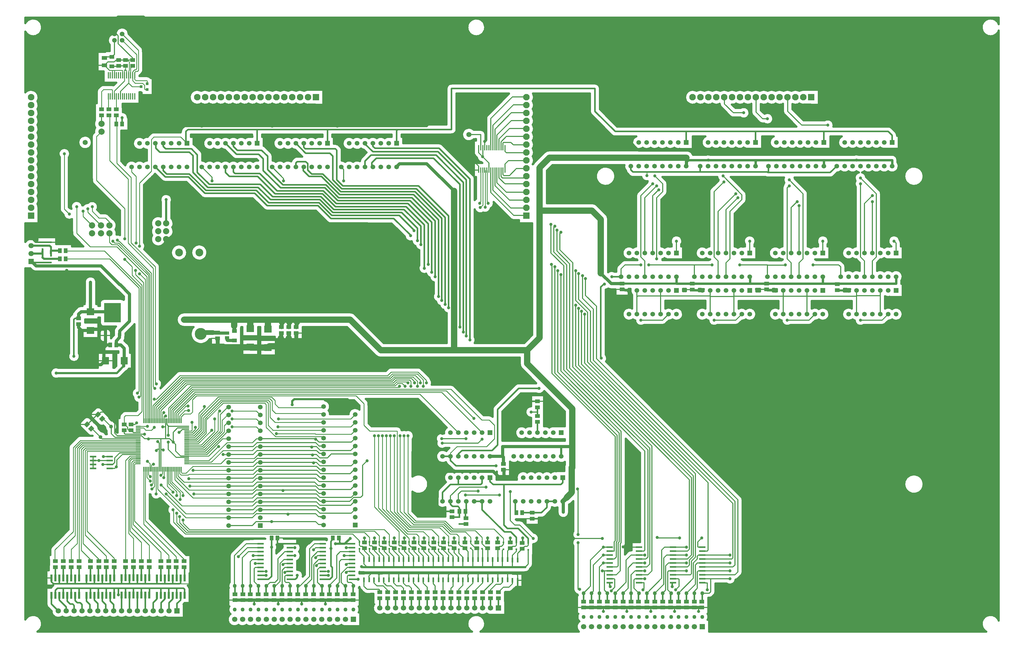
<source format=gbr>
G04 DipTrace 2.4.0.2*
%INMemoryBrd-Top.gbr*%
%MOMM*%
%ADD10C,0.25*%
%ADD14C,0.5*%
%ADD15C,0.35*%
%ADD16C,1.0*%
%ADD17C,0.3*%
%ADD18C,0.7*%
%ADD19C,0.6*%
%ADD20C,1.3*%
%ADD21C,1.5*%
%ADD22C,0.75*%
%ADD23C,2.0*%
%ADD24C,1.2*%
%ADD26C,0.635*%
%ADD27C,0.33*%
%ADD29C,3.81*%
%ADD30R,1.5X1.3*%
%ADD31R,2.388X2.286*%
%ADD32R,1.3X1.5*%
%ADD33R,2.286X2.388*%
%ADD34R,1.676X1.219*%
%ADD36R,1.5X1.5*%
%ADD37C,1.5*%
%ADD39R,0.3X1.6*%
%ADD40R,1.6X0.3*%
%ADD41R,0.4X2.05*%
%ADD46R,2.0X0.6*%
%ADD47R,0.4X1.8*%
%ADD48R,2.1X2.1*%
%ADD49C,2.1*%
%ADD50R,1.6X1.2*%
%ADD51R,1.35X1.0*%
%ADD52C,1.219*%
%ADD53C,1.65*%
%ADD54C,1.27*%
%ADD55C,1.27*%
%ADD56C,2.5*%
%ADD57C,3.0*%
%ADD59R,0.6X0.6*%
%ADD60R,0.85X0.85*%
%ADD62R,0.635X2.184*%
%ADD64R,0.5X1.5*%
%ADD65R,1.7X1.7*%
%ADD66C,1.7*%
%FSLAX53Y53*%
G04*
G71*
G90*
G75*
G01*
%LNTop*%
%LPD*%
X150667Y45881D2*
D14*
X152726D1*
X152729Y45884D1*
X43143Y190175D2*
D10*
Y191964D1*
X43500D1*
Y193217D1*
X43793Y190175D2*
Y191654D1*
X43658Y191789D1*
X43318D1*
X43143Y191964D1*
Y190175D2*
Y188416D1*
X39848Y185121D1*
Y183420D1*
X39893Y183375D1*
X43500Y193217D2*
D15*
X41277D1*
X39054Y193075D2*
X41135D1*
X41277Y193217D1*
X45093Y190175D2*
D10*
Y192588D1*
X45723Y193217D1*
X37943Y183375D2*
Y179248D1*
X38102D1*
X40543Y183375D2*
Y179308D1*
X40483Y179248D1*
X39888Y201473D2*
D15*
Y196909D1*
X39054Y196075D1*
X36959D1*
X36673Y195789D1*
X45743Y190175D2*
D10*
Y191332D1*
X46358Y191947D1*
X46675D1*
X46993Y192264D1*
Y196868D1*
X42388Y201473D1*
X50421Y185600D2*
X49688D1*
X49532Y185756D1*
Y187026D1*
X48897Y187661D1*
X46516D1*
X45722Y188455D1*
Y190154D1*
X45743Y190175D1*
X46393D2*
Y191189D1*
X46675Y191470D1*
X47310D1*
X47628Y191788D1*
Y198233D1*
X42388Y203473D1*
X50421Y187500D2*
Y188360D1*
X50326Y188455D1*
X46833D1*
X46357Y188931D1*
Y190139D1*
X46393Y190175D1*
X39243Y183375D2*
Y185409D1*
X39055Y185598D1*
X36356D1*
X35721Y184963D1*
Y179248D1*
Y177348D2*
D15*
Y174644D1*
X32227Y114151D2*
D16*
X38950D1*
X39270Y113830D1*
X32227Y114151D2*
X29211D1*
X28417Y113357D1*
Y112082D1*
X32227Y114151D2*
Y123677D1*
X26907Y99862D2*
D14*
Y111688D1*
X27300Y112082D1*
X28417D1*
X163209Y22067D2*
Y18892D1*
X232424Y111478D2*
D15*
X239409D1*
X241314Y113383D1*
X255919Y111478D2*
X262904D1*
X264809Y113383D1*
X279414Y111478D2*
X286399D1*
X288304Y113383D1*
X63097Y76298D2*
D17*
X61691D1*
X60805Y75412D1*
X60641D1*
X152572Y55249D2*
D15*
X163527D1*
X47497Y73788D2*
D17*
X40043D1*
X38896Y74936D1*
Y77237D1*
X38815D1*
X35952Y79784D2*
X36268D1*
X38815Y77237D1*
X47497Y73288D2*
X35939D1*
X35403Y73824D1*
X32459Y76609D2*
X32618D1*
X35403Y73824D1*
X157971Y60805D2*
D14*
Y59059D1*
X157494Y58583D1*
X150351D1*
X147809D1*
X145269Y56042D1*
Y53187D1*
X145271Y53185D1*
X150351Y60805D2*
Y58583D1*
X29846Y146539D2*
D10*
Y144793D1*
X32704Y141935D1*
X178769Y53185D2*
D14*
X181309D1*
X170831Y49533D2*
X174001D1*
X174006Y49528D1*
X177017D1*
X178769Y51279D1*
Y53185D1*
X150667Y48081D2*
Y50004D1*
X150672Y50009D1*
X150667Y48081D2*
X148309D1*
X148286Y48104D1*
X147811Y53185D2*
D15*
Y54954D1*
X150646Y57789D1*
X159241D1*
X147811Y53185D2*
D14*
Y52231D1*
X148445Y51597D1*
X150191D1*
X150667Y51121D1*
Y50014D1*
X76091Y105780D2*
D16*
Y105057D1*
X76206Y104942D1*
X78412D1*
X78428Y104959D1*
X208929Y111478D2*
D15*
X215914D1*
X217819Y113383D1*
X61123Y22988D2*
D14*
Y21431D1*
X60011Y20320D1*
Y17938D1*
X58583Y22988D2*
Y21749D1*
X57471Y20637D1*
Y17939D1*
Y17938D1*
X56043Y22988D2*
Y21749D1*
X54931Y20637D1*
Y17939D1*
Y17938D1*
X53503Y22988D2*
Y21750D1*
X52391Y20637D1*
Y17939D1*
X52392Y17938D1*
X49850Y23019D2*
Y17940D1*
X49852Y17938D1*
X47310Y23019D2*
Y17940D1*
X47312Y17938D1*
X44770Y23019D2*
Y17940D1*
X44772Y17938D1*
X42230Y23019D2*
Y17940D1*
X42232Y17938D1*
X38578Y22988D2*
Y21114D1*
X39689Y20002D1*
Y17940D1*
X39691Y17938D1*
X36038Y22988D2*
Y21113D1*
X37149Y20002D1*
Y17941D1*
X37151Y17938D1*
X33498Y22988D2*
Y21431D1*
X34609Y20320D1*
Y17941D1*
X34611Y17938D1*
X30958Y22988D2*
Y21113D1*
X32069Y20002D1*
Y17941D1*
X32071Y17938D1*
X27306Y22988D2*
Y21272D1*
X27941Y20637D1*
X28893D1*
X29528Y20002D1*
Y17942D1*
X29531Y17938D1*
X24766Y22988D2*
Y21113D1*
X25718Y20161D1*
X26512D1*
X26988Y19685D1*
Y17942D1*
X26992Y17938D1*
X22226Y22988D2*
Y21431D1*
X24448Y19208D1*
Y17942D1*
X24452Y17938D1*
X19686Y22988D2*
Y20164D1*
X21912Y17938D1*
X62393Y22988D2*
Y24924D1*
X62075Y25242D1*
X59853D1*
X57313D1*
X54773D1*
X51163D1*
X48499D1*
X45982D1*
X43500D1*
X41144D1*
X39848D1*
X37308D1*
X34674D1*
X32228D1*
X28576D1*
X26036D1*
X23569D1*
X21590D1*
X20955Y24607D1*
Y22989D1*
X20956Y22988D1*
X23496D2*
Y25168D1*
X23569Y25242D1*
X26036Y22988D2*
Y25242D1*
X28576Y22988D2*
Y25242D1*
X32228Y22988D2*
Y25242D1*
X34768Y22988D2*
Y25147D1*
X34674Y25242D1*
X37308Y22988D2*
Y25242D1*
X39848Y22988D2*
Y25242D1*
X41144Y23178D2*
Y25242D1*
X43500Y23019D2*
Y25242D1*
X46040Y23019D2*
Y25184D1*
X45982Y25242D1*
X48580Y23019D2*
Y25161D1*
X48499Y25242D1*
X51120Y23019D2*
X51163Y25242D1*
X54773Y22988D2*
Y25242D1*
X57313Y22988D2*
Y25242D1*
X59853Y22988D2*
Y25242D1*
X175755Y80649D2*
Y81921D1*
Y83448D1*
X150351Y53185D2*
D15*
Y55567D1*
X151302Y56519D1*
X156700D1*
X173688Y81921D2*
X175755D1*
X168609Y53185D2*
D14*
Y49854D1*
X168931Y49533D1*
X175752Y75254D2*
Y78746D1*
X175755Y78749D1*
X158923Y147809D2*
D10*
Y159603D1*
X158809Y159717D1*
X31326Y147282D2*
Y146170D1*
X35561Y141935D1*
X158159Y159717D2*
Y148474D1*
X157335Y147651D1*
X32762Y147910D2*
Y146481D1*
X34926Y144317D1*
X36990D1*
X38260Y143046D1*
Y141935D1*
X23813Y164956D2*
Y147174D1*
X25400Y145587D1*
X159876Y149080D2*
X160035D1*
X159558Y149556D1*
Y159618D1*
X159459Y159717D1*
X47497Y68788D2*
D17*
X41639D1*
X40007Y67156D1*
Y65727D1*
X39372Y65092D1*
X38421D1*
X36197D1*
X47497Y68288D2*
X42409D1*
X40642Y66521D1*
Y64457D1*
X40483Y64298D1*
X40007Y63822D1*
X38421D1*
X116583Y26032D2*
D15*
Y26467D1*
X115905Y27145D1*
X114952D1*
X114635Y27462D1*
Y29050D1*
X114952Y29367D1*
X116222D1*
X116530Y23334D2*
D14*
Y25979D1*
X116583Y26032D1*
X114043D2*
D15*
X113843D1*
X112730Y27145D1*
Y30002D1*
X114635Y31907D1*
X116222D1*
X114043Y26032D2*
D14*
Y23382D1*
X113992Y23331D1*
X111503Y26032D2*
D15*
Y25600D1*
X111460Y25557D1*
Y26520D1*
X112087Y27147D1*
Y33804D1*
X112730Y34447D1*
X116222D1*
X111452Y23331D2*
D14*
Y25981D1*
X111503Y26032D1*
X108963D2*
D15*
Y26235D1*
X111293Y28565D1*
Y35868D1*
X112412Y36987D1*
X116222D1*
X108912Y23331D2*
D14*
Y25981D1*
X108963Y26032D1*
X106572Y25997D2*
D15*
X106258D1*
X105110Y27145D1*
Y31272D1*
X105745Y31907D1*
X106822D1*
X106572Y25997D2*
D14*
Y23373D1*
X106530Y23331D1*
X103883Y26032D2*
D15*
Y32903D1*
X105427Y34447D1*
X106822D1*
X103829Y23334D2*
D14*
Y25977D1*
X103883Y26032D1*
X101343D2*
D15*
Y26235D1*
X103205Y28097D1*
Y35082D1*
X105110Y36987D1*
X106822D1*
X101343Y26032D2*
D14*
Y23383D1*
X101291Y23331D1*
X98803Y26032D2*
D15*
X99552D1*
X102570Y29050D1*
Y37940D1*
X104157Y39527D1*
X106822D1*
X98751Y23331D2*
D14*
Y25980D1*
X98803Y26032D1*
X96263D2*
D15*
Y26784D1*
X95902Y27145D1*
X94950D1*
X94632Y27462D1*
Y29050D1*
X94950Y29367D1*
X96220D1*
X96263Y26032D2*
D14*
Y23384D1*
X96210Y23331D1*
X93723Y26032D2*
D15*
Y30998D1*
X94632Y31907D1*
X96220D1*
X93670Y23331D2*
D14*
Y25979D1*
X93723Y26032D1*
X91183D2*
D15*
X91615D1*
X93045Y27462D1*
Y33177D1*
X94315Y34447D1*
X96220D1*
X91183Y26032D2*
D14*
Y23384D1*
X91130Y23331D1*
X88643Y26032D2*
D15*
X88757D1*
X89870Y27145D1*
X91457D1*
X92410Y28097D1*
Y34765D1*
X94632Y36987D1*
X96220D1*
X88590Y23331D2*
D14*
Y25978D1*
X88643Y26032D1*
X86820Y31907D2*
D15*
X85107D1*
X84790Y31590D1*
Y27345D1*
X86103Y26032D1*
D14*
Y23390D1*
X86047Y23334D1*
X86820Y34447D2*
D15*
X84155D1*
X83520Y33812D1*
Y26075D1*
X83563Y26032D1*
X83509Y23331D2*
D14*
Y25978D1*
X83563Y26032D1*
X86820Y36987D2*
D15*
X82885D1*
X80980Y35082D1*
Y26075D1*
X81023Y26032D1*
D14*
Y23436D1*
X81127Y23331D1*
X86820Y39527D2*
D15*
X82250D1*
X78440Y35717D1*
Y26075D1*
X78483Y26032D1*
X78587Y23331D2*
D14*
Y25928D1*
X78483Y26032D1*
X147968Y22066D2*
Y18892D1*
X147969D1*
X145429D2*
Y22065D1*
X145428Y22066D1*
X142888D2*
Y18893D1*
X142889Y18892D1*
X140349D2*
Y22065D1*
X140347Y22066D1*
X137807D2*
Y18894D1*
X137809Y18892D1*
X135269D2*
Y22064D1*
X135267Y22066D1*
X132727D2*
Y18894D1*
X132729Y18892D1*
X130189D2*
Y22064D1*
X130186Y22066D1*
X127646D2*
Y18895D1*
X127649Y18892D1*
X125109D2*
Y22063D1*
X125106Y22066D1*
X16827Y134314D2*
D19*
Y133664D1*
D18*
Y132878D1*
D19*
Y132228D1*
X13175Y132885D2*
D18*
X16827Y132878D1*
X22386Y131136D2*
X17306D1*
X16827Y131615D1*
D19*
Y132228D1*
X19526D2*
Y132878D1*
D18*
Y133664D1*
D19*
Y133835D1*
Y134314D1*
X13175Y135425D2*
D18*
X19050D1*
X19526Y134949D1*
D19*
Y134314D1*
X22386Y133835D2*
D18*
X19526D1*
X73030Y107478D2*
D20*
X71530D1*
D21*
X68103D1*
X67632Y107006D1*
X76091Y107280D2*
D16*
X73228D1*
X73030Y107478D1*
X228614Y28293D2*
D15*
X231321D1*
Y24130D1*
X230879Y23689D1*
X228614D1*
X237504Y28293D2*
D17*
X228614D1*
Y23689D2*
D14*
Y21101D1*
X228463Y20950D1*
X226074Y23689D2*
D15*
Y24282D1*
X227027Y25234D1*
Y30515D1*
X227344Y30833D1*
X228614D1*
D17*
X237504D1*
X226081Y20950D2*
D14*
Y23682D1*
X226074Y23689D1*
X228614Y33373D2*
D15*
X227027D1*
X226392Y32738D1*
Y26546D1*
X223534Y23689D1*
X237504Y33373D2*
D17*
X228614D1*
X223534Y23689D2*
D14*
Y20957D1*
X223541Y20950D1*
X228614Y35913D2*
D15*
X227344D1*
X227027Y35595D1*
Y34643D1*
X225757Y33373D1*
Y28451D1*
X220994Y23689D1*
X228614Y35913D2*
D17*
X237504D1*
X220994Y23689D2*
D14*
Y20957D1*
X221001Y20950D1*
X219214Y30833D2*
D15*
X217819D1*
X217502Y30515D1*
Y24755D1*
X218603Y23654D1*
X223534Y30833D2*
D17*
X219214D1*
X218461Y20950D2*
D14*
Y23511D1*
X218603Y23654D1*
X219214Y33373D2*
D15*
X217819D1*
X216867Y32420D1*
Y24641D1*
X215914Y23689D1*
X219214Y33373D2*
D17*
X223534D1*
X215914Y23689D2*
D14*
Y20956D1*
X215920Y20950D1*
X219214Y35913D2*
D15*
X217184D1*
X216232Y34960D1*
Y26546D1*
X213374Y23689D1*
X223534Y35913D2*
D17*
X219214D1*
X213374Y23689D2*
D14*
Y20956D1*
X213380Y20950D1*
X219214Y38453D2*
D15*
X216549D1*
X215597Y37500D1*
Y28451D1*
X210834Y23689D1*
X219214Y38453D2*
D17*
X223534D1*
X210840Y20950D2*
D14*
Y23683D1*
X210834Y23689D1*
X208294Y28293D2*
D15*
X207024D1*
X206707Y27975D1*
Y25276D1*
X208294Y23689D1*
X210199Y28293D2*
X207024D1*
X208141Y20950D2*
D14*
Y23536D1*
X208294Y23689D1*
Y30833D2*
D15*
X207024D1*
X205754Y29563D1*
Y23689D1*
X210199Y30833D2*
X207024D1*
X205754Y23689D2*
D14*
Y20955D1*
X205759Y20950D1*
X208294Y33373D2*
D15*
X210199D1*
X206389D1*
X204802Y31785D1*
Y25276D1*
X203214Y23689D1*
X203219Y20950D2*
D14*
Y23684D1*
X203214Y23689D1*
X208294Y35913D2*
D15*
X210199D1*
X205754D1*
X204167Y34325D1*
Y27181D1*
X200674Y23689D1*
D14*
Y20954D1*
X200679Y20950D1*
X198894Y30833D2*
D15*
X197182D1*
Y24641D1*
X198134Y23689D1*
X196547Y30833D2*
D17*
X197182D1*
X198134Y23689D2*
D14*
Y20954D1*
X198139Y20950D1*
X198894Y33373D2*
D15*
X196864D1*
X195594Y32103D1*
Y23689D1*
X195598Y20950D2*
D14*
Y23685D1*
X195594Y23689D1*
X198894Y35913D2*
D15*
X196864D1*
X193689Y32738D1*
Y24324D1*
X193054Y23689D1*
D14*
Y20954D1*
X193058Y20950D1*
X198894Y38453D2*
D15*
X196864D1*
X192737Y34325D1*
Y25911D1*
X190514Y23689D1*
X190518Y20950D2*
D14*
Y23685D1*
X190514Y23689D1*
X160669Y18892D2*
Y22067D1*
X158129D2*
Y18892D1*
X155589D2*
Y22067D1*
X153049D2*
Y18892D1*
X150509D2*
Y22067D1*
X157509Y166917D2*
D17*
Y171148D1*
X153684D1*
X160759Y166917D2*
Y176318D1*
X167655Y183214D1*
X172115D1*
X172192Y183138D1*
X54773Y28576D2*
D14*
X54772Y32069D1*
X43500Y28607D2*
Y32068D1*
Y32069D1*
X32228Y28576D2*
Y32068D1*
X32227Y32069D1*
X20956Y28576D2*
Y32068D1*
X20955Y32069D1*
X57313Y28576D2*
Y32068D1*
X57310Y32071D1*
X46040Y28607D2*
Y32069D1*
X46037Y32071D1*
X34768Y28576D2*
Y31910D1*
X34926Y32069D1*
X23496Y28576D2*
Y32068D1*
X23495Y32069D1*
X59853Y28576D2*
Y31910D1*
X59691Y32071D1*
X48580Y28607D2*
Y32068D1*
Y32069D1*
X37308Y28576D2*
Y32068D1*
Y32069D1*
X26036Y28576D2*
Y32068D1*
X26035Y32069D1*
X62393Y28576D2*
Y31910D1*
X62232Y32071D1*
X51120Y28607D2*
Y32068D1*
X51121Y32069D1*
X39848Y28576D2*
Y32069D1*
X28576Y28576D2*
Y32069D1*
X28573Y32071D1*
X249579Y176229D2*
D15*
X247991D1*
X245927Y178293D1*
Y183062D1*
X245852Y183138D1*
X268948Y174165D2*
X260534D1*
X256088Y178610D1*
Y183061D1*
X256012Y183138D1*
X241958Y178134D2*
X238624D1*
X235766Y180992D1*
Y183063D1*
X235692Y183138D1*
X167654Y27782D2*
Y26669D1*
X166544Y25559D1*
X164801D1*
X163209Y23967D1*
X164479Y27941D2*
Y27145D1*
X163845Y26512D1*
X162416D1*
X160669Y24765D1*
Y23967D1*
X161304Y27941D2*
Y27142D1*
X158129Y23967D1*
X142888Y23966D2*
D17*
Y26035D1*
X142253Y26671D1*
Y27941D1*
X158129D2*
D15*
Y26987D1*
X155748Y24607D1*
Y23967D1*
X155589D1*
X140347Y23966D2*
D17*
Y25559D1*
X139077Y26829D1*
Y27941D1*
X154954D2*
D15*
Y26829D1*
X153049Y24924D1*
Y23967D1*
X137807Y23966D2*
D17*
Y24924D1*
X135902Y26829D1*
Y27941D1*
X151779D2*
D15*
Y26194D1*
X150509Y24924D1*
Y23967D1*
X135267Y23966D2*
D17*
Y25242D1*
X134473Y26035D1*
X133520D1*
X132727Y26829D1*
Y27941D1*
X148603D2*
D15*
Y25876D1*
X147968Y25242D1*
Y23966D1*
X132727D2*
D17*
Y25242D1*
X131933Y26035D1*
X130504D1*
X129551Y26988D1*
Y27941D1*
X145428D2*
D15*
Y23966D1*
X130186D2*
D17*
Y24607D1*
X128757Y26035D1*
X127329D1*
X126376Y26988D1*
Y27941D1*
X127646Y23966D2*
Y24607D1*
X126217Y26035D1*
X124153D1*
X123201Y26988D1*
Y27941D1*
X125106Y23966D2*
Y24607D1*
X124788Y24924D1*
X120978D1*
X120025Y25877D1*
Y27941D1*
X160759Y159717D2*
Y152483D1*
X168132Y145110D1*
X172119D1*
X172192Y145038D1*
X161409Y159717D2*
Y153262D1*
X167179Y147492D1*
X172106D1*
X172192Y147578D1*
X162059Y159717D2*
Y154676D1*
X166703Y150032D1*
X172106D1*
X172192Y150118D1*
X162709Y159717D2*
Y155613D1*
X165750Y152572D1*
X172106D1*
X172192Y152658D1*
X163359Y159717D2*
Y157186D1*
X165274Y155272D1*
X172118D1*
X172192Y155198D1*
X164009Y159717D2*
Y157648D1*
X164480Y157177D1*
X171631D1*
X172192Y157738D1*
X164659Y159717D2*
Y158268D1*
X164956Y157971D1*
X166703D1*
X168925Y160193D1*
X172107D1*
X172192Y160278D1*
X165309Y159717D2*
Y161658D1*
X166385Y162734D1*
X172107D1*
X172192Y162818D1*
X165309Y166917D2*
Y165715D1*
X165750Y165274D1*
X172108D1*
X172192Y165358D1*
X164659Y166917D2*
Y168470D1*
X164797Y168608D1*
X167179D1*
X167973Y167814D1*
X172108D1*
X172192Y167898D1*
X164009Y166917D2*
Y168772D1*
X165750Y170513D1*
X172116D1*
X172192Y170438D1*
X163359Y166917D2*
Y169710D1*
X166703Y173053D1*
X172116D1*
X172192Y172978D1*
X162709Y166917D2*
Y170965D1*
X167338Y175594D1*
X172116D1*
X172192Y175518D1*
X162059Y166917D2*
Y172855D1*
X167338Y178134D1*
X172115D1*
X172192Y178058D1*
X161409Y166917D2*
Y174111D1*
X167973Y180674D1*
X172115D1*
X172192Y180598D1*
X76532Y45438D2*
D15*
X84152D1*
X85389Y46675D1*
X90341D1*
X104504D1*
X105424Y45755D1*
X106819D1*
X107015Y45560D1*
X198894Y27023D2*
D14*
Y25945D1*
X199087Y25753D1*
X219214Y27023D2*
X218937D1*
Y25753D1*
X289574Y161008D2*
D22*
Y162913D1*
X278157D1*
X267667D1*
X246062D1*
X230552D1*
X224169D1*
X223534Y162278D1*
Y161026D1*
X223464Y160956D1*
X245759Y161008D2*
Y162610D1*
X246062Y162913D1*
X267667Y161008D2*
Y162913D1*
X290844Y125448D2*
Y123201D1*
X272042D1*
X267349D1*
X250851D1*
X243976D1*
X227652D1*
X220359D1*
Y125448D1*
X267349D2*
Y123201D1*
X243976D2*
Y125326D1*
X243854Y125448D1*
X158129Y34507D2*
D15*
Y37783D1*
X157959Y37953D1*
X164479Y34507D2*
Y37488D1*
X164796Y37806D1*
X167654Y34349D2*
Y35878D1*
X168924Y37148D1*
Y37806D1*
X154954Y34507D2*
Y37488D1*
X154319Y38123D1*
X151779Y34507D2*
Y35243D1*
X150509Y36513D1*
Y37783D1*
X151779Y34507D2*
Y32386D1*
X152096Y32068D1*
D18*
X155093D1*
X158129D1*
X161304D1*
X164613D1*
X167654D1*
D15*
Y34349D1*
X172734Y37647D2*
Y33021D1*
X171781Y32068D1*
D18*
X167654D1*
X164479Y34507D2*
D15*
Y32202D1*
X164613Y32068D1*
X161304Y34507D2*
Y32068D1*
X158129Y34507D2*
Y32068D1*
X154954Y34507D2*
Y32207D1*
X155093Y32068D1*
X271965Y123037D2*
D18*
Y123124D1*
X272042Y123201D1*
X249252Y123220D2*
X250851Y123201D1*
X225446Y123195D2*
X227652Y123201D1*
X202894Y123223D2*
X220359Y123201D1*
X47497Y74788D2*
D17*
X49544D1*
X36355Y67632D2*
X38421D1*
X63097Y77298D2*
X60180D1*
Y77346D1*
X57323D1*
X56792Y77878D1*
Y79093D1*
X63097Y67298D2*
X59752D1*
X57164Y69885D1*
Y72266D1*
Y74489D2*
Y77404D1*
X56792Y77878D1*
X54302Y63493D2*
Y69928D1*
Y71954D1*
X53830Y72425D1*
X54302Y69928D2*
X53714D1*
X53354Y69568D1*
X76532Y50518D2*
D15*
X84469D1*
X85739Y51788D1*
X104789D1*
X105742Y50835D1*
X106819D1*
X107015Y50640D1*
X160109Y159717D2*
D17*
Y162018D1*
X158159Y163968D1*
X158088Y164039D1*
X156859Y165268D1*
Y166917D1*
X158159D2*
Y163968D1*
X47497Y74788D2*
X43330D1*
X43023Y75094D1*
Y76047D1*
X184008Y49692D2*
D16*
Y53027D1*
D14*
X183850Y53185D1*
X152096Y32068D2*
D18*
X148697D1*
X145428D1*
X142319D1*
X139077D1*
X135902D1*
X132727D1*
X129551D1*
X126376D1*
X123201D1*
X120978D1*
D17*
X120025Y33021D1*
Y34507D1*
X123201D2*
Y32068D1*
X126376Y34507D2*
Y32068D1*
X129551Y34507D2*
Y32068D1*
X132727Y34507D2*
Y32068D1*
X135902Y34507D2*
Y32068D1*
X139077Y34507D2*
Y32068D1*
X142253Y34507D2*
Y32135D1*
X142319Y32068D1*
X145428Y34507D2*
Y32068D1*
X148603Y34507D2*
Y32162D1*
X148697Y32068D1*
X147174Y37784D2*
Y36990D1*
X148603Y35561D1*
Y34508D1*
Y34507D1*
X143999Y37784D2*
Y37149D1*
X145428Y35720D1*
Y34507D1*
X140824Y37784D2*
Y36990D1*
X142253Y35561D1*
Y34507D1*
X137648Y37943D2*
Y36990D1*
X139077Y35561D1*
Y34507D1*
X134473Y37943D2*
Y36990D1*
X135902Y35561D1*
Y34507D1*
X131298Y37943D2*
Y36990D1*
X132727Y35561D1*
Y34507D1*
X124947Y37943D2*
Y36990D1*
X126376Y35561D1*
Y34507D1*
X128122Y37943D2*
Y36832D1*
X129551Y35403D1*
Y34507D1*
X121772Y37943D2*
Y36990D1*
X123201Y35561D1*
Y34507D1*
X118596Y37943D2*
Y36990D1*
X120025Y35561D1*
Y34507D1*
X62234Y111611D2*
D23*
X78337D1*
X83509D1*
X88812D1*
X93655D1*
X96032D1*
X98466D1*
X115580D1*
X125423Y101767D1*
X148921D1*
X172418D1*
X176387Y105736D1*
Y146698D1*
X193217D1*
X196075Y143840D1*
Y126535D1*
D16*
X199387Y123223D1*
X202894D1*
X130507Y160690D2*
Y160831D1*
X131456Y161781D1*
X140189D1*
X148921Y153049D1*
D23*
Y151620D1*
Y150350D1*
Y101767D1*
X176387Y146698D2*
Y160511D1*
X179563Y163686D1*
X223541D1*
D16*
Y161033D1*
X223464Y160956D1*
X148921Y150350D2*
D23*
D3*
Y151620D2*
D3*
X19526Y130028D2*
D14*
X16827D1*
X13493D1*
X13175Y130345D1*
X90341Y41436D2*
Y38456D1*
Y29057D1*
X89383Y28099D1*
X86822D1*
X86820Y28097D1*
X110028Y41436D2*
Y40965D1*
X109388Y40324D1*
Y38062D1*
Y32386D1*
X109864Y31910D1*
Y28893D1*
X109070Y28099D1*
X106825D1*
X106822Y28097D1*
X42383Y174485D2*
Y176546D1*
X41550Y106530D2*
D16*
Y105851D1*
X40483Y104784D1*
Y103519D1*
X40478Y103514D1*
X43023Y98433D2*
Y102402D1*
X41912Y103514D1*
X40478D1*
X21195Y94464D2*
D18*
X40642D1*
X42706Y96528D1*
Y98116D1*
X43023Y98433D1*
X13175Y130345D2*
D16*
Y130504D1*
X14763Y128916D1*
X35561D1*
X41595Y122883D1*
X41753D1*
X44770Y119867D1*
Y116532D1*
Y115104D1*
Y113833D1*
Y111134D1*
X41595Y107959D1*
Y106574D1*
X41550Y106530D1*
X42865Y96687D2*
Y97271D1*
D18*
X42706Y98116D1*
X44770Y113833D2*
D16*
D3*
Y115104D2*
D3*
Y116532D2*
D3*
X120978Y32068D2*
D18*
X119391D1*
D15*
X119231Y32227D1*
X172418Y101767D2*
D23*
Y97480D1*
X186866Y83033D1*
Y70808D1*
Y63981D1*
X186707Y64139D1*
Y56043D1*
X185087Y54423D1*
D21*
X183850Y53185D1*
X160511Y67633D2*
D16*
X164560D1*
Y70808D1*
X183372D1*
X186866D1*
X164798Y65246D2*
Y67396D1*
X164560Y67633D1*
X78428Y107959D2*
D24*
X78337Y109559D1*
D23*
Y111611D1*
X83509Y108753D2*
Y111611D1*
X89225Y108594D2*
Y111198D1*
X88812Y111611D1*
X93511Y109224D2*
D20*
X93655Y110874D1*
D23*
Y111611D1*
X95893Y109224D2*
D20*
X96032Y110874D1*
D23*
Y111611D1*
X98272Y109227D2*
D20*
X98466Y110877D1*
D23*
Y111611D1*
X183372Y67634D2*
D18*
Y70808D1*
X56519Y142583D2*
Y150191D1*
X153478Y34506D2*
D15*
Y37037D1*
X152414Y38101D1*
X150509Y39983D2*
Y39371D1*
X151144Y38736D1*
X151779D1*
X152414Y38101D1*
X61292Y79093D2*
D10*
Y80344D1*
X62234Y81286D1*
X64298D1*
X64933Y81921D1*
Y85890D1*
X66203Y87161D1*
X117485D1*
X120025Y84620D1*
Y77635D1*
X121826Y75834D1*
X130663D1*
Y49692D1*
X135108Y45246D1*
X145110D1*
X147651Y42706D1*
X149715D1*
X150508Y41912D1*
Y39983D1*
X150509D1*
X86692Y73378D2*
D15*
X104472D1*
X105583Y72266D1*
X115942D1*
X117175Y73500D1*
X63097Y66298D2*
D10*
X70245D1*
X76055Y72108D1*
X84152D1*
X85422Y73378D1*
X86692D1*
X106822Y30637D2*
D15*
X108602D1*
X104475Y73182D2*
X104601D1*
X105583Y72266D1*
X86692Y70838D2*
X103078D1*
X104789D1*
X106059Y69568D1*
X115783D1*
X117175Y70960D1*
X63097Y65798D2*
D10*
X71015D1*
X74785Y69568D1*
X84152D1*
X85422Y70838D1*
X86692D1*
X106822Y33177D2*
D15*
X105427D1*
X104792Y32542D1*
X103205Y70642D2*
Y70711D1*
X103078Y70838D1*
X86692Y68298D2*
X103522D1*
X104789D1*
X105900Y67186D1*
X108307D1*
X109540Y68420D1*
X117175D1*
X63097Y65298D2*
D10*
X74008D1*
X75738Y67028D1*
X84787D1*
X86057Y68298D1*
X86692D1*
X106822Y35717D2*
D15*
X105110D1*
X104475Y35082D1*
X103522Y68102D2*
Y68298D1*
X86692Y65758D2*
X103840D1*
X104789D1*
X105900Y64646D1*
X115942D1*
X117175Y65880D1*
X61302Y63493D2*
D10*
Y62573D1*
X61609Y62265D1*
X62879D1*
X65102Y64488D1*
X84469D1*
X85739Y65758D1*
X86692D1*
X106822Y38257D2*
D15*
X104475D1*
X103840Y37622D1*
Y65562D2*
Y65758D1*
X117175Y63340D2*
X116817D1*
X115584Y62106D1*
X106059D1*
X104948Y63218D1*
X86692D1*
X60802Y63493D2*
D10*
Y62120D1*
X61292Y61630D1*
X63514D1*
X63832Y61948D1*
X84469D1*
X85739Y63218D1*
X86692D1*
X116222Y30637D2*
D15*
X114625D1*
X114310Y30322D1*
X86692Y60678D2*
X104472D1*
X105583Y59566D1*
X115942D1*
X117175Y60800D1*
X60302Y63493D2*
D10*
Y61350D1*
X62244Y59408D1*
X84152D1*
X85422Y60678D1*
X86692D1*
X116222Y33177D2*
D15*
X114635D1*
X114317Y32860D1*
X117175Y58260D2*
X116976D1*
X115743Y57026D1*
X105583D1*
X104472Y58138D1*
X86692D1*
X59802Y63493D2*
D10*
Y60898D1*
X63832Y56868D1*
X84469D1*
X85739Y58138D1*
X86692D1*
X116222Y35717D2*
D15*
X113682D1*
X86692Y55598D2*
X104789D1*
X105900Y54486D1*
X115942D1*
X117175Y55720D1*
X59302Y63493D2*
D10*
Y60128D1*
X65102Y54328D1*
X84152D1*
X85422Y55598D1*
X86692D1*
X116222Y38257D2*
D15*
X114317D1*
X107015Y58260D2*
X105302D1*
X104154Y59408D1*
X85739D1*
X84469Y58138D1*
X76532D1*
X50302Y63493D2*
D10*
Y60873D1*
X51449Y59725D1*
X64149Y58138D2*
X76532D1*
X86820Y30637D2*
D15*
X88600D1*
X107015Y60800D2*
X105937D1*
X104789Y61948D1*
X85739D1*
X84469Y60678D1*
X76532D1*
X50802Y63493D2*
D10*
Y61759D1*
X51438Y61123D1*
X63822Y60488D2*
X76532D1*
Y60678D1*
X86820Y33177D2*
D15*
X85107D1*
X76532Y68298D2*
X84469D1*
X85739Y69568D1*
X104789D1*
X105742Y68615D1*
X106819D1*
X107015Y68420D1*
X51302Y63493D2*
D10*
Y65270D1*
X50497Y66075D1*
X74785Y68298D2*
X76532D1*
X86820Y35717D2*
D15*
X84472D1*
X107015Y63340D2*
X105937D1*
X104789Y64488D1*
X85739D1*
X84469Y63218D1*
X76532D1*
X51802Y63493D2*
D10*
Y64840D1*
X52084Y65123D1*
X52402D1*
X65102Y63218D2*
X76532D1*
X86820Y38257D2*
D15*
X82567D1*
X79710Y35400D1*
X117175Y53180D2*
X116976D1*
X115743Y51946D1*
X105900D1*
X104789Y53058D1*
X86692D1*
X52302Y63493D2*
D10*
Y58990D1*
X51767Y58455D1*
X54900D2*
X61567Y51788D1*
X84152D1*
X85422Y53058D1*
X86692D1*
X96220Y30637D2*
D15*
X94950D1*
X94632Y30320D1*
X107015Y55720D2*
X105620D1*
X104472Y56868D1*
X93997D1*
X85422D1*
X84152Y55598D1*
X76532D1*
X52802Y63493D2*
D10*
Y58061D1*
X51925Y57185D1*
X65419Y55598D2*
X76532D1*
X96220Y33177D2*
D15*
X94315D1*
X93997Y32860D1*
Y56672D2*
Y56868D1*
X86692Y50518D2*
X104789D1*
X105900Y49406D1*
X115942D1*
X117175Y50640D1*
X53302Y63493D2*
D10*
Y55598D1*
X56529D2*
X62879Y49248D1*
X84469D1*
X85739Y50518D1*
X86692D1*
X96220Y35717D2*
D15*
X97807D1*
X53802Y63493D2*
D10*
Y57055D1*
X62879Y47978D1*
X76532D1*
D15*
X84152D1*
X85422Y49248D1*
X95585D1*
X104472D1*
X105424Y48295D1*
X105861D1*
X106819D1*
X107015Y48100D1*
X106057D1*
X105861Y48295D1*
X96220Y38257D2*
X97807D1*
X95585Y49052D2*
Y49248D1*
X51792Y79093D2*
D10*
Y126499D1*
X41436Y136855D1*
X41118D1*
X40801Y137172D1*
X63097Y75798D2*
X64505D1*
X64784Y76076D1*
Y78616D1*
X91930Y74965D2*
X104313D1*
X104472Y74806D1*
X115942D1*
X117175Y76040D1*
X122887Y168310D2*
D14*
Y167358D1*
X123522Y166723D1*
X144138D1*
X154001Y156859D1*
Y105101D1*
X283224Y133068D2*
D15*
Y149578D1*
X219214Y29563D2*
X224804D1*
X225122Y29880D1*
Y34008D1*
X226392Y35278D1*
Y62083D1*
X190832Y97643D1*
Y113383D1*
X63097Y75298D2*
D10*
X64799D1*
X65895Y76394D1*
Y77029D1*
X92407Y77188D2*
X115783D1*
X117175Y78580D1*
X280684Y133068D2*
D15*
Y148943D1*
X283224Y151483D1*
X219214Y32103D2*
X223852D1*
X224487Y32738D1*
Y34325D1*
X225757Y35595D1*
Y61448D1*
X189879Y97325D1*
Y114335D1*
X152890Y106371D2*
D14*
Y156542D1*
X143820Y165611D1*
X122863D1*
X120347Y168128D1*
X120164Y168310D1*
X120347D1*
X152890Y106371D2*
D10*
D3*
X120347Y168310D2*
Y168128D1*
X63097Y74798D2*
X65093D1*
X67007Y76711D1*
Y81474D1*
X68753Y83220D1*
Y83696D1*
X92565Y79728D2*
X115783D1*
X117175Y81120D1*
X120347Y160690D2*
D14*
Y162595D1*
X122252Y164500D1*
X143185D1*
X151937Y155748D1*
Y107642D1*
X280684Y125448D2*
D15*
Y130528D1*
X279414Y131798D1*
Y155293D1*
X219214Y34643D2*
X223852D1*
X225122Y35913D1*
Y60813D1*
X188927Y97008D1*
Y115288D1*
X63097Y74298D2*
D10*
X65387D1*
X67483Y76394D1*
Y80998D1*
X73169Y86684D1*
X90371D1*
X91454Y85601D1*
Y84490D1*
X92594Y83350D1*
X107324D1*
X107015Y83660D1*
X150826Y109229D2*
D14*
Y155113D1*
X142391Y163548D1*
X123998D1*
X122569Y162119D1*
Y161008D1*
X122887Y160690D1*
X283224Y125448D2*
D15*
Y130528D1*
X284494Y131798D1*
Y152118D1*
X279414Y157198D1*
X219214Y37183D2*
X223852D1*
X224487Y37818D1*
Y60178D1*
X187974Y96690D1*
Y116240D1*
X63097Y73798D2*
D10*
X65680D1*
X67959Y76076D1*
Y80521D1*
X73646Y86208D1*
X89736D1*
X90502Y85443D1*
Y82585D1*
X91613Y81474D1*
X106660D1*
X107015Y81120D1*
X100662Y168310D2*
D14*
Y167040D1*
X101138Y166564D1*
X110822D1*
X111298Y166088D1*
Y156537D1*
X113198Y154636D1*
X137513D1*
X147175Y144974D1*
Y115446D1*
X259729Y133068D2*
D15*
Y148308D1*
X228614Y29563D2*
X239092D1*
X240044Y30515D1*
Y53670D1*
X194642Y99072D1*
Y115923D1*
X191149Y119415D1*
Y124813D1*
X63097Y73298D2*
D10*
X65974D1*
X68435Y75759D1*
Y80045D1*
X74122Y85732D1*
X89260D1*
X89867Y85125D1*
Y80204D1*
X91454Y78616D1*
X106978D1*
X107015Y78580D1*
X146064Y116558D2*
D14*
Y144498D1*
X136857Y153705D1*
X112859D1*
X110028Y156537D1*
Y164183D1*
X109075Y165135D1*
X101297D1*
X98122Y168310D1*
X257189Y133068D2*
D15*
Y147673D1*
X259094Y149578D1*
X228614Y32103D2*
X238457D1*
X239092Y32738D1*
Y53193D1*
X193689Y98596D1*
Y114970D1*
X190197Y118463D1*
Y125765D1*
X63097Y72798D2*
D10*
X66268D1*
X68912Y75441D1*
Y79728D1*
X74439Y85255D1*
X88784D1*
X89232Y84808D1*
Y77664D1*
X90819Y76076D1*
X106978D1*
X107015Y76040D1*
X98122Y160690D2*
D14*
Y161960D1*
X98598Y162436D1*
X101297D1*
X101932Y161801D1*
Y159738D1*
X103202Y158468D1*
X106827D1*
X112563Y152731D1*
X136402D1*
X144953Y144180D1*
Y117828D1*
X257189Y125448D2*
D15*
Y129893D1*
X255919Y131163D1*
Y154023D1*
X256554Y154658D1*
X228614Y34643D2*
X238139D1*
X238457Y34960D1*
Y52558D1*
X192737Y98278D1*
Y114335D1*
X188927Y118145D1*
Y126400D1*
X63097Y72298D2*
D10*
X66562D1*
X69388Y75124D1*
Y79410D1*
X74757Y84779D1*
X88149D1*
X88597Y84331D1*
Y77029D1*
X91613Y74013D1*
X106502D1*
X107015Y73500D1*
X144000Y119098D2*
D14*
Y143704D1*
X135904Y151800D1*
X112224D1*
X106350Y157674D1*
X102408D1*
X100503Y159579D1*
Y160531D1*
X100662Y160690D1*
X259729Y125448D2*
D15*
Y129893D1*
X260999Y131163D1*
Y152118D1*
X256554Y156563D1*
X228614Y37183D2*
X230202D1*
X230519Y37500D1*
Y59226D1*
X191784Y97961D1*
Y114018D1*
X187974Y117828D1*
Y127353D1*
X63097Y71798D2*
D10*
X66855D1*
X71134Y76076D1*
X77643Y77188D2*
X85422D1*
X86692Y75918D1*
X78119Y168310D2*
D14*
Y167358D1*
X79389Y166088D1*
X87168D1*
X89073Y164183D1*
Y159896D1*
X94015Y154954D1*
X107800D1*
X111907Y150848D1*
X135428D1*
X142889Y143386D1*
Y125448D1*
X236234Y133068D2*
D15*
Y147038D1*
X240044Y150848D1*
X198894Y29563D2*
X200992D1*
X202266Y30838D1*
Y39531D1*
X202579Y39843D1*
Y75734D1*
X183212Y95102D1*
Y126083D1*
X63097Y71298D2*
D10*
X67784D1*
X72087Y75600D1*
Y79728D1*
X77643D2*
X85422D1*
X86692Y78458D1*
X141778Y126876D2*
D14*
Y142910D1*
X134815Y149873D1*
X111611D1*
X107483Y154001D1*
X93222D1*
X87644Y159579D1*
Y163389D1*
X86215Y164818D1*
X79072D1*
X75579Y168310D1*
X233694Y133068D2*
D15*
Y146403D1*
X239409Y152118D1*
X198894Y32103D2*
X201309D1*
X201631Y32425D1*
Y39848D1*
X201944Y40161D1*
Y75099D1*
X182259Y94784D1*
Y127353D1*
X63097Y70798D2*
D10*
X68078D1*
X73198Y75918D1*
Y81791D1*
X73674Y82268D1*
X77643D2*
X85422D1*
X86692Y80998D1*
X139397Y128146D2*
D14*
Y142116D1*
X133545Y147968D1*
X110817D1*
X106689Y152096D1*
X91476D1*
X85898Y157674D1*
X76849D1*
X75579Y158944D1*
Y160690D1*
X233694Y125448D2*
D15*
Y130528D1*
X232424Y131798D1*
Y152753D1*
X235599Y155928D1*
X198894Y34643D2*
X200357D1*
X200996Y35282D1*
Y40007D1*
X201309Y40320D1*
Y74464D1*
X181307Y94467D1*
Y128623D1*
X63097Y70298D2*
D10*
X68372D1*
X73833Y75759D1*
Y81156D1*
X76214Y83538D1*
X76532D1*
X78119Y160690D2*
D14*
Y159103D1*
X78595Y158626D1*
X86533D1*
X92110Y153049D1*
X107006D1*
X111113Y148943D1*
X134158D1*
X140667Y142434D1*
Y129416D1*
X236234Y125448D2*
D15*
Y129893D1*
X237504Y131163D1*
Y146403D1*
X241314Y150213D1*
Y151788D1*
X235290Y157812D1*
X198894Y37183D2*
X200361D1*
Y40166D1*
X200674Y40478D1*
Y73988D1*
X180354Y94308D1*
Y129575D1*
D14*
X180195Y129416D1*
X63097Y69798D2*
D10*
X68665D1*
X74468Y75600D1*
Y79251D1*
X76214Y80998D1*
X76532D1*
X55577Y168310D2*
D14*
Y167358D1*
X56370Y166564D1*
X64625D1*
X66530Y164659D1*
Y158944D1*
X70362Y155113D1*
X86713D1*
X90682Y151144D1*
X106239D1*
X110367Y147016D1*
X132910D1*
X138285Y141640D1*
Y135766D1*
X212739Y133068D2*
D15*
Y151483D1*
X214644Y153388D1*
X208294Y29563D2*
X211152D1*
X212422Y30833D1*
Y70972D1*
X187022Y96372D1*
Y129893D1*
X182894Y134020D1*
Y139418D1*
X183212Y139735D1*
X63097Y69298D2*
D10*
X68959D1*
X75103Y75441D1*
Y77505D1*
X76214Y78616D1*
X76373D1*
X76532Y78458D1*
X137174Y137036D2*
D14*
Y141005D1*
X132116Y146063D1*
X110023D1*
X105895Y150191D1*
X90047D1*
X86078Y154160D1*
X69885D1*
X65102Y158944D1*
Y164341D1*
X63990Y165453D1*
X54465D1*
X53195Y166723D1*
Y168151D1*
X53037Y168310D1*
X210199Y133068D2*
D15*
Y150848D1*
X214009Y154658D1*
X208294Y32103D2*
X210834D1*
X211787Y33055D1*
Y70337D1*
X186069Y96055D1*
Y129575D1*
X181942Y133703D1*
Y140370D1*
X63097Y68798D2*
D10*
X69253D1*
X76373Y75918D1*
X76532D1*
X134952Y138624D2*
D14*
Y138783D1*
X129576Y144158D1*
X109388D1*
X105260Y148286D1*
X88936D1*
X84967Y152255D1*
X68933D1*
X63673Y157515D1*
X56212D1*
X53037Y160690D1*
X210199Y125448D2*
D15*
Y130528D1*
X208929Y131798D1*
Y151483D1*
X212739Y155293D1*
X208294Y34643D2*
X210517D1*
X211152Y35278D1*
Y69702D1*
X185117Y95737D1*
Y129258D1*
X180989Y133385D1*
Y141323D1*
X181307Y141640D1*
X55577Y160690D2*
D14*
Y159579D1*
X56688Y158468D1*
X63990D1*
X69250Y153208D1*
X85443D1*
X89412Y149238D1*
X105578D1*
X109705Y145110D1*
X131323D1*
X136063Y140370D1*
Y140211D1*
X214009Y131163D2*
D15*
Y150848D1*
X215914Y152753D1*
Y155293D1*
X213374Y157833D1*
X208294Y37183D2*
X209882D1*
X210199Y37500D1*
Y69384D1*
X184164Y95419D1*
Y128940D1*
X180037Y133068D1*
Y142275D1*
X63097Y68298D2*
D10*
X69568D1*
X74618Y73348D1*
X76502D1*
X76532Y73378D1*
X285764Y121003D2*
D15*
Y119284D1*
Y113383D1*
X278144D2*
Y119185D1*
Y119284D1*
Y121003D1*
X262269Y113383D2*
Y119128D1*
Y119185D1*
Y121003D1*
X254649D2*
Y119128D1*
Y113383D1*
Y119128D2*
X262269D1*
Y119185D2*
X278144D1*
Y119284D2*
X285764D1*
X207659Y113383D2*
Y118942D1*
Y121003D1*
X215279Y113383D2*
Y119222D1*
Y121003D1*
X231154Y113383D2*
Y119029D1*
Y119222D1*
Y121003D1*
X238774D2*
Y119116D1*
Y119029D1*
Y113383D1*
X254649Y119128D2*
X238774Y119116D1*
Y119029D2*
X231154D1*
Y119222D2*
X215279D1*
X207939D1*
X207659Y118942D1*
X150351Y67633D2*
D14*
Y68427D1*
X151461Y69538D1*
X161146D1*
X162892Y71284D1*
Y82715D1*
X169719Y89542D1*
X176229D1*
X290844Y133068D2*
D15*
Y136243D1*
X290209Y136878D1*
X220359D2*
Y133068D1*
X243854D2*
Y136878D1*
X267349Y133068D2*
Y136878D1*
X202579Y125448D2*
Y127988D1*
X203849Y129258D1*
X208929D1*
X211469D2*
X226074D1*
Y129204D1*
Y125448D1*
Y129204D2*
X231735D1*
X231789Y129258D1*
X240679D2*
X249569D1*
Y129170D1*
Y125448D1*
Y129170D2*
X255196D1*
X255284Y129258D1*
X264174D2*
X272429D1*
X273064Y128623D1*
Y125448D1*
X202579D2*
D14*
X199592D1*
X197186Y123042D2*
X197027D1*
X196075Y122089D1*
Y99386D1*
X196233Y99227D1*
X55302Y63493D2*
D10*
Y62129D1*
X54772Y61599D1*
X55802Y63493D2*
Y60729D1*
X55725Y60805D1*
X304814Y167993D2*
D22*
Y166088D1*
X277998D1*
X271794D1*
X250033D1*
X230527D1*
X227979D1*
X208173D1*
X205684Y168576D1*
X227979Y168628D2*
Y166088D1*
X249887Y168628D2*
Y166234D1*
X250033Y166088D1*
X271794Y168628D2*
Y166088D1*
X205119Y121003D2*
D18*
X203849D1*
X203532Y121320D1*
X202897D1*
X202894Y121323D1*
X228614Y121003D2*
X225739D1*
X225446Y121295D1*
X252109Y121003D2*
X249569D1*
X249252Y121320D1*
X275604Y121003D2*
X271965D1*
Y121137D1*
X31116Y77952D2*
D17*
X31275D1*
X34609Y81286D1*
Y81127D1*
X47497Y74288D2*
X40814D1*
X40007Y75094D1*
Y78270D1*
X36355Y81921D1*
X35561D1*
X34768Y81127D1*
X34609D1*
X38421Y66362D2*
X34926D1*
X33021D1*
Y67632D1*
Y66362D2*
X33180D1*
X33021Y66203D1*
Y66362D1*
Y67632D2*
Y65092D1*
Y63822D1*
Y65092D2*
D3*
Y67632D2*
D3*
X54802Y63493D2*
Y69885D1*
Y73378D1*
X54465D1*
X56292D1*
Y77188D1*
Y79093D1*
X63097Y67798D2*
X61157D1*
X59545Y69409D1*
Y71473D1*
X58752Y72266D1*
X57640Y73378D1*
X54802D1*
X47497Y74288D2*
X48634D1*
X49544Y73378D1*
X50679D1*
X54465D1*
X54802Y69885D2*
X55418D1*
X55577Y69726D1*
X55418Y77188D2*
X56292D1*
X50814Y73242D2*
X50679Y73378D1*
X107015Y70960D2*
D15*
X105620D1*
X104472Y72108D1*
X85739D1*
X84469Y70838D1*
X76532D1*
X156859Y159717D2*
D17*
Y160987D1*
X155907Y161940D1*
X154795D1*
X153843Y160987D1*
Y160439D1*
X153684Y160598D1*
X45417Y168310D2*
D18*
Y172112D1*
X47151Y173847D1*
X54613D1*
X67950D1*
X90502D1*
X111452D1*
X140189D1*
X142888Y176546D1*
Y188930D1*
X147333Y193376D1*
X294986D1*
X304512Y183850D1*
Y168295D1*
X304814Y167993D1*
X48421Y186550D2*
D10*
X45563D1*
X44452Y187661D1*
Y190166D1*
X44443Y190175D1*
X39888Y203473D2*
D15*
X40547D1*
X41118Y202901D1*
Y200361D1*
X45723Y195757D1*
Y195117D1*
X44081D1*
X43500D1*
X41277D1*
X39243Y190175D2*
D10*
Y191788D1*
X38260D1*
X36673Y193376D1*
X39893Y190175D2*
Y191788D1*
X39243D1*
X42493Y190175D2*
Y191684D1*
X42389Y191788D1*
X39893D1*
X44443Y190175D2*
Y191620D1*
X44611Y191788D1*
Y194587D1*
X44081Y195117D1*
X41843Y183375D2*
D15*
Y185053D1*
X44452Y187661D1*
X41277Y195117D2*
X40478D1*
X39848Y194487D1*
X37784D1*
X36673Y193376D1*
X190518Y19050D2*
D16*
X193058D1*
X195598D1*
X196644D1*
X198139D1*
X200679D1*
X203219D1*
X204377D1*
X205759D1*
X208141D1*
X210840D1*
X212080D1*
X213380D1*
X215920D1*
X218461D1*
X219734D1*
X221001D1*
X223541D1*
X226081D1*
X227438D1*
X228463D1*
X227438Y17815D2*
D15*
Y19050D1*
X219734Y17815D2*
Y19050D1*
X212080Y17815D2*
Y19050D1*
X204377Y17815D2*
Y19050D1*
X196871Y17815D2*
Y18823D1*
X196644Y19050D1*
X78587Y21431D2*
D16*
X81127D1*
X83509D1*
X84818D1*
Y21434D1*
X86047D1*
X88587D1*
X88590Y21431D1*
X91130D1*
X92331D1*
X93670D1*
X96210D1*
X98751D1*
X100048D1*
X101291D1*
X103826D1*
X103829Y21434D1*
X106528D1*
X106530Y21431D1*
X107728D1*
X108912D1*
X111452D1*
X113992D1*
X116527D1*
X116530Y21434D1*
X84760Y20158D2*
D14*
Y21375D1*
X84818Y21434D1*
X92496Y20158D2*
Y21266D1*
X92331Y21431D1*
X100048Y20158D2*
Y21431D1*
X107663Y20158D2*
Y21366D1*
X107728Y21431D1*
X61123Y28576D2*
Y26988D1*
X60805Y26671D1*
X58583D1*
X56148D1*
X53503D1*
X49757D1*
X47310D1*
X44858D1*
X42230D1*
X38578D1*
X36038D1*
X33498D1*
X31108D1*
X27306D1*
X24766D1*
X22304D1*
X20320D1*
X19685Y27306D1*
Y28575D1*
X19686Y28576D1*
X22226D2*
Y26749D1*
X22304Y26671D1*
X24766Y28576D2*
Y26671D1*
X27306Y28576D2*
Y26671D1*
X30958Y28576D2*
Y26820D1*
X31108Y26671D1*
X33498Y28576D2*
Y26671D1*
X36038Y28576D2*
Y26671D1*
X38578Y28576D2*
Y26671D1*
X42230Y28607D2*
Y26671D1*
X44770Y28607D2*
Y26759D1*
X44858Y26671D1*
X47310Y28607D2*
Y26671D1*
X49850Y28607D2*
Y26763D1*
X49757Y26671D1*
X53503Y28576D2*
Y26671D1*
X56043Y28576D2*
Y26775D1*
X56148Y26671D1*
X58583Y28576D2*
Y26671D1*
X78587Y21431D2*
D10*
X72363D1*
X72078D1*
X63346Y12699D1*
X60805Y26671D2*
X67124D1*
X72363Y21431D1*
X97004Y84303D2*
D18*
Y85414D1*
X97639Y86049D1*
X114785D1*
X117175Y83660D1*
X45246Y77947D2*
D17*
X46511D1*
X46993Y78428D1*
X63097Y76798D2*
X60127D1*
X58752Y75422D1*
Y72266D1*
X148286Y50004D2*
D14*
X144481D1*
X143682Y50803D1*
Y59216D1*
X145271Y60805D1*
X73348Y70808D2*
D10*
X73189D1*
X70173Y67791D1*
X63103D1*
X63097Y67798D1*
X169323Y27812D2*
D15*
Y29447D1*
X168606Y30163D1*
X166057D1*
X162973D1*
X159716D1*
X156623D1*
X154009D1*
X153851Y30005D1*
X153366Y29520D1*
Y27970D1*
X153448D1*
X156623D2*
Y30163D1*
X159798Y27970D2*
Y30082D1*
X159716Y30163D1*
X162973Y27970D2*
Y30163D1*
X166148Y27970D2*
Y30072D1*
X166057Y30163D1*
X147097Y27970D2*
Y29451D1*
X147809Y30163D1*
X150338D1*
X153851D1*
Y30005D1*
X150272Y27970D2*
Y30097D1*
X150338Y30163D1*
X147809D2*
D17*
X144045D1*
X140846D1*
X137571D1*
X134396D1*
X131220D1*
X128045D1*
X125965D1*
X124955D1*
X122566D1*
X121613Y29211D1*
Y28052D1*
X121694Y27970D1*
X124870D2*
Y30078D1*
X124955Y30163D1*
X128045Y27970D2*
Y30163D1*
X131220Y27970D2*
Y30163D1*
X134396Y27970D2*
Y30163D1*
X137571Y27970D2*
Y30163D1*
X140746Y27970D2*
Y30064D1*
X140846Y30163D1*
X143922Y27970D2*
Y30040D1*
X144045Y30163D1*
X162889Y40003D2*
D14*
Y41593D1*
D17*
Y41436D1*
X120184D2*
Y40002D1*
X123359D2*
Y41436D1*
X126546D2*
Y40013D1*
X126535Y40002D1*
X129710D2*
Y41436D1*
X132976D2*
Y40092D1*
X132885Y40002D1*
X136061D2*
Y41436D1*
X139290D2*
Y40056D1*
X139236Y40002D1*
X142411D2*
Y41277D1*
X142253Y41436D1*
X145624D2*
Y40044D1*
X145584Y40004D1*
X148918D2*
Y41436D1*
X170989D2*
D14*
Y39842D1*
X170829D1*
X167019Y40001D2*
Y41436D1*
X159716Y40001D2*
X159717Y41436D1*
X156220D2*
Y40004D1*
X156224Y40001D1*
X152448Y41436D2*
Y40035D1*
X152414Y40001D1*
X169323Y27812D2*
Y18054D1*
X169243Y17975D1*
X30481Y158058D2*
D16*
X27377D1*
X26671Y158764D1*
Y169878D1*
Y172895D1*
Y199726D1*
X30005Y203060D1*
X35099D1*
X37625D1*
X38102Y203537D1*
X39824D1*
X39888Y203473D1*
X13175Y137965D2*
X14127D1*
X15081Y138919D1*
Y139077D1*
X16192Y140189D1*
Y170354D1*
X18732Y172895D1*
X26671D1*
X19526Y136514D2*
D14*
X16827D1*
X14626D1*
X13175Y137965D1*
X96220Y39527D2*
X92562D1*
X92241Y39848D1*
Y41436D1*
X116222Y39527D2*
X112726D1*
X112595Y39657D1*
X112246Y40007D1*
Y41118D1*
X111928Y41436D1*
X39888Y203473D2*
D16*
Y205996D1*
Y207705D1*
X41118Y208935D1*
X49215D1*
X51438Y206712D1*
Y192423D1*
X54613Y189248D1*
Y173847D1*
X35099Y206124D2*
Y203060D1*
X47164Y206124D2*
X40016D1*
X39888Y205996D1*
X112595Y39657D2*
D14*
X110944D1*
X110817Y39531D1*
X107959Y40801D2*
X103672D1*
X102402Y39531D1*
X96223D1*
X96220Y39527D1*
X36990Y106530D2*
D16*
Y108594D1*
X32640D1*
X32227Y108182D1*
X38578Y103514D2*
X37376D1*
X36990Y103127D1*
X36514Y102651D1*
Y100679D1*
Y98973D1*
X37054Y98433D1*
X36990Y106530D2*
Y103127D1*
X32227Y108182D2*
X29306D1*
X28417Y109070D1*
Y110182D1*
X37054Y98433D2*
X36832D1*
X35561Y97163D1*
X25400D1*
X24607Y97957D1*
Y127487D1*
X45087Y92082D2*
X34450D1*
X124788Y30005D2*
D18*
X125807D1*
X125965Y30163D1*
X110817Y39531D2*
X113833D1*
X115580Y41277D1*
X168609Y60805D2*
D16*
X165750D1*
X165586Y60969D1*
X164956Y61599D1*
Y63504D1*
X164798Y63346D1*
X165586Y60969D2*
X163363D1*
X161463Y62869D1*
X146063D1*
X145269Y62075D1*
Y60807D1*
X145271Y60805D1*
X125256Y83660D2*
X136864D1*
X145271Y75253D1*
X208294Y38453D2*
D15*
X203344D1*
X203219Y38578D1*
X196551Y41277D2*
X186707D1*
X185437D1*
Y34169D1*
X169243Y17975D1*
X228614Y38453D2*
X227318D1*
X227193Y38578D1*
Y40166D1*
X228463Y41436D1*
X221318D2*
X214333D1*
X214174Y41595D1*
X207823D2*
X206236D1*
X203219Y38578D1*
X98272Y107327D2*
D20*
Y103828D1*
D23*
X97480Y103037D1*
X93352D1*
X89637D1*
X89225Y102625D1*
X83668D1*
X83509Y102784D1*
X95893Y107324D2*
D20*
Y105674D1*
D23*
Y104625D1*
X97480Y103037D1*
X93511Y107324D2*
D20*
X93352Y105674D1*
D23*
Y103037D1*
X73030Y105578D2*
D20*
Y102720D1*
D23*
X83445D1*
X83509Y102784D1*
X62552Y107006D2*
Y102720D1*
X73030D1*
X97480Y103037D2*
X95734Y101291D1*
X98751Y98274D1*
X142253D1*
X146857Y93670D1*
X175755Y85348D2*
D14*
X170288D1*
X168608Y83668D1*
Y75729D1*
X168132Y75254D1*
X174006Y47628D2*
X185913D1*
X186707Y46834D1*
Y41277D1*
X56519Y137503D2*
D18*
Y113040D1*
X62552Y107006D1*
X158809Y166917D2*
D15*
Y168881D1*
X158764Y168925D1*
X150302Y34506D2*
D17*
Y35292D1*
X148921Y36673D1*
Y38102D1*
X148918Y38104D1*
X147174Y39984D2*
Y38896D1*
X148127D1*
X148918Y38104D1*
X53292Y79093D2*
D10*
Y83457D1*
X62075Y92241D1*
X128757D1*
X129710Y93194D1*
X135743D1*
X137172Y91765D1*
Y90177D1*
X129710Y74301D2*
Y49850D1*
X134791Y44770D1*
X144317D1*
X147174Y41912D1*
Y39984D1*
X143999D2*
D17*
Y39054D1*
X144317Y38737D1*
X144952D1*
X145584Y38104D1*
Y37469D1*
X147174Y35879D1*
Y34554D1*
X147127Y34506D1*
X53792Y79093D2*
D10*
Y83005D1*
X62552Y91765D1*
X129075D1*
X130028Y92717D1*
X135267D1*
X136061Y91924D1*
Y91447D1*
X136220Y91289D1*
X128440Y74301D2*
Y50168D1*
X134473Y44135D1*
X141776D1*
X143999Y41912D1*
Y39984D1*
X140824D2*
D17*
Y39213D1*
X141459Y38578D1*
X141935D1*
X142411Y38102D1*
X143952Y34506D2*
Y35768D1*
X142570Y37149D1*
Y37943D1*
X142411Y38102D1*
X54292Y79093D2*
D10*
Y82711D1*
X62869Y91289D1*
X129393D1*
X130345Y92241D1*
X134632D1*
X135108Y91765D1*
Y90177D1*
X127170Y74300D2*
Y50486D1*
X134156Y43500D1*
X139077D1*
X140824Y41753D1*
Y39984D1*
X137648Y40143D2*
D17*
Y39372D1*
X138283Y38737D1*
X138601D1*
X139236Y38102D1*
X140776Y34506D2*
Y35609D1*
X139236Y37149D1*
Y38102D1*
X54792Y79093D2*
D10*
Y82417D1*
X63187Y90812D1*
X129710D1*
X130504Y91606D1*
X133838D1*
X134156Y91289D1*
X125900Y74301D2*
Y50803D1*
X133997Y42706D1*
X136855D1*
X137648Y41912D1*
Y40143D1*
X134473D2*
D17*
Y39213D1*
X135108Y38578D1*
X135584D1*
X136061Y38102D1*
X137601Y34506D2*
Y35609D1*
X136061Y37149D1*
Y38102D1*
X57292Y79093D2*
D10*
Y83171D1*
X64457Y90336D1*
X130028D1*
X130821Y91130D1*
X132250D1*
X133203Y90177D1*
X124630Y74301D2*
Y51121D1*
X134473Y41277D1*
Y40143D1*
X131298D2*
D17*
Y39054D1*
X131457Y38896D1*
X132092D1*
X132885Y38102D1*
X134426Y34506D2*
Y35768D1*
X133044Y37149D1*
Y37943D1*
X132885Y38102D1*
X57792Y79093D2*
D10*
Y82877D1*
X64775Y89860D1*
X131139D1*
X131457Y90177D1*
X123359Y74301D2*
Y51438D1*
X131298Y43500D1*
Y40143D1*
X128122D2*
D17*
Y39054D1*
X128440Y38737D1*
X129075D1*
X129710Y38102D1*
X131250Y34506D2*
Y35609D1*
X129551Y37308D1*
Y37943D1*
X129710Y38102D1*
X58302Y63493D2*
D10*
Y59499D1*
X61917Y55884D1*
Y55090D1*
Y47151D2*
Y46199D1*
X63981Y44135D1*
X126535D1*
X128122Y42547D1*
Y40143D1*
X124947D2*
D17*
Y39054D1*
X125265Y38737D1*
X125900D1*
X126535Y38102D1*
X128075Y34506D2*
Y35609D1*
X126535Y37149D1*
Y38102D1*
X57802Y63493D2*
D10*
Y59205D1*
X60964Y56042D1*
Y53820D1*
X60805Y48263D2*
Y46358D1*
X63504Y43659D1*
X123359D1*
X124947Y42071D1*
Y40143D1*
X121772D2*
D17*
Y39054D1*
X121931Y38896D1*
X122566D1*
X123359Y38102D1*
X124900Y34506D2*
Y35768D1*
X123359Y37308D1*
Y38102D1*
X57302Y63493D2*
D10*
Y58911D1*
X59853Y56360D1*
Y55090D1*
Y49374D2*
Y46358D1*
X63028Y43182D1*
X120184D1*
X121772Y41595D1*
Y40143D1*
X118596D2*
D17*
Y39054D1*
X118914Y38737D1*
X119549D1*
X120184Y38102D1*
X121724Y34506D2*
Y35768D1*
X120184Y37308D1*
Y38102D1*
X56802Y63493D2*
D10*
Y58141D1*
X58741Y56201D1*
Y50486D2*
X58424D1*
X58900Y50009D1*
Y46516D1*
X62711Y42706D1*
X116374D1*
X118596Y40483D1*
Y40143D1*
X49802Y63493D2*
Y47042D1*
X62234Y34609D1*
Y33974D1*
X62232Y33971D1*
X49302Y63493D2*
Y45795D1*
X59694Y35403D1*
Y33974D1*
X59691Y33971D1*
X47497Y65288D2*
X46553D1*
X46358Y65092D1*
Y46834D1*
X57312Y35879D1*
Y33974D1*
X57310Y33971D1*
X47497Y65788D2*
X46259D1*
X45881Y65410D1*
Y45723D1*
X54772Y36832D1*
Y33969D1*
X47497Y66288D2*
X45966D1*
X45405Y65727D1*
Y44770D1*
X51121Y39054D1*
Y33969D1*
X47497Y66788D2*
X45513D1*
X44929Y66203D1*
Y43659D1*
X48580Y40007D1*
Y33969D1*
X47497Y67288D2*
X45219D1*
X44452Y66521D1*
Y42865D1*
X46040Y41277D1*
Y33974D1*
X46037Y33971D1*
X43500Y33969D2*
Y66362D1*
X44929Y67791D1*
X47493D1*
X47497Y67788D1*
Y69288D2*
X31116D1*
Y43659D1*
X39848Y34926D1*
Y33969D1*
X47497Y69788D2*
X30890D1*
X30481Y69379D1*
Y42388D1*
X37308Y35561D1*
Y33969D1*
X47497Y70288D2*
X30596D1*
X29846Y69538D1*
Y39689D1*
X34926Y34609D1*
Y33969D1*
X47497Y70788D2*
X30143D1*
X29211Y69855D1*
Y37467D1*
X32227Y34450D1*
Y33969D1*
X47497Y71288D2*
X29850D1*
X28573Y70011D1*
Y33971D1*
X47497Y71788D2*
X29556D1*
X27941Y70173D1*
Y39689D1*
X26035Y37784D1*
Y33969D1*
X47497Y72288D2*
X29262D1*
X27306Y70331D1*
Y42230D1*
X23654Y38578D1*
Y34127D1*
X23495Y33969D1*
X47497Y72788D2*
X28968D1*
X26671Y70490D1*
Y43500D1*
X20796Y37625D1*
Y34127D1*
X20955Y33969D1*
X113516Y156224D2*
D15*
Y159901D1*
X112727Y160690D1*
X94216Y156224D2*
Y156975D1*
X90502Y160690D1*
X71194Y156224D2*
Y157456D1*
X67959Y160690D1*
X49292Y79093D2*
D10*
X49215D1*
Y123518D1*
X46675Y126058D1*
Y127487D1*
X46834Y136220D2*
Y157653D1*
X45405Y159082D1*
Y160679D1*
X45417Y160690D1*
X205684Y160956D2*
D14*
Y159792D1*
X206394Y159082D1*
X210840D1*
X227979D1*
X249646D1*
Y158923D1*
X269709D1*
X271794Y161008D1*
X249887D2*
Y159322D1*
X249646Y159082D1*
X227979Y161008D2*
Y159082D1*
X47497Y77288D2*
D10*
X50486D1*
X210840Y157971D2*
Y159082D1*
X289574Y168628D2*
D14*
Y170850D1*
X288304Y172120D1*
X267667D1*
X245759D1*
X223464D1*
X200659D1*
X194169Y178610D1*
Y185931D1*
X148127D1*
Y172755D1*
X130875D1*
X108282D1*
X85739D1*
X63514D1*
X62879Y172120D1*
Y168628D1*
X63197Y168310D1*
X85739D2*
Y172755D1*
X108282Y168310D2*
Y172755D1*
X130507Y168310D2*
Y172386D1*
X130875Y172755D1*
X223464Y168576D2*
Y172120D1*
X245759Y168628D2*
Y172120D1*
X267667Y168628D2*
Y172120D1*
X49792Y79093D2*
D10*
Y124530D1*
X47945Y126376D1*
Y135267D2*
Y155589D1*
X51756Y159399D1*
Y169561D1*
X52549Y170354D1*
X61152D1*
X63197Y168310D1*
X50292Y79093D2*
Y125459D1*
X40697Y135053D1*
X32124D1*
X27782Y139395D1*
Y147968D1*
X157177Y149080D2*
Y149238D1*
X157494Y149556D1*
Y159702D1*
X157509Y159717D1*
X152891Y53185D2*
D14*
Y50328D1*
X152572Y50009D1*
Y47940D1*
X152729Y47784D1*
X58792Y79093D2*
D10*
Y82289D1*
X65251Y88748D1*
X146381D1*
X155272Y79857D1*
X59792Y79093D2*
Y81543D1*
X65886Y87637D1*
X137967D1*
X150351Y75253D1*
X59292Y79093D2*
Y81836D1*
X65727Y88272D1*
X144952D1*
X157971Y75253D1*
X107015Y53180D2*
D15*
X105937D1*
X104789Y54328D1*
X85739D1*
X84469Y53058D1*
X76532D1*
X107015Y53180D2*
X115416D1*
X116691Y54455D1*
X118914D1*
X119549Y55090D1*
Y64775D1*
X120978Y66203D1*
X145110Y71919D2*
X156700D1*
X157971Y73189D1*
X50792Y79093D2*
D10*
Y125911D1*
X40959Y135743D1*
X39054D1*
X38260Y136537D1*
Y139395D1*
X51292Y79093D2*
Y126205D1*
X41277Y136220D1*
X40007D1*
X39372Y136855D1*
X156653Y34506D2*
D15*
Y37672D1*
X156224Y38101D1*
X154319Y40323D2*
Y39688D1*
X155589Y38418D1*
X155906D1*
X156224Y38101D1*
X52792Y79093D2*
D10*
Y83751D1*
X61758Y92717D1*
X128440D1*
X129393Y93670D1*
X136537D1*
X138125Y92082D1*
Y91289D1*
X131615Y74301D2*
Y50009D1*
X135902Y45723D1*
X145587D1*
X147968Y43341D1*
X152572D1*
X154319Y41595D1*
Y40323D1*
X159828Y34506D2*
D15*
Y37989D1*
X159716Y38101D1*
X157959Y40153D2*
Y39541D1*
X159081Y38418D1*
X159399D1*
X159716Y38101D1*
X52292Y79093D2*
D10*
Y84045D1*
X61440Y93194D1*
X128122D1*
X129075Y94146D1*
X137172D1*
X139077Y92241D1*
Y90177D1*
X132885Y74301D2*
Y49692D1*
X136220Y46358D1*
X145746D1*
X148286Y43817D1*
X155748D1*
X157971Y41595D1*
Y40165D1*
X157959Y40153D1*
X163003Y34506D2*
D15*
Y37989D1*
X162889Y38103D1*
X164796Y40006D2*
Y39371D1*
X164161Y38736D1*
X163521D1*
X162889Y38103D1*
X47497Y76788D2*
D10*
X49268D1*
X50009Y76047D1*
X51756D1*
X52708Y77000D1*
Y86049D2*
X53343D1*
X60964Y93670D1*
X127646D1*
X128757Y94781D1*
X137331D1*
X140030Y92082D1*
Y91289D1*
X134156Y74301D2*
Y49374D1*
X136696Y46834D1*
X146063D1*
X148603Y44294D1*
X161781D1*
X164798Y41277D1*
Y40007D1*
X164796Y40006D1*
X166178Y34506D2*
D15*
Y37260D1*
X167019Y38101D1*
X168924Y40006D2*
Y39053D1*
X168606Y38736D1*
X167654D1*
X167019Y38101D1*
X155431Y53185D2*
D14*
X157971D1*
Y50485D1*
X165115Y43341D1*
X167179D1*
X168925Y41595D1*
Y40007D1*
X168924Y40006D1*
X40483Y177348D2*
D15*
Y174485D1*
X60292Y79093D2*
D10*
Y81249D1*
X62869Y83827D1*
X63504D1*
X53343Y90971D2*
X53026Y91289D1*
Y128599D1*
X45246Y136378D1*
Y157335D1*
X40642Y161940D1*
Y174327D1*
X40483Y174485D1*
X60792Y79093D2*
Y80637D1*
X62552Y82398D1*
X63663D1*
X52867Y89542D2*
X52391Y90018D1*
Y128122D1*
X44294Y136220D1*
Y156859D1*
X38419Y162734D1*
Y177031D1*
X38102Y177348D1*
X55792Y79093D2*
Y80559D1*
X55884Y80651D1*
X56360D1*
X47310Y87954D2*
Y88113D1*
X47786Y88590D1*
Y121772D1*
X38422Y131136D1*
X24286D1*
X55292Y79093D2*
Y81329D1*
X55725Y81763D1*
X47786Y86684D2*
Y86526D1*
X48263Y87002D1*
Y122089D1*
X36673Y133679D1*
X24443D1*
X24286Y133835D1*
X169353Y34348D2*
D15*
Y36466D1*
X170829Y37942D1*
X172734Y39847D2*
Y39053D1*
X172416Y38736D1*
X171622D1*
X170829Y37942D1*
X183850Y60805D2*
D14*
Y59218D1*
X183214Y58583D1*
X164970D1*
X161463D1*
X160511Y59535D1*
Y60805D1*
X164970Y58583D2*
Y45550D1*
X166036Y44484D1*
X169528D1*
X172735Y41277D1*
Y39848D1*
X172734Y39847D1*
X145271Y67633D2*
X147811D1*
X162416Y64616D2*
X149556D1*
X147809Y66362D1*
Y67632D1*
X58292Y79093D2*
D10*
Y82583D1*
X64933Y89225D1*
X147968D1*
X157812Y79381D1*
X160193D1*
X161940Y77635D1*
Y73348D1*
X159399Y70808D1*
X149873D1*
X147809Y68744D1*
Y67634D1*
X147811Y67633D1*
X86820Y29367D2*
D14*
X88587D1*
X98592D2*
Y28734D1*
X97954Y28097D1*
X96220D1*
X106822Y29367D2*
X108592D1*
X116222Y28097D2*
X118120D1*
X167020Y56360D2*
D15*
Y46993D1*
X168449Y45564D1*
X170037D1*
X174323Y41277D1*
X198894Y28293D2*
X200327D1*
X200520Y28099D1*
Y25559D1*
X199409Y24448D1*
X230209Y24765D2*
Y26988D1*
X228649D1*
X228614Y27023D1*
X219214Y28293D2*
X220966D1*
X221160Y28099D1*
Y25877D1*
X220048Y24765D1*
X208294Y27023D2*
X209887D1*
Y25083D1*
X209570Y24765D1*
X189248Y24924D2*
X188771D1*
Y39905D1*
Y42547D2*
Y56995D1*
X188612Y57154D1*
X107015Y65880D2*
X105937D1*
X104789Y67028D1*
X85739D1*
X84469Y65758D1*
X76532D1*
X144952Y73348D2*
X152731D1*
X47497Y75288D2*
D17*
X46005D1*
X45246Y76047D1*
X44452D1*
X44135Y76364D1*
Y77000D1*
X43187Y77947D1*
X43023D1*
D10*
Y80334D1*
X43500Y80810D1*
X47469D1*
X48739Y82080D1*
Y122724D1*
X45564Y125900D1*
Y128599D1*
X43182Y130980D1*
Y137648D2*
Y147333D1*
X34133Y156383D1*
Y170515D1*
X35721Y172104D1*
D16*
X32227Y123677D3*
D3*
X26907Y99862D3*
X232424Y111478D3*
X255919D3*
X279414D3*
X60641Y75412D3*
X152572Y55249D3*
X163527D3*
X29846Y146539D3*
X159241Y57789D3*
X208929Y111478D3*
X41144Y23178D3*
X156700Y56519D3*
X173688Y81921D3*
X158923Y147809D3*
X31326Y147282D3*
X157335Y147651D3*
X32762Y147910D3*
X23813Y164956D3*
X25400Y145587D3*
X159876Y149080D3*
X36197Y65092D3*
X40483Y64298D3*
X237504Y28293D3*
Y30833D3*
Y33373D3*
Y35913D3*
X223534Y30833D3*
Y33373D3*
Y35913D3*
Y38453D3*
X210199Y28293D3*
Y30833D3*
Y33373D3*
Y35913D3*
X196547Y30833D3*
X196864Y33373D3*
Y35913D3*
Y38453D3*
X249579Y176229D3*
X268948Y174165D3*
X241958Y178134D3*
X199087Y25753D3*
X218937D3*
X49544Y74788D3*
X36355Y67632D3*
X57164Y72266D3*
Y74489D3*
X49544Y74788D3*
X53830Y72425D3*
X53354Y69568D3*
X57164Y72266D3*
X49544Y74788D3*
X184008Y49692D3*
X230552Y162913D3*
X278157D3*
X62234Y111611D3*
X148921Y153049D3*
X42383Y176546D3*
X90341Y38456D3*
Y46675D3*
X109388Y38062D3*
X21195Y94464D3*
X42865Y96687D3*
X49544Y74788D3*
X53830Y72425D3*
X53354Y69568D3*
D3*
X119231Y32227D3*
X109388Y38062D3*
X148921Y153049D3*
X158088Y164039D3*
X56519Y150191D3*
X108602Y30637D3*
X104475Y73182D3*
X104792Y32542D3*
X103205Y70642D3*
X104475Y35082D3*
X103522Y68102D3*
X103840Y37622D3*
Y65562D3*
X114310Y30322D3*
X114317Y32860D3*
X113682Y35717D3*
X114317Y38257D3*
X51449Y59725D3*
X64149Y58138D3*
X88600Y30637D3*
X51438Y61123D3*
X63822Y60488D3*
X85107Y33177D3*
X50497Y66075D3*
X74785Y68298D3*
X84472Y35717D3*
X52402Y65123D3*
X65102Y63218D3*
X79710Y35400D3*
X51767Y58455D3*
X54900D3*
X94632Y30320D3*
X51925Y57185D3*
X65419Y55598D3*
X93997Y32860D3*
Y56672D3*
X53302Y55598D3*
X56529D3*
X97807Y35717D3*
Y38257D3*
X95585Y49052D3*
X40801Y137172D3*
X64784Y78616D3*
X91930Y74965D3*
X154001Y105101D3*
X283224Y149578D3*
X190832Y113383D3*
X65895Y77029D3*
X92407Y77188D3*
X283224Y151483D3*
X189879Y114335D3*
X152890Y106371D3*
D3*
X68753Y83696D3*
X92565Y79728D3*
X151937Y107642D3*
X279414Y155293D3*
X188927Y115288D3*
X150826Y109229D3*
X279414Y157198D3*
X187974Y116240D3*
X147175Y115446D3*
X259729Y148308D3*
X191149Y124813D3*
X146064Y116558D3*
X259094Y149578D3*
X190197Y125765D3*
X144953Y117828D3*
X256554Y154658D3*
X188927Y126400D3*
X144000Y119098D3*
X256554Y156563D3*
X187974Y127353D3*
X71134Y76076D3*
X77643Y77188D3*
X142889Y125448D3*
X240044Y150848D3*
X183212Y126083D3*
X72087Y79728D3*
X77643D3*
X141778Y126876D3*
X239409Y152118D3*
X182259Y127353D3*
X73674Y82268D3*
X77643D3*
X139397Y128146D3*
X235599Y155928D3*
X181307Y128623D3*
X140667Y129416D3*
X235290Y157812D3*
X180195Y129416D3*
X138285Y135766D3*
X214644Y153388D3*
X183212Y139735D3*
X137174Y137036D3*
X214009Y154658D3*
X181942Y140370D3*
X134952Y138624D3*
X212739Y155293D3*
X181307Y141640D3*
X136063Y140211D3*
X214009Y131163D3*
X213374Y157833D3*
X180037Y142275D3*
X176229Y89542D3*
X290209Y136878D3*
X220359D3*
X243854D3*
X267349D3*
X208929Y129258D3*
X211469D3*
X231789D3*
X240679D3*
X255284D3*
X264174D3*
X199592Y125448D3*
X197186Y123042D3*
X196233Y99227D3*
X54772Y61599D3*
X55725Y60805D3*
X304814Y167993D3*
X55577Y69726D3*
X58752Y72266D3*
X55418Y77188D3*
X50814Y73242D3*
X34926Y66362D3*
X304814Y167993D3*
X67950Y173847D3*
X90502D3*
X111452D3*
X227438Y17815D3*
X219734D3*
X212080D3*
X204377D3*
X196871D3*
X84760Y20158D3*
X92496D3*
X100048D3*
X107663D3*
X63346Y12699D3*
X97004Y84303D3*
X46993Y78428D3*
X58752Y72266D3*
X73348Y70808D3*
X162889Y41436D3*
X120184D3*
X123359D3*
X126546D3*
X129710D3*
X132976D3*
X136061D3*
X139290D3*
X142253D3*
X145624D3*
X148918D3*
X170989D3*
X162889D3*
X167019D3*
X159717D3*
X156220D3*
X152448D3*
X169243Y17975D3*
X230527Y166088D3*
X277998D3*
X147333Y193376D3*
X110817Y39531D3*
X107959Y40801D3*
X36514Y100679D3*
D3*
X24607Y127487D3*
X45087Y92082D3*
X34450D3*
X46993Y78428D3*
X124788Y30005D3*
X115580Y41277D3*
X125256Y83660D3*
X203219Y38578D3*
X196551Y41277D3*
X169243Y17975D3*
X228463Y41436D3*
X221318D3*
X214174Y41595D3*
X207823D3*
X146857Y93670D3*
X26670Y169878D3*
X158764Y168925D3*
X137172Y90177D3*
X129710Y74301D3*
X136220Y91289D3*
X128440Y74301D3*
X135108Y90177D3*
X127170Y74300D3*
X134156Y91289D3*
X125900Y74301D3*
X133203Y90177D3*
X124630Y74301D3*
X131457Y90177D3*
X123359Y74301D3*
X61917Y55090D3*
Y47151D3*
X60964Y53820D3*
X60805Y48263D3*
X59853Y55090D3*
Y49374D3*
X58741Y56201D3*
Y50486D3*
X113516Y156224D3*
X94216D3*
X71194D3*
X46675Y127487D3*
X46834Y136220D3*
X50486Y77288D3*
X210840Y157971D3*
X47945Y126376D3*
Y135267D3*
X27782Y147968D3*
X157177Y149080D3*
X27782Y147968D3*
X155272Y79857D3*
X120978Y66203D3*
X145110Y71919D3*
X157971Y73189D3*
X39372Y136855D3*
X138125Y91289D3*
X131615Y74301D3*
X139077Y90177D3*
X132885Y74301D3*
X52708Y77000D3*
Y86049D3*
X140030Y91289D3*
X134156Y74301D3*
X63504Y83827D3*
X53343Y90971D3*
X63663Y82398D3*
X52867Y89542D3*
X56360Y80651D3*
X47310Y87954D3*
X55725Y81763D3*
X47786Y86684D3*
X162416Y64616D3*
X88587Y29367D3*
X98592D3*
X108592D3*
X118120Y28097D3*
X108592Y29367D3*
X167020Y56360D3*
X174323Y41277D3*
X118120Y28097D3*
X199409Y24448D3*
X230209Y24765D3*
X220048D3*
X209570D3*
X189248Y24924D3*
X188771Y39905D3*
Y42547D3*
X188612Y57154D3*
X199409Y24448D3*
X144952Y73348D3*
X152731D3*
X43182Y130980D3*
Y137648D3*
X148921Y150350D3*
Y151620D3*
X44770Y113833D3*
Y115104D3*
Y116532D3*
X162892Y144317D3*
X11381Y208097D2*
D26*
X12390D1*
X15236D2*
X154640D1*
X157486D2*
X319760D1*
X322605D2*
X323768D1*
X16019Y207465D2*
X153856D1*
X158279D2*
X318976D1*
X323389D2*
X323768D1*
X16436Y206833D2*
X153439D1*
X158686D2*
X318559D1*
X16654Y206202D2*
X153221D1*
X158904D2*
X318341D1*
X16714Y205570D2*
X153162D1*
X158974D2*
X318281D1*
X16635Y204938D2*
X40836D1*
X43950D2*
X153241D1*
X158894D2*
X318351D1*
X16406Y204307D2*
X40409D1*
X44366D2*
X153469D1*
X158656D2*
X318589D1*
X15970Y203675D2*
X40241D1*
X44535D2*
X153906D1*
X158220D2*
X319026D1*
X323340D2*
X323768D1*
X11381Y203043D2*
X12509D1*
X15117D2*
X38445D1*
X44952D2*
X154759D1*
X157367D2*
X319879D1*
X322486D2*
X323768D1*
X11381Y202412D2*
X37959D1*
X45587D2*
X323768D1*
X11381Y201780D2*
X37750D1*
X46222D2*
X323768D1*
X11381Y201148D2*
X37760D1*
X46847D2*
X323768D1*
X11381Y200517D2*
X37959D1*
X47482D2*
X323768D1*
X11381Y199885D2*
X38306D1*
X48117D2*
X323768D1*
X11381Y199253D2*
X38306D1*
X48742D2*
X323768D1*
X11381Y198622D2*
X38306D1*
X49109D2*
X323768D1*
X11381Y197990D2*
X36847D1*
X49159D2*
X323768D1*
X11381Y197358D2*
X34427D1*
X49159D2*
X323768D1*
X11381Y196727D2*
X34427D1*
X49159D2*
X323768D1*
X11381Y196095D2*
X34427D1*
X49159D2*
X323768D1*
X11381Y195463D2*
X34427D1*
X49159D2*
X323768D1*
X11381Y194832D2*
X34427D1*
X49159D2*
X323768D1*
X11381Y194200D2*
X34427D1*
X49159D2*
X323768D1*
X11381Y193568D2*
X34427D1*
X49159D2*
X323768D1*
X11381Y192937D2*
X34427D1*
X49159D2*
X323768D1*
X11381Y192305D2*
X34427D1*
X49159D2*
X323768D1*
X11381Y191673D2*
X34427D1*
X49159D2*
X323768D1*
X11381Y191042D2*
X36341D1*
X48950D2*
X323768D1*
X11381Y190410D2*
X36341D1*
X48385D2*
X323768D1*
X11381Y189778D2*
X36341D1*
X51024D2*
X323768D1*
X11381Y189147D2*
X36341D1*
X52254D2*
X323768D1*
X11381Y188515D2*
X36341D1*
X52254D2*
X323768D1*
X11381Y187883D2*
X36341D1*
X52254D2*
X323768D1*
X11381Y187252D2*
X39844D1*
X52254D2*
X147169D1*
X195119D2*
X323768D1*
X11381Y186620D2*
X35240D1*
X52254D2*
X146623D1*
X195665D2*
X323768D1*
X11381Y185988D2*
X34605D1*
X52254D2*
X146474D1*
X195824D2*
X323768D1*
X11381Y185357D2*
X12162D1*
X14085D2*
X34248D1*
X52254D2*
X65502D1*
X67425D2*
X68042D1*
X69965D2*
X70582D1*
X72505D2*
X73122D1*
X75045D2*
X75662D1*
X77585D2*
X78202D1*
X80125D2*
X80742D1*
X82665D2*
X83282D1*
X85205D2*
X85822D1*
X87745D2*
X88362D1*
X90285D2*
X90902D1*
X92825D2*
X93442D1*
X95365D2*
X95982D1*
X97905D2*
X98522D1*
X100445D2*
X101062D1*
X107023D2*
X146474D1*
X195824D2*
X224569D1*
X226492D2*
X227109D1*
X229032D2*
X229649D1*
X231572D2*
X232189D1*
X234112D2*
X234729D1*
X236652D2*
X237269D1*
X239192D2*
X239809D1*
X241732D2*
X242349D1*
X244272D2*
X244889D1*
X246812D2*
X247429D1*
X249352D2*
X249969D1*
X251892D2*
X252509D1*
X254432D2*
X255049D1*
X256972D2*
X257589D1*
X259512D2*
X260129D1*
X266090D2*
X323768D1*
X14978Y184725D2*
X34188D1*
X47998D2*
X48426D1*
X52254D2*
X64609D1*
X107023D2*
X146474D1*
X195824D2*
X223676D1*
X266090D2*
X323768D1*
X15384Y184093D2*
X34188D1*
X47998D2*
X48585D1*
X52254D2*
X64212D1*
X107023D2*
X146474D1*
X149786D2*
X166358D1*
X174452D2*
X192512D1*
X195824D2*
X223280D1*
X266090D2*
X323768D1*
X15553Y183462D2*
X34188D1*
X47998D2*
X64033D1*
X107023D2*
X146474D1*
X149786D2*
X165733D1*
X174621D2*
X192512D1*
X195824D2*
X223101D1*
X266090D2*
X323768D1*
X15563Y182830D2*
X34188D1*
X47998D2*
X64023D1*
X107023D2*
X146474D1*
X149786D2*
X165098D1*
X174631D2*
X192512D1*
X195824D2*
X223091D1*
X266090D2*
X323768D1*
X15384Y182198D2*
X34188D1*
X47998D2*
X64202D1*
X107023D2*
X146474D1*
X149786D2*
X164463D1*
X174452D2*
X192512D1*
X195824D2*
X223270D1*
X266090D2*
X323768D1*
X15375Y181567D2*
X34188D1*
X47998D2*
X64599D1*
X107023D2*
X146474D1*
X149786D2*
X163838D1*
X174442D2*
X192512D1*
X195824D2*
X223666D1*
X266090D2*
X323768D1*
X15553Y180935D2*
X33563D1*
X42640D2*
X65462D1*
X67464D2*
X68002D1*
X70004D2*
X70542D1*
X72544D2*
X73082D1*
X75084D2*
X75622D1*
X77624D2*
X78162D1*
X80164D2*
X80702D1*
X82704D2*
X83242D1*
X85244D2*
X85782D1*
X87784D2*
X88322D1*
X90324D2*
X90862D1*
X92864D2*
X93402D1*
X95404D2*
X95942D1*
X97944D2*
X98482D1*
X100484D2*
X101022D1*
X107023D2*
X146474D1*
X149786D2*
X163203D1*
X174621D2*
X192512D1*
X195824D2*
X224530D1*
X226532D2*
X227070D1*
X229072D2*
X229610D1*
X231612D2*
X232150D1*
X239232D2*
X239770D1*
X241772D2*
X242310D1*
X249392D2*
X249930D1*
X251932D2*
X252470D1*
X259552D2*
X260090D1*
X266090D2*
X323768D1*
X15563Y180303D2*
X33563D1*
X42640D2*
X146474D1*
X149786D2*
X162568D1*
X174631D2*
X192512D1*
X195824D2*
X234352D1*
X238666D2*
X244344D1*
X247507D2*
X254504D1*
X257667D2*
X323768D1*
X15394Y179672D2*
X33563D1*
X42640D2*
X146474D1*
X149786D2*
X161942D1*
X174462D2*
X192512D1*
X195824D2*
X234878D1*
X239291D2*
X240881D1*
X243032D2*
X244344D1*
X247507D2*
X254504D1*
X257667D2*
X323768D1*
X15365Y179040D2*
X33563D1*
X42640D2*
X146474D1*
X149786D2*
X161307D1*
X174432D2*
X192512D1*
X196052D2*
X235503D1*
X243627D2*
X244344D1*
X247507D2*
X254504D1*
X257865D2*
X323768D1*
X15553Y178408D2*
X33563D1*
X42640D2*
X146474D1*
X149786D2*
X160672D1*
X174621D2*
X192522D1*
X196687D2*
X236138D1*
X243846D2*
X244344D1*
X248023D2*
X254523D1*
X258500D2*
X323768D1*
X15563Y177777D2*
X33563D1*
X43821D2*
X146474D1*
X149786D2*
X160047D1*
X174631D2*
X192750D1*
X197322D2*
X236773D1*
X243826D2*
X244433D1*
X250642D2*
X254752D1*
X259135D2*
X323768D1*
X15394Y177145D2*
X33563D1*
X44188D2*
X146474D1*
X149786D2*
X159452D1*
X174462D2*
X193315D1*
X197947D2*
X237398D1*
X243578D2*
X244870D1*
X251237D2*
X255347D1*
X259760D2*
X323768D1*
X15365Y176513D2*
X33563D1*
X44436D2*
X146474D1*
X149786D2*
X159214D1*
X174432D2*
X193950D1*
X198582D2*
X241020D1*
X242903D2*
X245495D1*
X251466D2*
X255972D1*
X260395D2*
X323768D1*
X15553Y175882D2*
X33563D1*
X44436D2*
X146474D1*
X149786D2*
X159204D1*
X174621D2*
X194585D1*
X199217D2*
X246130D1*
X251456D2*
X256607D1*
X261030D2*
X268216D1*
X269682D2*
X323768D1*
X15563Y175250D2*
X33395D1*
X44436D2*
X146474D1*
X149786D2*
X159204D1*
X174631D2*
X195211D1*
X199842D2*
X246765D1*
X251208D2*
X257242D1*
X270506D2*
X323768D1*
X15404Y174618D2*
X33315D1*
X44436D2*
X146474D1*
X149786D2*
X159204D1*
X174472D2*
X195846D1*
X200477D2*
X248620D1*
X250543D2*
X257867D1*
X270793D2*
X323768D1*
X15355Y173987D2*
X33405D1*
X44436D2*
X62436D1*
X149786D2*
X159204D1*
X174422D2*
X196481D1*
X201112D2*
X258502D1*
X270843D2*
X323768D1*
X15553Y173355D2*
X33672D1*
X44436D2*
X61801D1*
X149786D2*
X159204D1*
X174621D2*
X197106D1*
X289377D2*
X323768D1*
X15563Y172723D2*
X33395D1*
X44436D2*
X61345D1*
X149786D2*
X152130D1*
X155233D2*
X159204D1*
X174631D2*
X197741D1*
X290012D2*
X323768D1*
X15414Y172092D2*
X33315D1*
X42174D2*
X61226D1*
X149637D2*
X151673D1*
X158726D2*
X159199D1*
X174482D2*
X198376D1*
X290647D2*
X323768D1*
X15355Y171460D2*
X32948D1*
X42174D2*
X51522D1*
X149121D2*
X151475D1*
X174422D2*
X199001D1*
X291113D2*
X323768D1*
X15543Y170828D2*
X32631D1*
X42174D2*
X50887D1*
X64537D2*
X84086D1*
X87397D2*
X106628D1*
X109940D2*
X128853D1*
X132165D2*
X151475D1*
X174611D2*
X199665D1*
X291232D2*
X323768D1*
X15563Y170197D2*
X28940D1*
X32023D2*
X32601D1*
X42174D2*
X46988D1*
X48920D2*
X49528D1*
X65351D2*
X69530D1*
X71463D2*
X72070D1*
X74003D2*
X74610D1*
X76543D2*
X77150D1*
X79083D2*
X79690D1*
X81623D2*
X82230D1*
X87894D2*
X92073D1*
X94005D2*
X94613D1*
X96545D2*
X97153D1*
X99085D2*
X99693D1*
X101625D2*
X102233D1*
X104165D2*
X104773D1*
X110436D2*
X114298D1*
X116230D2*
X116838D1*
X118770D2*
X119378D1*
X121310D2*
X121918D1*
X123850D2*
X124458D1*
X126390D2*
X126998D1*
X132661D2*
X151673D1*
X174631D2*
X206839D1*
X225619D2*
X229074D1*
X247914D2*
X250981D1*
X269821D2*
X272889D1*
X291729D2*
X323768D1*
X15414Y169565D2*
X28473D1*
X42174D2*
X46214D1*
X65351D2*
X68756D1*
X87894D2*
X91299D1*
X110436D2*
X113524D1*
X132661D2*
X152140D1*
X155223D2*
X155950D1*
X174482D2*
X206313D1*
X225619D2*
X228588D1*
X247914D2*
X250495D1*
X269821D2*
X272403D1*
X291729D2*
X323768D1*
X15345Y168933D2*
X28275D1*
X42174D2*
X45896D1*
X65351D2*
X68439D1*
X87894D2*
X90981D1*
X110436D2*
X113206D1*
X132661D2*
X155255D1*
X174412D2*
X206095D1*
X225619D2*
X228389D1*
X247914D2*
X250297D1*
X269821D2*
X272204D1*
X291729D2*
X323768D1*
X15543Y168302D2*
X28275D1*
X42174D2*
X45797D1*
X65351D2*
X68340D1*
X87894D2*
X90882D1*
X110436D2*
X113107D1*
X144409D2*
X155255D1*
X174611D2*
X206085D1*
X225619D2*
X228389D1*
X247914D2*
X250297D1*
X269821D2*
X272204D1*
X291729D2*
X323768D1*
X15573Y167670D2*
X28463D1*
X42174D2*
X45896D1*
X65837D2*
X68439D1*
X87894D2*
X90981D1*
X112033D2*
X113206D1*
X145510D2*
X155255D1*
X174640D2*
X206273D1*
X225619D2*
X228598D1*
X247914D2*
X250505D1*
X269821D2*
X272413D1*
X291729D2*
X323768D1*
X15424Y167038D2*
X28920D1*
X32043D2*
X32601D1*
X42174D2*
X46234D1*
X66462D2*
X68776D1*
X88529D2*
X91319D1*
X112639D2*
X113544D1*
X146135D2*
X155255D1*
X174492D2*
X206740D1*
X225619D2*
X229094D1*
X247914D2*
X251001D1*
X269821D2*
X272909D1*
X291729D2*
X323768D1*
X15335Y166407D2*
X22610D1*
X25009D2*
X32601D1*
X42174D2*
X47027D1*
X48891D2*
X49567D1*
X67097D2*
X69570D1*
X71433D2*
X72110D1*
X73973D2*
X74650D1*
X89164D2*
X92112D1*
X93976D2*
X94652D1*
X96516D2*
X97192D1*
X112926D2*
X114337D1*
X116201D2*
X116877D1*
X118741D2*
X119417D1*
X146770D2*
X155255D1*
X174402D2*
X323768D1*
X15543Y165775D2*
X22094D1*
X25525D2*
X32601D1*
X42174D2*
X50222D1*
X67732D2*
X75801D1*
X89799D2*
X98343D1*
X112956D2*
X120380D1*
X147405D2*
X155255D1*
X174611D2*
X178443D1*
X224667D2*
X323768D1*
X15573Y165143D2*
X21915D1*
X25713D2*
X32601D1*
X42174D2*
X50222D1*
X68109D2*
X76426D1*
X90404D2*
X98968D1*
X112956D2*
X120578D1*
X148030D2*
X155255D1*
X174640D2*
X177639D1*
X225440D2*
X323768D1*
X15424Y164512D2*
X21965D1*
X25664D2*
X32601D1*
X42174D2*
X50222D1*
X68189D2*
X77061D1*
X90692D2*
X99603D1*
X112956D2*
X119943D1*
X148665D2*
X155513D1*
X174492D2*
X177014D1*
X290260D2*
X323768D1*
X15335Y163880D2*
X22252D1*
X25376D2*
X32601D1*
X42174D2*
X50222D1*
X68189D2*
X77696D1*
X90731D2*
X97857D1*
X112956D2*
X119318D1*
X149300D2*
X156069D1*
X174402D2*
X176379D1*
X291054D2*
X323768D1*
X15543Y163248D2*
X22282D1*
X25346D2*
X32601D1*
X42174D2*
X50222D1*
X68189D2*
X78738D1*
X90731D2*
X97093D1*
X112956D2*
X118832D1*
X149925D2*
X156356D1*
X174611D2*
X175754D1*
X291322D2*
X323768D1*
X15573Y162617D2*
X22282D1*
X25346D2*
X32601D1*
X42174D2*
X44537D1*
X46301D2*
X47077D1*
X48841D2*
X49617D1*
X68844D2*
X69619D1*
X71384D2*
X72159D1*
X73924D2*
X74699D1*
X76464D2*
X77239D1*
X79004D2*
X79779D1*
X81544D2*
X82319D1*
X84084D2*
X84859D1*
X91386D2*
X92162D1*
X93926D2*
X94702D1*
X113611D2*
X114387D1*
X116151D2*
X116927D1*
X150560D2*
X156853D1*
X174640D2*
X175119D1*
X291352D2*
X323768D1*
X15434Y161985D2*
X22282D1*
X25346D2*
X32601D1*
X42739D2*
X43713D1*
X151195D2*
X157964D1*
X291490D2*
X323768D1*
X15325Y161353D2*
X22282D1*
X25346D2*
X32601D1*
X151820D2*
X155255D1*
X291699D2*
X323768D1*
X15543Y160722D2*
X22282D1*
X25346D2*
X32601D1*
X152455D2*
X155255D1*
X179978D2*
X196719D1*
X198463D2*
X203545D1*
X291709D2*
X295719D1*
X297463D2*
X323768D1*
X15573Y160090D2*
X22282D1*
X25346D2*
X32601D1*
X153090D2*
X155255D1*
X179343D2*
X195518D1*
X199663D2*
X203714D1*
X291520D2*
X294519D1*
X298664D2*
X323768D1*
X15434Y159458D2*
X22282D1*
X25346D2*
X32601D1*
X153715D2*
X155255D1*
X178798D2*
X194962D1*
X200229D2*
X204061D1*
X291044D2*
X293963D1*
X299229D2*
X323768D1*
X15315Y158827D2*
X22282D1*
X25346D2*
X32601D1*
X154350D2*
X155255D1*
X178798D2*
X194635D1*
X200547D2*
X204358D1*
X271924D2*
X278485D1*
X280338D2*
X293636D1*
X299547D2*
X323768D1*
X15533Y158195D2*
X22282D1*
X25346D2*
X32601D1*
X52691D2*
X53219D1*
X178798D2*
X194466D1*
X200715D2*
X204964D1*
X271299D2*
X277800D1*
X281023D2*
X293467D1*
X299716D2*
X323768D1*
X15573Y157563D2*
X22282D1*
X25346D2*
X32601D1*
X52056D2*
X53844D1*
X178798D2*
X194437D1*
X200745D2*
X205847D1*
X270605D2*
X277542D1*
X281281D2*
X293437D1*
X299745D2*
X323768D1*
X15444Y156932D2*
X22282D1*
X25346D2*
X32601D1*
X51431D2*
X54479D1*
X178798D2*
X194546D1*
X200636D2*
X209250D1*
X216481D2*
X233608D1*
X238379D2*
X254682D1*
X258421D2*
X277522D1*
X281886D2*
X293546D1*
X299636D2*
X323768D1*
X15315Y156300D2*
X22282D1*
X25346D2*
X32601D1*
X50796D2*
X55114D1*
X178798D2*
X194794D1*
X200398D2*
X209994D1*
X217116D2*
X233727D1*
X239014D2*
X254662D1*
X259026D2*
X277741D1*
X282521D2*
X293794D1*
X299388D2*
X323768D1*
X15533Y155668D2*
X22282D1*
X25346D2*
X32789D1*
X50161D2*
X63200D1*
X178798D2*
X195230D1*
X199951D2*
X210867D1*
X217443D2*
X233132D1*
X239639D2*
X254881D1*
X259661D2*
X277542D1*
X283156D2*
X294231D1*
X298952D2*
X323768D1*
X15573Y155037D2*
X22282D1*
X25346D2*
X33335D1*
X49536D2*
X63835D1*
X178798D2*
X196024D1*
X199157D2*
X210272D1*
X217493D2*
X232497D1*
X240274D2*
X254692D1*
X260286D2*
X277522D1*
X283781D2*
X295025D1*
X298158D2*
X323768D1*
X15444Y154405D2*
X22282D1*
X25346D2*
X33970D1*
X49476D2*
X64470D1*
X178798D2*
X209637D1*
X217493D2*
X231862D1*
X240909D2*
X254385D1*
X260921D2*
X277741D1*
X284416D2*
X323768D1*
X15305Y153773D2*
X22282D1*
X25346D2*
X34605D1*
X49476D2*
X65095D1*
X178798D2*
X209012D1*
X217493D2*
X231237D1*
X241534D2*
X254335D1*
X261556D2*
X277830D1*
X285051D2*
X323768D1*
X15533Y153142D2*
X22282D1*
X25346D2*
X35230D1*
X49476D2*
X65730D1*
X178798D2*
X208377D1*
X217493D2*
X230890D1*
X242169D2*
X254335D1*
X262181D2*
X277830D1*
X285676D2*
X323768D1*
X15573Y152510D2*
X22282D1*
X25346D2*
X35865D1*
X49476D2*
X66365D1*
X178798D2*
X207752D1*
X217473D2*
X230840D1*
X242714D2*
X254335D1*
X262528D2*
X277830D1*
X286023D2*
X323768D1*
X15454Y151878D2*
X22282D1*
X25346D2*
X36500D1*
X49476D2*
X55719D1*
X57324D2*
X66990D1*
X178798D2*
X207405D1*
X217215D2*
X230840D1*
X242893D2*
X254335D1*
X262578D2*
X277830D1*
X286073D2*
X323768D1*
X15295Y151247D2*
X22282D1*
X25346D2*
X37125D1*
X49476D2*
X54945D1*
X58088D2*
X67625D1*
X178798D2*
X207345D1*
X216620D2*
X230840D1*
X242893D2*
X254335D1*
X262578D2*
X277830D1*
X286073D2*
X323768D1*
X15523Y150615D2*
X22282D1*
X25346D2*
X37760D1*
X49476D2*
X54657D1*
X58376D2*
X84294D1*
X178798D2*
X207345D1*
X215985D2*
X230840D1*
X242893D2*
X254335D1*
X262578D2*
X277830D1*
X286073D2*
X323768D1*
X15573Y149983D2*
X22282D1*
X25346D2*
X38395D1*
X49476D2*
X54627D1*
X58416D2*
X84919D1*
X178798D2*
X207345D1*
X215588D2*
X230840D1*
X242873D2*
X254335D1*
X262578D2*
X277830D1*
X286073D2*
X323768D1*
X15454Y149352D2*
X22282D1*
X25346D2*
X26499D1*
X29067D2*
X31549D1*
X33968D2*
X39020D1*
X49476D2*
X54766D1*
X58277D2*
X85554D1*
X178798D2*
X207345D1*
X215588D2*
X230840D1*
X242625D2*
X254335D1*
X262578D2*
X277830D1*
X286073D2*
X323768D1*
X15285Y148720D2*
X22282D1*
X25346D2*
X26033D1*
X29523D2*
X30111D1*
X34484D2*
X39655D1*
X49476D2*
X54766D1*
X58277D2*
X86189D1*
X161742D2*
X162349D1*
X194464D2*
X207345D1*
X215588D2*
X230840D1*
X242030D2*
X254335D1*
X262578D2*
X277830D1*
X286073D2*
X323768D1*
X15523Y148088D2*
X22282D1*
X25346D2*
X25884D1*
X34663D2*
X40290D1*
X49476D2*
X54766D1*
X58277D2*
X86814D1*
X161494D2*
X162974D1*
X195199D2*
X207345D1*
X215588D2*
X230840D1*
X241395D2*
X254335D1*
X262578D2*
X277830D1*
X286073D2*
X323768D1*
X15573Y147457D2*
X22282D1*
X34613D2*
X40915D1*
X49476D2*
X54766D1*
X58277D2*
X87449D1*
X160809D2*
X163609D1*
X195834D2*
X207345D1*
X215588D2*
X230840D1*
X240770D2*
X254335D1*
X262578D2*
X277830D1*
X286073D2*
X323768D1*
X15583Y146825D2*
X22322D1*
X34554D2*
X41550D1*
X49476D2*
X54766D1*
X58277D2*
X88233D1*
X160542D2*
X164244D1*
X196469D2*
X207345D1*
X215588D2*
X230840D1*
X240135D2*
X254335D1*
X262578D2*
X277830D1*
X286073D2*
X323768D1*
X15583Y146193D2*
X22659D1*
X35189D2*
X41650D1*
X49476D2*
X54766D1*
X58277D2*
X105041D1*
X155660D2*
X156148D1*
X159877D2*
X164869D1*
X197094D2*
X207345D1*
X215588D2*
X230840D1*
X239500D2*
X254335D1*
X262578D2*
X277830D1*
X286073D2*
X323768D1*
X15583Y145562D2*
X23284D1*
X37828D2*
X41650D1*
X49476D2*
X54766D1*
X58277D2*
X105666D1*
X155660D2*
X165504D1*
X197729D2*
X207345D1*
X215588D2*
X230840D1*
X239083D2*
X254335D1*
X262578D2*
X277830D1*
X286073D2*
X323768D1*
X15583Y144930D2*
X23612D1*
X38512D2*
X41650D1*
X49476D2*
X54766D1*
X58277D2*
X106301D1*
X155660D2*
X166139D1*
X198215D2*
X207345D1*
X215588D2*
X230840D1*
X239083D2*
X254335D1*
X262578D2*
X277830D1*
X286073D2*
X323768D1*
X15583Y144298D2*
X24018D1*
X39147D2*
X41650D1*
X49476D2*
X52316D1*
X58277D2*
X106936D1*
X155660D2*
X166765D1*
X198433D2*
X207345D1*
X215588D2*
X230840D1*
X239083D2*
X254335D1*
X262578D2*
X277830D1*
X286073D2*
X323768D1*
X15583Y143667D2*
X26251D1*
X39901D2*
X41650D1*
X49476D2*
X51839D1*
X58664D2*
X107561D1*
X155660D2*
X167687D1*
X198483D2*
X207345D1*
X215588D2*
X230840D1*
X239083D2*
X254335D1*
X262578D2*
X277830D1*
X286073D2*
X323768D1*
X15583Y143035D2*
X26251D1*
X40388D2*
X41650D1*
X49476D2*
X51621D1*
X58882D2*
X108196D1*
X155660D2*
X169731D1*
X198483D2*
X207345D1*
X215588D2*
X230840D1*
X239083D2*
X254335D1*
X262578D2*
X277830D1*
X286073D2*
X323768D1*
X11381Y142403D2*
X26251D1*
X40616D2*
X41650D1*
X49476D2*
X51581D1*
X58922D2*
X129012D1*
X155660D2*
X173978D1*
X198483D2*
X207345D1*
X215588D2*
X230840D1*
X239083D2*
X254335D1*
X262578D2*
X277830D1*
X286073D2*
X323768D1*
X11381Y141772D2*
X26251D1*
X40665D2*
X41650D1*
X49476D2*
X51720D1*
X58783D2*
X129647D1*
X155660D2*
X173978D1*
X198483D2*
X207345D1*
X215588D2*
X230840D1*
X239083D2*
X254335D1*
X262578D2*
X277830D1*
X286073D2*
X323768D1*
X11381Y141140D2*
X26251D1*
X40527D2*
X41650D1*
X49476D2*
X51849D1*
X58654D2*
X130282D1*
X155660D2*
X173978D1*
X198483D2*
X207345D1*
X215588D2*
X230840D1*
X239083D2*
X254335D1*
X262578D2*
X277830D1*
X286073D2*
X323768D1*
X11381Y140508D2*
X26251D1*
X40388D2*
X41650D1*
X49476D2*
X51621D1*
X58882D2*
X130907D1*
X155660D2*
X173978D1*
X198483D2*
X207345D1*
X215588D2*
X230840D1*
X239083D2*
X254335D1*
X262578D2*
X277830D1*
X286073D2*
X323768D1*
X11381Y139877D2*
X26251D1*
X40616D2*
X41650D1*
X49476D2*
X51581D1*
X58922D2*
X131542D1*
X155660D2*
X173978D1*
X198483D2*
X207345D1*
X215588D2*
X230840D1*
X239083D2*
X254335D1*
X262578D2*
X277830D1*
X286073D2*
X323768D1*
X11381Y139245D2*
X26261D1*
X40665D2*
X41650D1*
X49476D2*
X51710D1*
X58783D2*
X132177D1*
X155660D2*
X173978D1*
X198483D2*
X207345D1*
X215588D2*
X230840D1*
X239083D2*
X254335D1*
X262578D2*
X277830D1*
X286073D2*
X323768D1*
X11381Y138613D2*
X26479D1*
X49476D2*
X51849D1*
X58435D2*
X132802D1*
X155660D2*
X173978D1*
X198483D2*
X207345D1*
X215588D2*
X219678D1*
X221045D2*
X230840D1*
X239083D2*
X243173D1*
X244540D2*
X254335D1*
X262578D2*
X266668D1*
X268035D2*
X277830D1*
X286073D2*
X289528D1*
X290895D2*
X323768D1*
X11381Y137982D2*
X15119D1*
X21228D2*
X27055D1*
X49476D2*
X51621D1*
X57691D2*
X133159D1*
X155660D2*
X173978D1*
X198483D2*
X207345D1*
X215588D2*
X218825D1*
X221898D2*
X230840D1*
X239083D2*
X242320D1*
X245393D2*
X254335D1*
X262578D2*
X265815D1*
X268888D2*
X277830D1*
X286073D2*
X288675D1*
X291748D2*
X323768D1*
X11381Y137350D2*
X12063D1*
X14293D2*
X15119D1*
X21228D2*
X27690D1*
X49476D2*
X51581D1*
X56382D2*
X133556D1*
X155660D2*
X173978D1*
X198483D2*
X207345D1*
X215588D2*
X218517D1*
X222206D2*
X230840D1*
X239083D2*
X242012D1*
X245701D2*
X254335D1*
X262578D2*
X265507D1*
X269196D2*
X277830D1*
X286073D2*
X288367D1*
X292056D2*
X323768D1*
X21228Y136718D2*
X28315D1*
X49476D2*
X51710D1*
X56253D2*
X135292D1*
X155660D2*
X173978D1*
X198483D2*
X207345D1*
X215588D2*
X218457D1*
X222256D2*
X230840D1*
X239083D2*
X241952D1*
X245751D2*
X254335D1*
X262578D2*
X265447D1*
X269246D2*
X277830D1*
X286073D2*
X288307D1*
X292344D2*
X323768D1*
X21228Y136087D2*
X28950D1*
X49655D2*
X52048D1*
X55905D2*
X135530D1*
X155660D2*
X173978D1*
X198483D2*
X207345D1*
X215588D2*
X218636D1*
X222087D2*
X230840D1*
X239083D2*
X242131D1*
X245582D2*
X254335D1*
X262578D2*
X265626D1*
X269077D2*
X277830D1*
X286073D2*
X288486D1*
X292423D2*
X323768D1*
X26338Y135455D2*
X29585D1*
X49843D2*
X52782D1*
X55181D2*
X59301D1*
X61997D2*
X65800D1*
X68496D2*
X136165D1*
X155660D2*
X173978D1*
X198483D2*
X207345D1*
X215588D2*
X218775D1*
X221938D2*
X230840D1*
X239083D2*
X242270D1*
X245433D2*
X254335D1*
X262578D2*
X265765D1*
X268928D2*
X277830D1*
X286073D2*
X288972D1*
X292423D2*
X323768D1*
X49794Y134823D2*
X58557D1*
X62732D2*
X65055D1*
X69230D2*
X136642D1*
X155660D2*
X173978D1*
X198483D2*
X203922D1*
X222514D2*
X227417D1*
X246009D2*
X250912D1*
X269504D2*
X274407D1*
X292999D2*
X323768D1*
X49575Y134192D2*
X58189D1*
X63109D2*
X64688D1*
X69608D2*
X137267D1*
X155660D2*
X173978D1*
X198483D2*
X203287D1*
X222514D2*
X226782D1*
X246009D2*
X250277D1*
X269504D2*
X273772D1*
X292999D2*
X323768D1*
X50200Y133560D2*
X58011D1*
X63277D2*
X64520D1*
X69776D2*
X137743D1*
X155660D2*
X173978D1*
X198483D2*
X203019D1*
X222514D2*
X226514D1*
X246009D2*
X250009D1*
X269504D2*
X273504D1*
X292999D2*
X323768D1*
X50835Y132928D2*
X58001D1*
X63287D2*
X64510D1*
X69786D2*
X137743D1*
X155660D2*
X173978D1*
X198483D2*
X202969D1*
X222514D2*
X226464D1*
X246009D2*
X249959D1*
X269504D2*
X273454D1*
X292999D2*
X323768D1*
X51470Y132297D2*
X58150D1*
X63138D2*
X64658D1*
X69637D2*
X137743D1*
X155660D2*
X173978D1*
X198483D2*
X203108D1*
X222514D2*
X226603D1*
X246009D2*
X250098D1*
X269504D2*
X273593D1*
X292999D2*
X323768D1*
X52095Y131665D2*
X58497D1*
X62801D2*
X64996D1*
X69300D2*
X137743D1*
X155660D2*
X173978D1*
X198483D2*
X203505D1*
X222514D2*
X227000D1*
X246009D2*
X250495D1*
X269504D2*
X273990D1*
X292999D2*
X323768D1*
X52730Y131033D2*
X59162D1*
X62126D2*
X65661D1*
X68625D2*
X137743D1*
X155660D2*
X173978D1*
X198483D2*
X204567D1*
X205676D2*
X207107D1*
X215915D2*
X217267D1*
X222514D2*
X228062D1*
X229171D2*
X230602D1*
X246009D2*
X251557D1*
X252666D2*
X254097D1*
X269504D2*
X275052D1*
X276161D2*
X277592D1*
X286321D2*
X287752D1*
X292999D2*
X323768D1*
X53365Y130402D2*
X137743D1*
X155660D2*
X173978D1*
X198483D2*
X202791D1*
X273492D2*
X278604D1*
X285309D2*
X323768D1*
X53990Y129770D2*
X137743D1*
X155660D2*
X173978D1*
X198483D2*
X202156D1*
X274127D2*
X279100D1*
X284803D2*
X323768D1*
X54457Y129138D2*
X137743D1*
X155660D2*
X173978D1*
X198483D2*
X201521D1*
X274554D2*
X279100D1*
X284803D2*
X323768D1*
X54556Y128507D2*
X137525D1*
X155660D2*
X173978D1*
X198483D2*
X201094D1*
X274643D2*
X279100D1*
X284803D2*
X323768D1*
X11381Y127875D2*
X13134D1*
X54556D2*
X137515D1*
X155660D2*
X173978D1*
X198483D2*
X200995D1*
X274643D2*
X279100D1*
X284803D2*
X323768D1*
X11381Y127243D2*
X13928D1*
X54556D2*
X137723D1*
X155660D2*
X173978D1*
X198483D2*
X199120D1*
X200070D2*
X200995D1*
X291987D2*
X323768D1*
X11381Y126612D2*
X35200D1*
X54556D2*
X138309D1*
X155660D2*
X173978D1*
X292651D2*
X323768D1*
X11381Y125980D2*
X35826D1*
X54556D2*
X140104D1*
X155660D2*
X173978D1*
X292929D2*
X323768D1*
X11381Y125348D2*
X31390D1*
X33065D2*
X36461D1*
X54556D2*
X140680D1*
X155660D2*
X173978D1*
X292999D2*
X323768D1*
X11381Y124717D2*
X30646D1*
X33809D2*
X37096D1*
X54556D2*
X141136D1*
X155660D2*
X173978D1*
X292870D2*
X323768D1*
X11381Y124085D2*
X30368D1*
X34087D2*
X37721D1*
X54556D2*
X141583D1*
X155660D2*
X173978D1*
X292622D2*
X323768D1*
X11381Y123453D2*
X30319D1*
X34137D2*
X38356D1*
X54556D2*
X142347D1*
X155660D2*
X173978D1*
X292622D2*
X323768D1*
X11381Y122822D2*
X30319D1*
X34137D2*
X38991D1*
X54556D2*
X142347D1*
X155660D2*
X173978D1*
X292999D2*
X323768D1*
X11381Y122190D2*
X30319D1*
X34137D2*
X39616D1*
X54556D2*
X142347D1*
X155660D2*
X173978D1*
X292999D2*
X323768D1*
X11381Y121558D2*
X30319D1*
X34137D2*
X40251D1*
X54556D2*
X142347D1*
X155660D2*
X173978D1*
X292999D2*
X323768D1*
X11381Y120927D2*
X30319D1*
X34137D2*
X41044D1*
X54556D2*
X142347D1*
X155660D2*
X173978D1*
X197729D2*
X200737D1*
X205051D2*
X205500D1*
X222514D2*
X223289D1*
X227603D2*
X228995D1*
X246009D2*
X247092D1*
X251406D2*
X252490D1*
X274117D2*
X275985D1*
X292999D2*
X323768D1*
X11381Y120295D2*
X30319D1*
X34137D2*
X41670D1*
X54556D2*
X142347D1*
X155660D2*
X173978D1*
X197729D2*
X200737D1*
X205051D2*
X205628D1*
X292999D2*
X323768D1*
X11381Y119663D2*
X30319D1*
X34137D2*
X42305D1*
X54556D2*
X142188D1*
X155660D2*
X173978D1*
X197729D2*
X200737D1*
X205051D2*
X205986D1*
X292999D2*
X323768D1*
X11381Y119032D2*
X30319D1*
X34137D2*
X42860D1*
X54556D2*
X142099D1*
X155660D2*
X173978D1*
X197729D2*
X206075D1*
X292999D2*
X323768D1*
X11381Y118400D2*
X30319D1*
X34137D2*
X42860D1*
X54556D2*
X142228D1*
X155660D2*
X173978D1*
X197729D2*
X206075D1*
X287343D2*
X323768D1*
X11381Y117768D2*
X30319D1*
X34137D2*
X35458D1*
X54556D2*
X142664D1*
X155660D2*
X173978D1*
X197729D2*
X206075D1*
X287343D2*
X323768D1*
X11381Y117137D2*
X30319D1*
X34137D2*
X35181D1*
X54556D2*
X143180D1*
X155660D2*
X173978D1*
X197729D2*
X206075D1*
X216858D2*
X229570D1*
X240353D2*
X253065D1*
X263848D2*
X276560D1*
X287343D2*
X323768D1*
X11381Y116505D2*
X29624D1*
X34831D2*
X35161D1*
X54556D2*
X143607D1*
X155660D2*
X173978D1*
X197729D2*
X206075D1*
X216858D2*
X229570D1*
X240353D2*
X253065D1*
X263848D2*
X276560D1*
X287343D2*
X323768D1*
X11381Y115873D2*
X28493D1*
X54556D2*
X144291D1*
X155660D2*
X173978D1*
X197729D2*
X206075D1*
X216858D2*
X229570D1*
X240353D2*
X253065D1*
X263848D2*
X276560D1*
X287343D2*
X323768D1*
X11381Y115242D2*
X27630D1*
X54556D2*
X144708D1*
X155660D2*
X173978D1*
X197729D2*
X204091D1*
X218842D2*
X219331D1*
X221382D2*
X227586D1*
X242337D2*
X242826D1*
X244877D2*
X251081D1*
X265832D2*
X266321D1*
X268372D2*
X274576D1*
X289327D2*
X289816D1*
X291867D2*
X323768D1*
X11381Y114610D2*
X27005D1*
X54556D2*
X145472D1*
X155660D2*
X173978D1*
X197729D2*
X203356D1*
X222117D2*
X226851D1*
X245612D2*
X250346D1*
X269107D2*
X273841D1*
X292602D2*
X323768D1*
X11381Y113978D2*
X26261D1*
X54556D2*
X145998D1*
X155660D2*
X173978D1*
X197729D2*
X203049D1*
X222424D2*
X226544D1*
X245919D2*
X250039D1*
X269414D2*
X273534D1*
X292909D2*
X323768D1*
X11381Y113347D2*
X26261D1*
X54556D2*
X60600D1*
X117213D2*
X146514D1*
X155660D2*
X173978D1*
X197729D2*
X202960D1*
X222514D2*
X226455D1*
X246009D2*
X249950D1*
X269504D2*
X273445D1*
X292999D2*
X323768D1*
X11381Y112715D2*
X25626D1*
X54556D2*
X60104D1*
X117848D2*
X146514D1*
X155660D2*
X173978D1*
X197729D2*
X203069D1*
X222404D2*
X226564D1*
X245899D2*
X250059D1*
X269394D2*
X273554D1*
X292889D2*
X323768D1*
X11381Y112083D2*
X25298D1*
X34831D2*
X35161D1*
X54556D2*
X59876D1*
X118483D2*
X146514D1*
X155660D2*
X173978D1*
X197729D2*
X203416D1*
X222067D2*
X226911D1*
X245562D2*
X250406D1*
X269057D2*
X273901D1*
X292552D2*
X323768D1*
X11381Y111452D2*
X25249D1*
X30575D2*
X35161D1*
X54556D2*
X59836D1*
X119118D2*
X146514D1*
X155660D2*
X173978D1*
X197729D2*
X204249D1*
X205994D2*
X206789D1*
X218694D2*
X219489D1*
X221234D2*
X227744D1*
X229489D2*
X230284D1*
X242189D2*
X242984D1*
X244729D2*
X251239D1*
X252984D2*
X253779D1*
X265684D2*
X266479D1*
X268224D2*
X274734D1*
X276479D2*
X277274D1*
X289179D2*
X289974D1*
X291719D2*
X323768D1*
X11381Y110820D2*
X25249D1*
X30575D2*
X35161D1*
X54556D2*
X59965D1*
X119743D2*
X146514D1*
X155660D2*
X173978D1*
X197729D2*
X207147D1*
X217463D2*
X230642D1*
X240958D2*
X254137D1*
X264453D2*
X277632D1*
X287948D2*
X323768D1*
X11381Y110188D2*
X25249D1*
X34831D2*
X35280D1*
X54556D2*
X60313D1*
X120378D2*
X146514D1*
X155660D2*
X173978D1*
X197729D2*
X207553D1*
X216779D2*
X231048D1*
X240274D2*
X254543D1*
X263769D2*
X278038D1*
X287264D2*
X323768D1*
X11381Y109557D2*
X25249D1*
X34831D2*
X35855D1*
X45864D2*
X46253D1*
X54556D2*
X61047D1*
X121013D2*
X146514D1*
X155660D2*
X173978D1*
X197729D2*
X323768D1*
X11381Y108925D2*
X25249D1*
X34831D2*
X39963D1*
X45229D2*
X46253D1*
X54556D2*
X64946D1*
X86108D2*
X86626D1*
X100425D2*
X114893D1*
X121638D2*
X146514D1*
X155660D2*
X173978D1*
X197729D2*
X323768D1*
X11381Y108293D2*
X25249D1*
X34831D2*
X35488D1*
X38493D2*
X39715D1*
X44594D2*
X46253D1*
X54556D2*
X64589D1*
X86108D2*
X86626D1*
X100425D2*
X115518D1*
X122273D2*
X146514D1*
X155660D2*
X173978D1*
X197729D2*
X323768D1*
X11381Y107662D2*
X25249D1*
X28561D2*
X29624D1*
X38860D2*
X39685D1*
X43969D2*
X46253D1*
X54556D2*
X64391D1*
X86108D2*
X86626D1*
X100425D2*
X116153D1*
X122908D2*
X146514D1*
X155660D2*
X173978D1*
X197729D2*
X323768D1*
X11381Y107030D2*
X25249D1*
X28561D2*
X29624D1*
X38899D2*
X39645D1*
X43503D2*
X46253D1*
X54556D2*
X64321D1*
X86108D2*
X86626D1*
X100425D2*
X116788D1*
X123533D2*
X146514D1*
X155660D2*
X173978D1*
X197729D2*
X323768D1*
X11381Y106398D2*
X25249D1*
X28561D2*
X29624D1*
X38899D2*
X39427D1*
X43493D2*
X46253D1*
X54556D2*
X64381D1*
X86108D2*
X86626D1*
X100425D2*
X117413D1*
X124168D2*
X146514D1*
X155660D2*
X173670D1*
X197729D2*
X323768D1*
X11381Y105767D2*
X25249D1*
X28561D2*
X29624D1*
X43453D2*
X46253D1*
X54556D2*
X64569D1*
X80631D2*
X91358D1*
X100425D2*
X118048D1*
X124803D2*
X146514D1*
X155779D2*
X173045D1*
X197729D2*
X323768D1*
X11381Y105135D2*
X25249D1*
X28561D2*
X35220D1*
X43315D2*
X46253D1*
X54556D2*
X64916D1*
X70352D2*
X70870D1*
X86108D2*
X118683D1*
X125428D2*
X146514D1*
X155908D2*
X172410D1*
X197729D2*
X323768D1*
X11381Y104503D2*
X25249D1*
X28561D2*
X35885D1*
X43592D2*
X46253D1*
X54556D2*
X65502D1*
X69766D2*
X70870D1*
X86108D2*
X86626D1*
X91823D2*
X119308D1*
X126063D2*
X146514D1*
X155809D2*
X171775D1*
X197729D2*
X323768D1*
X11381Y103872D2*
X25249D1*
X28561D2*
X36520D1*
X44227D2*
X46253D1*
X54556D2*
X66722D1*
X68546D2*
X70870D1*
X86108D2*
X86626D1*
X91823D2*
X119943D1*
X197729D2*
X323768D1*
X11381Y103240D2*
X25249D1*
X28561D2*
X36520D1*
X44723D2*
X46253D1*
X54556D2*
X75434D1*
X86108D2*
X86626D1*
X91823D2*
X120578D1*
X197729D2*
X323768D1*
X11381Y102608D2*
X25249D1*
X28561D2*
X36520D1*
X44922D2*
X46253D1*
X54556D2*
X80911D1*
X86108D2*
X86626D1*
X91823D2*
X121203D1*
X197729D2*
X323768D1*
X11381Y101977D2*
X25249D1*
X28561D2*
X36520D1*
X44932D2*
X46253D1*
X54556D2*
X80911D1*
X86108D2*
X86626D1*
X91823D2*
X121838D1*
X197729D2*
X323768D1*
X11381Y101345D2*
X25249D1*
X28561D2*
X41114D1*
X44932D2*
X46253D1*
X54556D2*
X80911D1*
X86108D2*
X86626D1*
X91823D2*
X122473D1*
X197729D2*
X323768D1*
X11381Y100713D2*
X25209D1*
X28600D2*
X34506D1*
X39604D2*
X40479D1*
X45577D2*
X46253D1*
X54556D2*
X80911D1*
X86108D2*
X86626D1*
X91823D2*
X123098D1*
X197729D2*
X323768D1*
X11381Y100082D2*
X25011D1*
X28799D2*
X34506D1*
X39604D2*
X40479D1*
X45577D2*
X46253D1*
X54556D2*
X123733D1*
X197927D2*
X323768D1*
X11381Y99450D2*
X25050D1*
X28769D2*
X34506D1*
X39604D2*
X40479D1*
X45577D2*
X46253D1*
X54556D2*
X125013D1*
X198126D2*
X323768D1*
X11381Y98818D2*
X25328D1*
X28491D2*
X34506D1*
X39604D2*
X40479D1*
X45577D2*
X46253D1*
X54556D2*
X170009D1*
X198096D2*
X323768D1*
X11381Y98187D2*
X26072D1*
X27737D2*
X34506D1*
X39604D2*
X40479D1*
X45577D2*
X46253D1*
X54556D2*
X170009D1*
X197818D2*
X323768D1*
X11381Y97555D2*
X34506D1*
X39604D2*
X40479D1*
X45577D2*
X46253D1*
X54556D2*
X170009D1*
X198364D2*
X323768D1*
X11381Y96923D2*
X34506D1*
X39604D2*
X40479D1*
X45577D2*
X46253D1*
X54556D2*
X170078D1*
X198999D2*
X323768D1*
X11381Y96292D2*
X20903D1*
X21485D2*
X34506D1*
X39604D2*
X40013D1*
X45577D2*
X46253D1*
X54556D2*
X170336D1*
X199634D2*
X323768D1*
X11381Y95660D2*
X19732D1*
X44456D2*
X46253D1*
X54556D2*
X127494D1*
X138594D2*
X170862D1*
X200259D2*
X323768D1*
X11381Y95028D2*
X19375D1*
X43731D2*
X46253D1*
X54556D2*
X60342D1*
X139219D2*
X171497D1*
X200894D2*
X323768D1*
X11381Y94397D2*
X19286D1*
X43037D2*
X46253D1*
X54556D2*
X59549D1*
X139854D2*
X172122D1*
X201529D2*
X323768D1*
X11381Y93765D2*
X19425D1*
X42402D2*
X46253D1*
X54556D2*
X58924D1*
X140489D2*
X172757D1*
X202154D2*
X323768D1*
X11381Y93133D2*
X19861D1*
X41747D2*
X46253D1*
X54556D2*
X58289D1*
X141114D2*
X173392D1*
X202789D2*
X323768D1*
X11381Y92502D2*
X46253D1*
X54556D2*
X57654D1*
X141501D2*
X174017D1*
X203424D2*
X323768D1*
X11381Y91870D2*
X46253D1*
X55012D2*
X57029D1*
X141839D2*
X174652D1*
X204049D2*
X323768D1*
X11381Y91238D2*
X46253D1*
X55231D2*
X56394D1*
X141938D2*
X175287D1*
X204684D2*
X323768D1*
X11381Y90607D2*
X46253D1*
X55211D2*
X55759D1*
X148526D2*
X168471D1*
X205319D2*
X323768D1*
X11381Y89975D2*
X46253D1*
X149360D2*
X167836D1*
X205944D2*
X323768D1*
X11381Y89343D2*
X46035D1*
X149985D2*
X167201D1*
X206579D2*
X323768D1*
X11381Y88712D2*
X45569D1*
X150620D2*
X166576D1*
X207214D2*
X323768D1*
X11381Y88080D2*
X45410D1*
X151255D2*
X165941D1*
X177419D2*
X178443D1*
X207839D2*
X323768D1*
X11381Y87448D2*
X45480D1*
X151880D2*
X165306D1*
X169938D2*
X179078D1*
X208474D2*
X323768D1*
X11381Y86817D2*
X45797D1*
X152515D2*
X164681D1*
X169312D2*
X173601D1*
X177915D2*
X179703D1*
X209109D2*
X323768D1*
X11381Y86185D2*
X45946D1*
X153150D2*
X164046D1*
X168677D2*
X173601D1*
X177915D2*
X180338D1*
X209734D2*
X323768D1*
X11381Y85553D2*
X46263D1*
X107965D2*
X116957D1*
X121221D2*
X137912D1*
X153775D2*
X163411D1*
X168042D2*
X173601D1*
X177915D2*
X180973D1*
X210369D2*
X323768D1*
X11381Y84922D2*
X47186D1*
X108749D2*
X117582D1*
X121529D2*
X138547D1*
X154410D2*
X162786D1*
X167417D2*
X173601D1*
X177915D2*
X181598D1*
X211004D2*
X323768D1*
X11381Y84290D2*
X47206D1*
X109077D2*
X118217D1*
X121558D2*
X139172D1*
X155045D2*
X162151D1*
X166782D2*
X173601D1*
X177915D2*
X182233D1*
X211629D2*
X323768D1*
X11381Y83658D2*
X47206D1*
X109166D2*
X118495D1*
X121558D2*
X139807D1*
X155670D2*
X161546D1*
X166147D2*
X173015D1*
X177915D2*
X182868D1*
X212264D2*
X323768D1*
X11381Y83027D2*
X33623D1*
X35734D2*
X47206D1*
X109077D2*
X116252D1*
X118096D2*
X118503D1*
X121558D2*
X140442D1*
X156305D2*
X161268D1*
X165522D2*
X172152D1*
X177915D2*
X183493D1*
X212899D2*
X323768D1*
X11381Y82395D2*
X32998D1*
X36359D2*
X46918D1*
X108749D2*
X115449D1*
X121558D2*
X141067D1*
X156940D2*
X161238D1*
X164887D2*
X171845D1*
X177915D2*
X184128D1*
X213524D2*
X323768D1*
X11381Y81763D2*
X32412D1*
X36994D2*
X42314D1*
X109067D2*
X115121D1*
X121558D2*
X141702D1*
X157565D2*
X161238D1*
X164550D2*
X171785D1*
X177915D2*
X184455D1*
X214159D2*
X323768D1*
X11381Y81132D2*
X32214D1*
X37629D2*
X41729D1*
X121558D2*
X142337D1*
X158200D2*
X161238D1*
X164550D2*
X171964D1*
X177915D2*
X184455D1*
X214794D2*
X323768D1*
X11381Y80500D2*
X32333D1*
X38185D2*
X41501D1*
X121558D2*
X142962D1*
X164550D2*
X172450D1*
X177915D2*
X184455D1*
X215419D2*
X323768D1*
X11381Y79868D2*
X30150D1*
X32222D2*
X32849D1*
X38354D2*
X40866D1*
X121558D2*
X143597D1*
X164550D2*
X173601D1*
X177915D2*
X184455D1*
X216054D2*
X323768D1*
X11381Y79237D2*
X29515D1*
X32857D2*
X33474D1*
X38989D2*
X40866D1*
X121558D2*
X144232D1*
X164550D2*
X173601D1*
X177915D2*
X184455D1*
X216689D2*
X323768D1*
X11381Y78605D2*
X28930D1*
X33482D2*
X34109D1*
X40269D2*
X40866D1*
X121558D2*
X144857D1*
X164550D2*
X173601D1*
X177915D2*
X184455D1*
X217314D2*
X323768D1*
X11381Y77973D2*
X28721D1*
X34117D2*
X34744D1*
X121826D2*
X145492D1*
X164550D2*
X173601D1*
X177915D2*
X184455D1*
X217949D2*
X323768D1*
X11381Y77342D2*
X28831D1*
X34683D2*
X36540D1*
X122461D2*
X146127D1*
X164550D2*
X170475D1*
X170865D2*
X173015D1*
X178483D2*
X180635D1*
X218584D2*
X323768D1*
X11381Y76710D2*
X29337D1*
X34851D2*
X36867D1*
X131907D2*
X146246D1*
X164550D2*
X169106D1*
X219210D2*
X323768D1*
X11381Y76078D2*
X29972D1*
X35327D2*
X37185D1*
X40447D2*
X40866D1*
X134705D2*
X145829D1*
X164550D2*
X168689D1*
X219845D2*
X323768D1*
X11381Y75447D2*
X30597D1*
X36548D2*
X37344D1*
X135657D2*
X145661D1*
X164550D2*
X168521D1*
X220480D2*
X323768D1*
X11381Y74815D2*
X31232D1*
X135985D2*
X143776D1*
X164550D2*
X168560D1*
X221105D2*
X323768D1*
X11381Y74183D2*
X28454D1*
X136054D2*
X143250D1*
X164550D2*
X168808D1*
X221740D2*
X323768D1*
X11381Y73552D2*
X27590D1*
X135905D2*
X143061D1*
X164550D2*
X169394D1*
X222375D2*
X323768D1*
X11381Y72920D2*
X26965D1*
X135687D2*
X143101D1*
X164550D2*
X184455D1*
X223000D2*
X323768D1*
X11381Y72288D2*
X26330D1*
X135687D2*
X143240D1*
X204158D2*
X205083D1*
X223635D2*
X323768D1*
X11381Y71657D2*
X25695D1*
X135687D2*
X143220D1*
X204158D2*
X205718D1*
X224270D2*
X323768D1*
X11381Y71025D2*
X25239D1*
X135687D2*
X143438D1*
X204158D2*
X206353D1*
X224895D2*
X323768D1*
X11381Y70393D2*
X25140D1*
X135687D2*
X144014D1*
X146204D2*
X147318D1*
X204158D2*
X206978D1*
X225530D2*
X323768D1*
X11381Y69762D2*
X25140D1*
X135687D2*
X146693D1*
X204158D2*
X207613D1*
X226165D2*
X323768D1*
X11381Y69130D2*
X25140D1*
X135687D2*
X143746D1*
X204158D2*
X208248D1*
X226790D2*
X323768D1*
X11381Y68498D2*
X25140D1*
X135687D2*
X143299D1*
X204158D2*
X208615D1*
X227425D2*
X323768D1*
X11381Y67867D2*
X25140D1*
X135687D2*
X143131D1*
X204158D2*
X208615D1*
X228060D2*
X323768D1*
X11381Y67235D2*
X25140D1*
X135687D2*
X143150D1*
X204158D2*
X208615D1*
X228685D2*
X323768D1*
X11381Y66603D2*
X25140D1*
X135687D2*
X143389D1*
X204158D2*
X208615D1*
X229320D2*
X323768D1*
X11381Y65972D2*
X25140D1*
X135687D2*
X143934D1*
X204158D2*
X208615D1*
X229955D2*
X323768D1*
X11381Y65340D2*
X25140D1*
X135687D2*
X146524D1*
X166951D2*
X184455D1*
X204158D2*
X208615D1*
X230580D2*
X323768D1*
X11381Y64708D2*
X25140D1*
X135687D2*
X147149D1*
X166951D2*
X184376D1*
X204158D2*
X208615D1*
X231215D2*
X323768D1*
X11381Y64077D2*
X25140D1*
X135687D2*
X147784D1*
X166951D2*
X184296D1*
X204158D2*
X208615D1*
X231850D2*
X323768D1*
X11381Y63445D2*
X25140D1*
X135687D2*
X148409D1*
X166951D2*
X184296D1*
X204158D2*
X208615D1*
X232475D2*
X323768D1*
X11381Y62813D2*
X25140D1*
X135687D2*
X147159D1*
X148467D2*
X149699D1*
X151007D2*
X152239D1*
X153547D2*
X154779D1*
X156087D2*
X157319D1*
X166951D2*
X170495D1*
X171803D2*
X173035D1*
X174343D2*
X175575D1*
X176883D2*
X178115D1*
X179423D2*
X180655D1*
X204158D2*
X208615D1*
X233110D2*
X323768D1*
X11381Y62182D2*
X25140D1*
X135687D2*
X146167D1*
X166951D2*
X169513D1*
X204158D2*
X208615D1*
X233745D2*
X323768D1*
X11381Y61550D2*
X25140D1*
X135687D2*
X136175D1*
X138872D2*
X145790D1*
X166951D2*
X169126D1*
X204158D2*
X208615D1*
X234370D2*
X295243D1*
X297940D2*
X323768D1*
X11381Y60918D2*
X25140D1*
X139785D2*
X145661D1*
X162665D2*
X168997D1*
X204158D2*
X208615D1*
X235005D2*
X294340D1*
X298852D2*
X323768D1*
X11381Y60287D2*
X25140D1*
X140261D2*
X145720D1*
X162665D2*
X169056D1*
X204158D2*
X208615D1*
X235640D2*
X293854D1*
X299329D2*
X323768D1*
X11381Y59655D2*
X25140D1*
X140539D2*
X145998D1*
X204158D2*
X208615D1*
X236265D2*
X293576D1*
X299607D2*
X323768D1*
X11381Y59023D2*
X25140D1*
X140668D2*
X145938D1*
X204158D2*
X208615D1*
X236900D2*
X293447D1*
X299735D2*
X323768D1*
X11381Y58392D2*
X25140D1*
X140658D2*
X145303D1*
X204158D2*
X208615D1*
X237535D2*
X293457D1*
X299726D2*
X323768D1*
X11381Y57760D2*
X25140D1*
X140519D2*
X144668D1*
X204158D2*
X208615D1*
X238160D2*
X293596D1*
X299587D2*
X323768D1*
X11381Y57128D2*
X25140D1*
X140231D2*
X144043D1*
X204158D2*
X208615D1*
X238795D2*
X293884D1*
X299299D2*
X323768D1*
X11381Y56497D2*
X25140D1*
X139715D2*
X143676D1*
X204158D2*
X208615D1*
X239430D2*
X294400D1*
X298783D2*
X323768D1*
X11381Y55865D2*
X25140D1*
X135687D2*
X136314D1*
X138733D2*
X143617D1*
X204158D2*
X208615D1*
X240055D2*
X295382D1*
X297801D2*
X323768D1*
X11381Y55233D2*
X25140D1*
X135687D2*
X143617D1*
X204158D2*
X208615D1*
X240690D2*
X323768D1*
X11381Y54602D2*
X25140D1*
X51331D2*
X51691D1*
X135687D2*
X143617D1*
X204158D2*
X208615D1*
X241306D2*
X323768D1*
X11381Y53970D2*
X25140D1*
X51331D2*
X52375D1*
X54229D2*
X54747D1*
X135687D2*
X143270D1*
X204158D2*
X208615D1*
X241593D2*
X323768D1*
X11381Y53338D2*
X25140D1*
X51331D2*
X55382D1*
X135687D2*
X143121D1*
X204158D2*
X208615D1*
X241623D2*
X323768D1*
X11381Y52707D2*
X25140D1*
X51331D2*
X56007D1*
X135687D2*
X143170D1*
X186745D2*
X187194D1*
X204158D2*
X208615D1*
X241623D2*
X323768D1*
X11381Y52075D2*
X25140D1*
X51331D2*
X56642D1*
X135687D2*
X143438D1*
X185912D2*
X187194D1*
X204158D2*
X208615D1*
X241623D2*
X323768D1*
X11381Y51443D2*
X25140D1*
X51331D2*
X57108D1*
X135687D2*
X144043D1*
X185912D2*
X187194D1*
X204158D2*
X208615D1*
X241623D2*
X323768D1*
X11381Y50812D2*
X25140D1*
X51331D2*
X56860D1*
X135687D2*
X146127D1*
X180355D2*
X182104D1*
X185912D2*
X187194D1*
X204158D2*
X208615D1*
X241623D2*
X323768D1*
X11381Y50180D2*
X25140D1*
X51331D2*
X56860D1*
X135687D2*
X146127D1*
X179988D2*
X182104D1*
X185912D2*
X187194D1*
X204158D2*
X208615D1*
X241623D2*
X323768D1*
X11381Y49548D2*
X25140D1*
X51331D2*
X57088D1*
X136124D2*
X146127D1*
X179353D2*
X182104D1*
X185912D2*
X187194D1*
X204158D2*
X208615D1*
X241623D2*
X323768D1*
X11381Y48917D2*
X25140D1*
X51331D2*
X57366D1*
X136749D2*
X146127D1*
X178718D2*
X182272D1*
X185743D2*
X187194D1*
X204158D2*
X208615D1*
X241623D2*
X323768D1*
X11381Y48285D2*
X25140D1*
X51331D2*
X57366D1*
X178073D2*
X182759D1*
X185267D2*
X187194D1*
X204158D2*
X208615D1*
X241623D2*
X323768D1*
X11381Y47653D2*
X25140D1*
X51331D2*
X57366D1*
X176159D2*
X187194D1*
X204158D2*
X208615D1*
X241623D2*
X323768D1*
X11381Y47022D2*
X25140D1*
X51957D2*
X57366D1*
X170523D2*
X171854D1*
X176159D2*
X187194D1*
X204158D2*
X208615D1*
X241623D2*
X323768D1*
X11381Y46390D2*
X25140D1*
X52592D2*
X57376D1*
X171416D2*
X171841D1*
X176159D2*
X187194D1*
X204158D2*
X208615D1*
X241623D2*
X323768D1*
X11381Y45758D2*
X25140D1*
X53227D2*
X57584D1*
X176159D2*
X187194D1*
X204158D2*
X208615D1*
X241623D2*
X323768D1*
X11381Y45127D2*
X25140D1*
X53852D2*
X58150D1*
X172686D2*
X187194D1*
X204158D2*
X208615D1*
X241623D2*
X323768D1*
X11381Y44495D2*
X25140D1*
X54487D2*
X58785D1*
X173311D2*
X187194D1*
X204158D2*
X208615D1*
X241623D2*
X323768D1*
X11381Y43863D2*
X24892D1*
X55122D2*
X59410D1*
X173946D2*
X187194D1*
X204158D2*
X208615D1*
X241623D2*
X323768D1*
X11381Y43232D2*
X24267D1*
X55747D2*
X60045D1*
X174581D2*
X186995D1*
X204158D2*
X208615D1*
X241623D2*
X323768D1*
X11381Y42600D2*
X23632D1*
X56382D2*
X60680D1*
X175672D2*
X186866D1*
X204158D2*
X208615D1*
X241623D2*
X323768D1*
X11381Y41968D2*
X22997D1*
X57017D2*
X61305D1*
X176099D2*
X186956D1*
X204158D2*
X208615D1*
X241623D2*
X323768D1*
X11381Y41337D2*
X22371D1*
X57642D2*
X62118D1*
X176228D2*
X187323D1*
X204158D2*
X208615D1*
X241623D2*
X323768D1*
X11381Y40705D2*
X21736D1*
X58277D2*
X81228D1*
X98629D2*
X103136D1*
X176139D2*
X187045D1*
X204158D2*
X208615D1*
X241623D2*
X323768D1*
X11381Y40073D2*
X21101D1*
X58912D2*
X80583D1*
X98629D2*
X102491D1*
X175782D2*
X186876D1*
X204158D2*
X205886D1*
X241623D2*
X323768D1*
X11381Y39442D2*
X20476D1*
X59537D2*
X79958D1*
X99284D2*
X101866D1*
X174551D2*
X186926D1*
X204108D2*
X205886D1*
X241623D2*
X323768D1*
X11381Y38810D2*
X19841D1*
X60172D2*
X79323D1*
X92210D2*
X93809D1*
X99631D2*
X101260D1*
X174442D2*
X187194D1*
X203850D2*
X205886D1*
X241623D2*
X323768D1*
X11381Y38178D2*
X19375D1*
X60807D2*
X78688D1*
X92229D2*
X93630D1*
X99710D2*
X101012D1*
X174442D2*
X187194D1*
X203850D2*
X205886D1*
X241623D2*
X323768D1*
X11381Y37547D2*
X19266D1*
X61432D2*
X78063D1*
X92011D2*
X92985D1*
X99572D2*
X100992D1*
X174442D2*
X187194D1*
X203850D2*
X205886D1*
X241623D2*
X323768D1*
X11381Y36915D2*
X19266D1*
X62067D2*
X77428D1*
X92001D2*
X92350D1*
X99274D2*
X100992D1*
X174442D2*
X187194D1*
X203850D2*
X204547D1*
X241623D2*
X323768D1*
X11381Y36283D2*
X19266D1*
X62702D2*
X76972D1*
X99621D2*
X100992D1*
X174442D2*
X187194D1*
X241623D2*
X323768D1*
X11381Y35652D2*
X18800D1*
X64389D2*
X76862D1*
X99710D2*
X100992D1*
X174313D2*
X187194D1*
X241623D2*
X323768D1*
X11381Y35020D2*
X18800D1*
X64389D2*
X76862D1*
X99582D2*
X100992D1*
X174313D2*
X187194D1*
X241623D2*
X323768D1*
X11381Y34388D2*
X18800D1*
X64389D2*
X76862D1*
X99145D2*
X100992D1*
X174313D2*
X187194D1*
X241623D2*
X323768D1*
X11381Y33757D2*
X18800D1*
X64389D2*
X76862D1*
X98629D2*
X100992D1*
X174313D2*
X187194D1*
X241623D2*
X323768D1*
X11381Y33125D2*
X18800D1*
X64389D2*
X76862D1*
X98629D2*
X100992D1*
X174313D2*
X187194D1*
X241623D2*
X323768D1*
X11381Y32493D2*
X18800D1*
X64389D2*
X76862D1*
X98629D2*
X100992D1*
X174224D2*
X187194D1*
X241623D2*
X323768D1*
X11381Y31862D2*
X18800D1*
X64389D2*
X76862D1*
X98629D2*
X100992D1*
X173787D2*
X187194D1*
X241623D2*
X323768D1*
X11381Y31230D2*
X18800D1*
X64389D2*
X76862D1*
X98629D2*
X100992D1*
X173311D2*
X187194D1*
X241623D2*
X323768D1*
X11381Y30598D2*
X17966D1*
X64389D2*
X76862D1*
X100028D2*
X100992D1*
X172686D2*
X187194D1*
X241623D2*
X323768D1*
X11381Y29967D2*
X17966D1*
X64121D2*
X76862D1*
X100395D2*
X100992D1*
X167804D2*
X187194D1*
X241524D2*
X323768D1*
X11381Y29335D2*
X17966D1*
X64121D2*
X76862D1*
X170979D2*
X187194D1*
X241077D2*
X323768D1*
X11381Y28703D2*
X17966D1*
X64121D2*
X76862D1*
X170979D2*
X187194D1*
X240442D2*
X323768D1*
X11381Y28072D2*
X17966D1*
X64121D2*
X76862D1*
X170979D2*
X187194D1*
X239440D2*
X323768D1*
X11381Y27440D2*
X17966D1*
X64121D2*
X76862D1*
X170979D2*
X187194D1*
X239202D2*
X323768D1*
X11381Y26808D2*
X17966D1*
X64121D2*
X76604D1*
X170979D2*
X187194D1*
X238656D2*
X323768D1*
X11381Y26177D2*
X17966D1*
X64121D2*
X76446D1*
X170979D2*
X187194D1*
X232902D2*
X323768D1*
X11381Y25545D2*
X19603D1*
X63922D2*
X76505D1*
X168737D2*
X187194D1*
X232902D2*
X323768D1*
X11381Y24913D2*
X17966D1*
X64121D2*
X76436D1*
X168112D2*
X187194D1*
X232902D2*
X323768D1*
X11381Y24282D2*
X17966D1*
X64121D2*
X76436D1*
X118681D2*
X119447D1*
X167427D2*
X187333D1*
X232902D2*
X323768D1*
X11381Y23650D2*
X17966D1*
X64121D2*
X76436D1*
X118681D2*
X120132D1*
X165364D2*
X187848D1*
X232822D2*
X323768D1*
X11381Y23018D2*
X17966D1*
X64121D2*
X76436D1*
X118681D2*
X122950D1*
X165364D2*
X188593D1*
X232416D2*
X323768D1*
X11381Y22387D2*
X17966D1*
X64121D2*
X76436D1*
X118681D2*
X122950D1*
X165364D2*
X188364D1*
X231721D2*
X323768D1*
X11381Y21755D2*
X17966D1*
X64121D2*
X76436D1*
X118681D2*
X122950D1*
X165364D2*
X188364D1*
X230620D2*
X323768D1*
X11381Y21123D2*
X17966D1*
X64121D2*
X76436D1*
X118681D2*
X122950D1*
X165364D2*
X188364D1*
X230620D2*
X323768D1*
X11381Y20492D2*
X18026D1*
X62474D2*
X76436D1*
X118681D2*
X122950D1*
X165463D2*
X188364D1*
X230620D2*
X323768D1*
X11381Y19860D2*
X18055D1*
X62265D2*
X76436D1*
X118681D2*
X123078D1*
X165463D2*
X188364D1*
X230620D2*
X323768D1*
X11381Y19228D2*
X18333D1*
X62265D2*
X76614D1*
X118443D2*
X122880D1*
X165463D2*
X188364D1*
X230620D2*
X323768D1*
X11381Y18597D2*
X18938D1*
X62265D2*
X76446D1*
X118612D2*
X122870D1*
X165463D2*
X188364D1*
X230620D2*
X323768D1*
X11381Y17965D2*
X19573D1*
X62265D2*
X76495D1*
X118572D2*
X123059D1*
X165463D2*
X188364D1*
X230620D2*
X323768D1*
X11381Y17333D2*
X19742D1*
X62265D2*
X76763D1*
X118840D2*
X123505D1*
X165463D2*
X188364D1*
X230620D2*
X323768D1*
X11381Y16702D2*
X20040D1*
X62265D2*
X76793D1*
X118840D2*
X160950D1*
X165463D2*
X188573D1*
X230550D2*
X323768D1*
X11381Y16070D2*
X12023D1*
X15603D2*
X20705D1*
X62265D2*
X76396D1*
X118840D2*
X154273D1*
X157853D2*
X188474D1*
X230659D2*
X319393D1*
X322973D2*
X323768D1*
X16208Y15438D2*
X76237D1*
X118840D2*
X153668D1*
X158458D2*
X188573D1*
X230550D2*
X318787D1*
X16535Y14807D2*
X76267D1*
X118840D2*
X153340D1*
X158795D2*
X188930D1*
X230868D2*
X318460D1*
X16694Y14175D2*
X76505D1*
X118840D2*
X153181D1*
X158944D2*
X188672D1*
X230868D2*
X318301D1*
X16704Y13543D2*
X77031D1*
X118840D2*
X153172D1*
X158954D2*
X188355D1*
X230868D2*
X318291D1*
X16575Y12912D2*
X153301D1*
X158825D2*
X188255D1*
X230868D2*
X318420D1*
X16268Y12280D2*
X153608D1*
X158527D2*
X188345D1*
X230868D2*
X318728D1*
X15722Y11648D2*
X154154D1*
X157972D2*
X188642D1*
X230868D2*
X319274D1*
X70444Y105388D2*
X70149Y104953D1*
X69702Y104504D1*
X69177Y104149D1*
X68592Y103904D1*
X67971Y103776D1*
X67337Y103772D1*
X66714Y103891D1*
X66127Y104129D1*
X65596Y104476D1*
X65143Y104920D1*
X64785Y105443D1*
X64536Y106026D1*
X64404Y106646D1*
X64396Y107280D1*
X64511Y107904D1*
X64745Y108493D1*
X65088Y109026D1*
X65305Y109271D1*
X62234Y109268D1*
X61918Y109289D1*
X61607Y109353D1*
X61308Y109459D1*
X61026Y109604D1*
X60765Y109785D1*
X60532Y110001D1*
X60330Y110245D1*
X60163Y110515D1*
X60034Y110805D1*
X59946Y111109D1*
X59899Y111423D1*
X59895Y111740D1*
X59934Y112055D1*
X60015Y112362D1*
X60137Y112655D1*
X60297Y112929D1*
X60493Y113178D1*
X60721Y113399D1*
X60976Y113587D1*
X61255Y113739D1*
X61551Y113852D1*
X61860Y113924D1*
X62234Y113954D1*
X115580D1*
X115896Y113932D1*
X116207Y113868D1*
X116506Y113763D1*
X116789Y113618D1*
X116951Y113510D1*
X117237Y113267D1*
X126392Y104112D1*
X146587Y104110D1*
X146578Y105895D1*
Y113703D1*
X146297Y113826D1*
X146032Y114001D1*
X145802Y114218D1*
X145611Y114472D1*
X145447Y114820D1*
X145186Y114937D1*
X144921Y115112D1*
X144690Y115329D1*
X144500Y115583D1*
X144356Y115865D1*
X144277Y116121D1*
X144075Y116207D1*
X143810Y116382D1*
X143579Y116599D1*
X143389Y116853D1*
X143245Y117135D1*
X143148Y117468D1*
X142858Y117652D1*
X142627Y117869D1*
X142436Y118123D1*
X142292Y118405D1*
X142199Y118709D1*
X142159Y119023D1*
X142173Y119340D1*
X142242Y119649D1*
X142410Y120018D1*
X142407Y123672D1*
X142011Y123827D1*
X141746Y124002D1*
X141515Y124219D1*
X141325Y124473D1*
X141181Y124755D1*
X141074Y125167D1*
X140635Y125431D1*
X140404Y125648D1*
X140214Y125902D1*
X140070Y126184D1*
X140003Y126402D1*
X139749Y126338D1*
X139434Y126304D1*
X139117Y126325D1*
X138809Y126400D1*
X138519Y126526D1*
X138254Y126701D1*
X138023Y126918D1*
X137833Y127172D1*
X137689Y127454D1*
X137595Y127757D1*
X137555Y128072D1*
X137570Y128389D1*
X137638Y128698D1*
X137806Y129067D1*
X137804Y133990D1*
X137407Y134146D1*
X137142Y134321D1*
X136912Y134538D1*
X136721Y134792D1*
X136577Y135074D1*
X136499Y135330D1*
X136296Y135416D1*
X136031Y135591D1*
X135800Y135808D1*
X135610Y136062D1*
X135466Y136344D1*
X135373Y136647D1*
X135349Y136834D1*
X134989Y136781D1*
X134672Y136802D1*
X134364Y136877D1*
X134074Y137004D1*
X133809Y137178D1*
X133578Y137395D1*
X133388Y137649D1*
X133244Y137932D1*
X133136Y138343D1*
X128921Y142560D1*
X113701Y142565D1*
X109388D1*
X109073Y142596D1*
X108770Y142690D1*
X108491Y142841D1*
X108262Y143031D1*
X104606Y146687D1*
X98593Y146693D1*
X88936D1*
X88621Y146724D1*
X88318Y146818D1*
X88039Y146969D1*
X87810Y147159D1*
X84309Y150660D1*
X68933Y150662D1*
X68618Y150694D1*
X68315Y150787D1*
X68036Y150938D1*
X67807Y151129D1*
X63015Y155920D1*
X56212Y155922D1*
X55896Y155954D1*
X55593Y156047D1*
X55315Y156199D1*
X55085Y156389D1*
X52945Y158529D1*
X52569Y158137D1*
X49419Y154987D1*
X49413Y152097D1*
Y136390D1*
X49624Y136028D1*
X49729Y135729D1*
X49788Y135267D1*
X49761Y134951D1*
X49680Y134644D1*
X49547Y134356D1*
X49463Y134234D1*
X54064Y129637D1*
X54262Y129390D1*
X54403Y129106D1*
X54484Y128765D1*
X54494Y127329D1*
Y92414D1*
X54666Y92254D1*
X54867Y92008D1*
X55022Y91732D1*
X55127Y91433D1*
X55186Y90971D1*
X55159Y90655D1*
X55078Y90348D1*
X54945Y90060D1*
X54703Y89735D1*
X54706Y89493D1*
X59926Y94708D1*
X60173Y94907D1*
X60457Y95048D1*
X60798Y95128D1*
X62234Y95138D1*
X127034D1*
X127720Y95819D1*
X127966Y96018D1*
X128250Y96159D1*
X128591Y96240D1*
X130027Y96249D1*
X137331D1*
X137646Y96215D1*
X137946Y96114D1*
X138245Y95930D1*
X139267Y94921D1*
X141068Y93120D1*
X141266Y92873D1*
X141421Y92548D1*
X141708Y92049D1*
X141814Y91750D1*
X141873Y91289D1*
X141846Y90973D1*
X141772Y90695D1*
X147968Y90692D1*
X148283Y90658D1*
X148584Y90557D1*
X148882Y90373D1*
X149904Y89365D1*
X158414Y80854D1*
X160193Y80849D1*
X160508Y80815D1*
X160809Y80714D1*
X161107Y80530D1*
X161294Y80356D1*
X161299Y82715D1*
X161331Y83031D1*
X161424Y83333D1*
X161576Y83612D1*
X161766Y83841D1*
X168593Y90668D1*
X168838Y90869D1*
X169118Y91017D1*
X169422Y91107D1*
X169719Y91135D1*
X175305D1*
X175331Y91254D1*
X170762Y95824D1*
X170553Y96063D1*
X170379Y96328D1*
X170242Y96614D1*
X170144Y96916D1*
X170105Y97107D1*
X170075Y97480D1*
Y99415D1*
X168291Y99424D1*
X125423D1*
X125107Y99446D1*
X124796Y99510D1*
X124497Y99615D1*
X124215Y99760D1*
X124052Y99867D1*
X123767Y100110D1*
X114611Y109266D1*
X100370Y109268D1*
X100365Y108240D1*
Y105334D1*
X91418Y105331D1*
Y106107D1*
X86688Y106108D1*
Y109273D1*
X86043Y109268D1*
X86046Y106267D1*
X80972D1*
X80969Y109268D1*
X80661D1*
X80571Y108866D1*
X80561Y106016D1*
X80571Y104997D1*
Y103016D1*
X76286D1*
Y103105D1*
X75997Y103111D1*
X75679Y103176D1*
X75377Y103296D1*
X75101Y103467D1*
X74933Y103585D1*
X70937D1*
Y105384D1*
X70449Y105385D1*
X146193Y48295D2*
Y51307D1*
X146003Y51225D1*
X145698Y51136D1*
X145383Y51095D1*
X145066Y51102D1*
X144754Y51157D1*
X144453Y51259D1*
X144171Y51404D1*
X143915Y51591D1*
X143690Y51814D1*
X143501Y52069D1*
X143352Y52349D1*
X143248Y52649D1*
X143190Y52961D1*
X143180Y53278D1*
X143218Y53593D1*
X143303Y53898D1*
X143433Y54187D1*
X143678Y54535D1*
X143676Y56042D1*
X143708Y56358D1*
X143801Y56661D1*
X143953Y56939D1*
X144143Y57169D1*
X146311Y59337D1*
X146041Y59689D1*
X145892Y59969D1*
X145788Y60269D1*
X145730Y60581D1*
X145720Y60898D1*
X145758Y61213D1*
X145843Y61518D1*
X145973Y61807D1*
X146146Y62074D1*
X146357Y62311D1*
X146601Y62513D1*
X146873Y62676D1*
X147166Y62797D1*
X147475Y62871D1*
X147791Y62898D1*
X148107Y62877D1*
X148417Y62809D1*
X148713Y62694D1*
X149073Y62468D1*
X149413Y62676D1*
X149706Y62797D1*
X150015Y62871D1*
X150331Y62898D1*
X150647Y62877D1*
X150957Y62809D1*
X151253Y62694D1*
X151613Y62468D1*
X151953Y62676D1*
X152246Y62797D1*
X152555Y62871D1*
X152871Y62898D1*
X153187Y62877D1*
X153497Y62809D1*
X153793Y62694D1*
X154153Y62468D1*
X154493Y62676D1*
X154786Y62797D1*
X155095Y62871D1*
X155411Y62898D1*
X155727Y62877D1*
X156037Y62809D1*
X156333Y62694D1*
X156693Y62468D1*
X157033Y62676D1*
X157326Y62797D1*
X157635Y62871D1*
X157951Y62898D1*
X158412Y62845D1*
X158418Y62898D1*
X161742D1*
X161497Y63023D1*
X149556D1*
X149240Y63054D1*
X148938Y63148D1*
X148659Y63299D1*
X148430Y63489D1*
X146683Y65236D1*
X146482Y65481D1*
X146311Y65824D1*
X146003Y65672D1*
X145698Y65584D1*
X145383Y65543D1*
X145066Y65550D1*
X144754Y65605D1*
X144453Y65707D1*
X144171Y65852D1*
X143915Y66039D1*
X143690Y66262D1*
X143501Y66517D1*
X143352Y66797D1*
X143248Y67097D1*
X143190Y67408D1*
X143180Y67726D1*
X143218Y68040D1*
X143303Y68346D1*
X143433Y68635D1*
X143606Y68901D1*
X143817Y69138D1*
X144061Y69341D1*
X144333Y69504D1*
X144626Y69624D1*
X144935Y69699D1*
X145251Y69726D1*
X145567Y69705D1*
X145877Y69636D1*
X146173Y69522D1*
X146471Y69345D1*
X146661Y69657D1*
X147396Y70406D1*
X146153Y70401D1*
X145768Y70197D1*
X145463Y70110D1*
X145148Y70076D1*
X144831Y70097D1*
X144523Y70172D1*
X144232Y70299D1*
X143968Y70473D1*
X143737Y70691D1*
X143546Y70944D1*
X143402Y71227D1*
X143309Y71530D1*
X143269Y71844D1*
X143284Y72161D1*
X143346Y72442D1*
X143244Y72656D1*
X143150Y72959D1*
X143110Y73273D1*
X143125Y73590D1*
X143193Y73900D1*
X143314Y74193D1*
X143483Y74461D1*
X143696Y74696D1*
X143945Y74892D1*
X144225Y75041D1*
X144526Y75141D1*
X144840Y75187D1*
X145157Y75179D1*
X145468Y75117D1*
X145730Y75028D1*
X145720Y75346D1*
X145758Y75660D1*
X145843Y75966D1*
X145973Y76255D1*
X146146Y76521D1*
X146357Y76758D1*
X146578Y76942D1*
X141904Y81624D1*
X137365Y86163D1*
X134474Y86169D1*
X120554D1*
X121063Y85658D1*
X121262Y85411D1*
X121403Y85128D1*
X121484Y84787D1*
X121493Y83350D1*
Y78241D1*
X122431Y77304D1*
X130663Y77302D1*
X130978Y77268D1*
X131278Y77167D1*
X131550Y77004D1*
X131780Y76786D1*
X131958Y76524D1*
X132054Y76300D1*
X132131Y76070D1*
X132233Y76030D1*
X132460Y76094D1*
X132774Y76140D1*
X133091Y76132D1*
X133503Y76030D1*
X133730Y76094D1*
X134044Y76140D1*
X134361Y76132D1*
X134672Y76070D1*
X134967Y75955D1*
X135239Y75791D1*
X135478Y75584D1*
X135679Y75338D1*
X135834Y75061D1*
X135940Y74762D1*
X135998Y74301D1*
X135971Y73985D1*
X135890Y73678D1*
X135758Y73390D1*
X135628Y73202D1*
X135623Y65411D1*
Y61174D1*
X136032Y61447D1*
X136317Y61585D1*
X136615Y61694D1*
X136923Y61772D1*
X137237Y61817D1*
X137554Y61830D1*
X137871Y61811D1*
X138184Y61759D1*
X138490Y61676D1*
X138786Y61561D1*
X139069Y61417D1*
X139335Y61245D1*
X139583Y61046D1*
X139808Y60823D1*
X140010Y60578D1*
X140185Y60313D1*
X140333Y60032D1*
X140451Y59738D1*
X140538Y59432D1*
X140593Y59120D1*
X140617Y58738D1*
X140601Y58421D1*
X140552Y58107D1*
X140471Y57800D1*
X140360Y57503D1*
X140218Y57219D1*
X140049Y56951D1*
X139852Y56702D1*
X139631Y56474D1*
X139388Y56270D1*
X139125Y56092D1*
X138846Y55942D1*
X138552Y55821D1*
X138248Y55731D1*
X137936Y55672D1*
X137620Y55646D1*
X137303Y55653D1*
X136988Y55692D1*
X136678Y55763D1*
X136378Y55865D1*
X136090Y55998D1*
X135617Y56306D1*
X135623Y53663D1*
Y49982D1*
X137305Y48300D1*
X146107D1*
X146193Y48334D1*
X146203Y50097D1*
X81036Y105269D2*
X86046D1*
Y100298D1*
X80972D1*
Y105269D1*
X81036D1*
X86751Y105111D2*
X91761D1*
Y100139D1*
X86688D1*
Y105111D1*
X86751D1*
X30008Y116637D2*
X30375D1*
X30384Y117643D1*
Y123677D1*
X30412Y123993D1*
X30493Y124299D1*
X30625Y124588D1*
X30805Y124849D1*
X31027Y125075D1*
X31284Y125260D1*
X31570Y125399D1*
X31875Y125486D1*
X32190Y125519D1*
X32506Y125499D1*
X32815Y125424D1*
X33105Y125297D1*
X33370Y125123D1*
X33601Y124905D1*
X33791Y124652D1*
X33935Y124369D1*
X34029Y124066D1*
X34070Y123677D1*
Y116642D1*
X34764Y116637D1*
X34767Y115994D1*
X35234D1*
X35227Y116930D1*
X35265Y117245D1*
X35375Y117542D1*
X35551Y117805D1*
X35785Y118019D1*
X36061Y118173D1*
X36479Y118270D1*
X41970Y118273D1*
X42285Y118236D1*
X42582Y118126D1*
X42852Y117942D1*
X42927Y118120D1*
Y119102D1*
X40822Y121208D1*
X40506Y121396D1*
X40291Y121580D1*
X34798Y127073D1*
X14763D1*
X14447Y127101D1*
X14140Y127182D1*
X13852Y127314D1*
X13514Y127561D1*
X12920Y128153D1*
X11310Y128152D1*
X11317Y126496D1*
Y15182D1*
X11557Y15543D1*
X11764Y15784D1*
X11997Y16000D1*
X12252Y16188D1*
X12527Y16347D1*
X12817Y16474D1*
X13121Y16568D1*
X13432Y16628D1*
X13749Y16653D1*
X14066Y16642D1*
X14380Y16596D1*
X14687Y16515D1*
X14983Y16400D1*
X15264Y16254D1*
X15527Y16076D1*
X15769Y15871D1*
X15986Y15640D1*
X16177Y15386D1*
X16338Y15112D1*
X16467Y14823D1*
X16563Y14520D1*
X16625Y14209D1*
X16653Y13810D1*
X16636Y13494D1*
X16583Y13181D1*
X16495Y12876D1*
X16374Y12582D1*
X16221Y12304D1*
X16039Y12045D1*
X15828Y11807D1*
X15592Y11595D1*
X15170Y11318D1*
X154699Y11317D1*
X154316Y11569D1*
X154077Y11778D1*
X153863Y12013D1*
X153676Y12269D1*
X153520Y12545D1*
X153394Y12837D1*
X153302Y13141D1*
X153245Y13453D1*
X153223Y13769D1*
X153236Y14086D1*
X153284Y14400D1*
X153367Y14706D1*
X153484Y15001D1*
X153633Y15282D1*
X153812Y15543D1*
X154019Y15784D1*
X154252Y16000D1*
X154507Y16188D1*
X154782Y16347D1*
X155072Y16474D1*
X155375Y16568D1*
X155687Y16628D1*
X156003Y16653D1*
X156321Y16642D1*
X156635Y16596D1*
X156941Y16515D1*
X157237Y16400D1*
X157519Y16254D1*
X157782Y16076D1*
X158024Y15871D1*
X158241Y15640D1*
X158432Y15386D1*
X158593Y15112D1*
X158722Y14823D1*
X158818Y14520D1*
X158880Y14209D1*
X158908Y13810D1*
X158891Y13494D1*
X158838Y13181D1*
X158750Y12876D1*
X158629Y12582D1*
X158476Y12304D1*
X158294Y12045D1*
X158083Y11807D1*
X157847Y11595D1*
X157425Y11318D1*
X188989Y11317D1*
X188809Y11515D1*
X188628Y11775D1*
X188486Y12059D1*
X188387Y12360D1*
X188332Y12673D1*
X188323Y12990D1*
X188360Y13305D1*
X188442Y13611D1*
X188567Y13903D1*
X188733Y14173D1*
X188936Y14417D1*
X189165Y14622D1*
X188852Y14996D1*
X188702Y15276D1*
X188599Y15575D1*
X188544Y15888D1*
X188541Y16205D1*
X188588Y16519D1*
X188685Y16821D1*
X188801Y17057D1*
X188425D1*
Y22943D1*
X188673D1*
X188597Y23205D1*
X188370Y23304D1*
X188105Y23478D1*
X187759Y23793D1*
X187546Y24028D1*
X187387Y24302D1*
X187288Y24603D1*
X187253Y24924D1*
Y38864D1*
X187063Y39213D1*
X186970Y39516D1*
X186930Y39831D1*
X186944Y40147D1*
X187013Y40457D1*
X187134Y40750D1*
X187303Y41019D1*
X187482Y41217D1*
X187207Y41572D1*
X187063Y41855D1*
X186970Y42158D1*
X186930Y42473D1*
X186944Y42789D1*
X187013Y43099D1*
X187134Y43392D1*
X187255Y43585D1*
X187253Y53273D1*
X186744Y52766D1*
X186505Y52557D1*
X186240Y52383D1*
X185850Y52213D1*
X185851Y49692D1*
X185824Y49376D1*
X185743Y49069D1*
X185610Y48781D1*
X185431Y48520D1*
X185209Y48293D1*
X184951Y48108D1*
X184666Y47970D1*
X184361Y47883D1*
X184046Y47849D1*
X183729Y47870D1*
X183421Y47945D1*
X183130Y48071D1*
X182865Y48246D1*
X182635Y48463D1*
X182444Y48717D1*
X182300Y48999D1*
X182207Y49302D1*
X182165Y49692D1*
Y51269D1*
X181737Y51136D1*
X181422Y51095D1*
X181105Y51102D1*
X180792Y51157D1*
X180360Y51327D1*
X180330Y50964D1*
X180237Y50661D1*
X180085Y50383D1*
X179895Y50153D1*
X178144Y48401D1*
X177898Y48201D1*
X177618Y48052D1*
X177314Y47963D1*
X177017Y47935D1*
X176095D1*
X176099Y45635D1*
X172112D1*
X174653Y43094D1*
X175135Y42932D1*
X175407Y42768D1*
X175646Y42560D1*
X175847Y42314D1*
X176002Y42038D1*
X176108Y41739D1*
X176166Y41277D1*
X176139Y40961D1*
X176058Y40655D1*
X175926Y40366D1*
X175746Y40105D1*
X175524Y39879D1*
X175266Y39694D1*
X174981Y39555D1*
X174676Y39468D1*
X174371Y39436D1*
X174377Y36004D1*
X174248D1*
X174252Y33021D1*
X174218Y32705D1*
X174121Y32404D1*
X174010Y32199D1*
X173807Y31947D1*
X173379Y31519D1*
X173273Y31268D1*
X173098Y31004D1*
X172876Y30777D1*
X172616Y30596D1*
X172327Y30466D1*
X172019Y30392D1*
X171146Y30375D1*
X142310Y30376D1*
X120978Y30375D1*
X119282Y30385D1*
X118952Y30406D1*
X118562Y30516D1*
X118555Y30264D1*
X118565Y30057D1*
Y30028D1*
X120109Y30034D1*
X120101Y30063D1*
X135989D1*
X148690Y30061D1*
X155041Y30063D1*
X167741D1*
Y29903D1*
X170916Y29905D1*
Y25719D1*
X169247D1*
Y25689D1*
X168820D1*
X167617Y24486D1*
X167371Y24286D1*
X167089Y24142D1*
X166865Y24076D1*
X166544Y24041D1*
X165426Y24037D1*
X165306Y23918D1*
X165302Y21093D1*
X165402Y21085D1*
Y16699D1*
X161016D1*
Y16729D1*
X160621Y16699D1*
X160305Y16729D1*
X159997Y16804D1*
X159703Y16923D1*
X159406Y17102D1*
X159008Y16883D1*
X158709Y16777D1*
X158398Y16715D1*
X158081Y16699D1*
X157765Y16729D1*
X157457Y16804D1*
X157163Y16923D1*
X156866Y17102D1*
X156468Y16883D1*
X156169Y16777D1*
X155858Y16715D1*
X155541Y16699D1*
X155225Y16729D1*
X154917Y16804D1*
X154623Y16923D1*
X154326Y17102D1*
X153928Y16883D1*
X153629Y16777D1*
X153318Y16715D1*
X153001Y16699D1*
X152685Y16729D1*
X152377Y16804D1*
X152083Y16923D1*
X151786Y17102D1*
X151388Y16883D1*
X151089Y16777D1*
X150778Y16715D1*
X150461Y16699D1*
X150145Y16729D1*
X149837Y16804D1*
X149543Y16923D1*
X149246Y17102D1*
X148848Y16883D1*
X148549Y16777D1*
X148238Y16715D1*
X147921Y16699D1*
X147605Y16729D1*
X147297Y16804D1*
X147003Y16923D1*
X146706Y17102D1*
X146308Y16883D1*
X146009Y16777D1*
X145698Y16715D1*
X145381Y16699D1*
X145065Y16729D1*
X144757Y16804D1*
X144463Y16923D1*
X144166Y17102D1*
X143768Y16883D1*
X143469Y16777D1*
X143158Y16715D1*
X142841Y16699D1*
X142525Y16729D1*
X142217Y16804D1*
X141923Y16923D1*
X141626Y17102D1*
X141228Y16883D1*
X140929Y16777D1*
X140618Y16715D1*
X140301Y16699D1*
X139985Y16729D1*
X139677Y16804D1*
X139383Y16923D1*
X139086Y17102D1*
X138688Y16883D1*
X138389Y16777D1*
X138078Y16715D1*
X137761Y16699D1*
X137445Y16729D1*
X137137Y16804D1*
X136843Y16923D1*
X136546Y17102D1*
X136148Y16883D1*
X135849Y16777D1*
X135538Y16715D1*
X135221Y16699D1*
X134905Y16729D1*
X134597Y16804D1*
X134303Y16923D1*
X134006Y17102D1*
X133608Y16883D1*
X133309Y16777D1*
X132998Y16715D1*
X132681Y16699D1*
X132365Y16729D1*
X132057Y16804D1*
X131763Y16923D1*
X131466Y17102D1*
X131068Y16883D1*
X130769Y16777D1*
X130458Y16715D1*
X130141Y16699D1*
X129825Y16729D1*
X129517Y16804D1*
X129223Y16923D1*
X128926Y17102D1*
X128528Y16883D1*
X128229Y16777D1*
X127918Y16715D1*
X127601Y16699D1*
X127285Y16729D1*
X126977Y16804D1*
X126683Y16923D1*
X126386Y17102D1*
X125988Y16883D1*
X125689Y16777D1*
X125378Y16715D1*
X125061Y16699D1*
X124745Y16729D1*
X124437Y16804D1*
X124143Y16923D1*
X123869Y17083D1*
X123621Y17281D1*
X123404Y17513D1*
X123223Y17773D1*
X123081Y18057D1*
X122982Y18358D1*
X122927Y18670D1*
X122918Y18988D1*
X122955Y19303D1*
X123037Y19609D1*
X123162Y19901D1*
X123271Y20078D1*
X123013Y20073D1*
Y23437D1*
X120978Y23431D1*
X120663Y23465D1*
X120362Y23564D1*
X120109Y23710D1*
X119698Y24093D1*
X118970Y24821D1*
X118771Y25068D1*
X118628Y25351D1*
X118535Y25716D1*
X118425Y25326D1*
X118623Y25327D1*
X118613Y21341D1*
X118623Y21204D1*
Y19441D1*
X118271D1*
X118445Y19079D1*
X118528Y18772D1*
X118561Y18412D1*
X118535Y18096D1*
X118460Y17788D1*
X118299Y17437D1*
X118776Y17430D1*
Y13044D1*
X114390D1*
Y13074D1*
X113995Y13045D1*
X113679Y13074D1*
X113371Y13150D1*
X113077Y13268D1*
X112780Y13447D1*
X112382Y13228D1*
X112083Y13122D1*
X111772Y13061D1*
X111455Y13045D1*
X111139Y13074D1*
X110831Y13150D1*
X110537Y13268D1*
X110240Y13447D1*
X109842Y13228D1*
X109543Y13122D1*
X109232Y13061D1*
X108915Y13045D1*
X108599Y13074D1*
X108291Y13150D1*
X107997Y13268D1*
X107700Y13447D1*
X107302Y13228D1*
X107003Y13122D1*
X106692Y13061D1*
X106375Y13045D1*
X106059Y13074D1*
X105751Y13150D1*
X105457Y13268D1*
X105160Y13447D1*
X104762Y13228D1*
X104463Y13122D1*
X104152Y13061D1*
X103835Y13045D1*
X103519Y13074D1*
X103211Y13150D1*
X102917Y13268D1*
X102620Y13447D1*
X102222Y13228D1*
X101923Y13122D1*
X101612Y13061D1*
X101295Y13045D1*
X100979Y13074D1*
X100671Y13150D1*
X100377Y13268D1*
X100080Y13447D1*
X99682Y13228D1*
X99383Y13122D1*
X99072Y13061D1*
X98755Y13045D1*
X98439Y13074D1*
X98131Y13150D1*
X97837Y13268D1*
X97540Y13447D1*
X97142Y13228D1*
X96843Y13122D1*
X96532Y13061D1*
X96215Y13045D1*
X95899Y13074D1*
X95591Y13150D1*
X95297Y13268D1*
X95000Y13447D1*
X94602Y13228D1*
X94303Y13122D1*
X93992Y13061D1*
X93675Y13045D1*
X93359Y13074D1*
X93051Y13150D1*
X92757Y13268D1*
X92460Y13447D1*
X92062Y13228D1*
X91763Y13122D1*
X91452Y13061D1*
X91135Y13045D1*
X90819Y13074D1*
X90511Y13150D1*
X90217Y13268D1*
X89920Y13447D1*
X89522Y13228D1*
X89223Y13122D1*
X88912Y13061D1*
X88595Y13045D1*
X88279Y13074D1*
X87971Y13150D1*
X87677Y13268D1*
X87380Y13447D1*
X86982Y13228D1*
X86683Y13122D1*
X86372Y13061D1*
X86055Y13045D1*
X85739Y13074D1*
X85431Y13150D1*
X85137Y13268D1*
X84840Y13447D1*
X84442Y13228D1*
X84143Y13122D1*
X83832Y13061D1*
X83515Y13045D1*
X83199Y13074D1*
X82891Y13150D1*
X82597Y13268D1*
X82300Y13447D1*
X81902Y13228D1*
X81603Y13122D1*
X81292Y13061D1*
X80975Y13045D1*
X80659Y13074D1*
X80351Y13150D1*
X80057Y13268D1*
X79760Y13447D1*
X79362Y13228D1*
X79063Y13122D1*
X78752Y13061D1*
X78435Y13045D1*
X78119Y13074D1*
X77811Y13150D1*
X77517Y13268D1*
X77243Y13428D1*
X76995Y13626D1*
X76778Y13858D1*
X76597Y14118D1*
X76455Y14402D1*
X76356Y14703D1*
X76301Y15016D1*
X76292Y15333D1*
X76329Y15648D1*
X76411Y15954D1*
X76536Y16246D1*
X76702Y16516D1*
X76905Y16760D1*
X77134Y16965D1*
X76821Y17339D1*
X76671Y17619D1*
X76568Y17918D1*
X76513Y18231D1*
X76510Y18548D1*
X76557Y18862D1*
X76654Y19164D1*
X76793Y19438D1*
X76494D1*
Y25324D1*
X76643D1*
X76568Y25538D1*
X76513Y25851D1*
X76510Y26168D1*
X76557Y26482D1*
X76654Y26784D1*
X76797Y27066D1*
X76920Y27235D1*
X76922Y35717D1*
X76955Y36032D1*
X77053Y36334D1*
X77164Y36539D1*
X77367Y36790D1*
X81177Y40600D1*
X81423Y40800D1*
X81705Y40944D1*
X81929Y41011D1*
X82250Y41045D1*
X84477Y41059D1*
Y41170D1*
X88356D1*
X88116Y41238D1*
X62711D1*
X62396Y41272D1*
X62095Y41373D1*
X61797Y41557D1*
X60775Y42566D1*
X57862Y45478D1*
X57664Y45725D1*
X57523Y46009D1*
X57442Y46350D1*
X57432Y47786D1*
Y49185D1*
X57177Y49511D1*
X57033Y49793D1*
X56940Y50096D1*
X56900Y50411D1*
X56914Y50728D1*
X56983Y51037D1*
X57104Y51331D1*
X57236Y51540D1*
X54538Y54243D1*
X54244Y54014D1*
X53959Y53876D1*
X53654Y53789D1*
X53339Y53755D1*
X53022Y53776D1*
X52714Y53851D1*
X52424Y53977D1*
X52159Y54152D1*
X51928Y54369D1*
X51738Y54623D1*
X51594Y54905D1*
X51500Y55209D1*
X51476Y55395D1*
X51274Y55466D1*
X51269Y47647D1*
X62956Y35963D1*
X64325Y35964D1*
X64315Y31978D1*
X64325Y30889D1*
Y30078D1*
X64057D1*
X64053Y26141D1*
X63428D1*
X63710Y25820D1*
X63908Y25423D1*
X64053D1*
Y20553D1*
X62456D1*
X62249Y20305D1*
X62074Y20130D1*
X62204Y20131D1*
Y15745D1*
X57819D1*
Y15775D1*
X57424Y15746D1*
X57108Y15776D1*
X56800Y15851D1*
X56505Y15970D1*
X56208Y16148D1*
X55811Y15929D1*
X55512Y15824D1*
X55200Y15762D1*
X54884Y15746D1*
X54568Y15776D1*
X54260Y15851D1*
X53965Y15970D1*
X53668Y16148D1*
X53271Y15929D1*
X52972Y15824D1*
X52660Y15762D1*
X52344Y15746D1*
X52028Y15776D1*
X51720Y15851D1*
X51425Y15970D1*
X51128Y16148D1*
X50731Y15929D1*
X50432Y15824D1*
X50120Y15762D1*
X49804Y15746D1*
X49488Y15776D1*
X49180Y15851D1*
X48885Y15970D1*
X48588Y16148D1*
X48191Y15929D1*
X47892Y15824D1*
X47580Y15762D1*
X47264Y15746D1*
X46948Y15776D1*
X46640Y15851D1*
X46345Y15970D1*
X46048Y16148D1*
X45651Y15929D1*
X45352Y15824D1*
X45040Y15762D1*
X44724Y15746D1*
X44408Y15776D1*
X44100Y15851D1*
X43805Y15970D1*
X43508Y16148D1*
X43111Y15929D1*
X42812Y15824D1*
X42500Y15762D1*
X42184Y15746D1*
X41868Y15776D1*
X41560Y15851D1*
X41265Y15970D1*
X40968Y16148D1*
X40571Y15929D1*
X40272Y15824D1*
X39960Y15762D1*
X39644Y15746D1*
X39328Y15776D1*
X39020Y15851D1*
X38725Y15970D1*
X38428Y16148D1*
X38031Y15929D1*
X37732Y15824D1*
X37420Y15762D1*
X37104Y15746D1*
X36788Y15776D1*
X36480Y15851D1*
X36185Y15970D1*
X35888Y16148D1*
X35491Y15929D1*
X35192Y15824D1*
X34880Y15762D1*
X34564Y15746D1*
X34248Y15776D1*
X33940Y15851D1*
X33645Y15970D1*
X33348Y16148D1*
X32951Y15929D1*
X32652Y15824D1*
X32340Y15762D1*
X32024Y15746D1*
X31708Y15776D1*
X31400Y15851D1*
X31105Y15970D1*
X30808Y16148D1*
X30411Y15929D1*
X30112Y15824D1*
X29800Y15762D1*
X29484Y15746D1*
X29168Y15776D1*
X28860Y15851D1*
X28565Y15970D1*
X28268Y16148D1*
X27871Y15929D1*
X27572Y15824D1*
X27260Y15762D1*
X26944Y15746D1*
X26628Y15776D1*
X26320Y15851D1*
X26025Y15970D1*
X25728Y16148D1*
X25331Y15929D1*
X25032Y15824D1*
X24720Y15762D1*
X24404Y15746D1*
X24088Y15776D1*
X23780Y15851D1*
X23485Y15970D1*
X23188Y16148D1*
X22791Y15929D1*
X22492Y15824D1*
X22180Y15762D1*
X21864Y15746D1*
X21548Y15776D1*
X21240Y15851D1*
X20945Y15970D1*
X20672Y16130D1*
X20424Y16328D1*
X20207Y16559D1*
X20026Y16819D1*
X19884Y17103D1*
X19785Y17405D1*
X19726Y17866D1*
X18559Y19038D1*
X18359Y19283D1*
X18210Y19563D1*
X18121Y19867D1*
X18093Y20164D1*
Y20551D1*
X18025Y20553D1*
Y25423D1*
X19583D1*
X19829Y25733D1*
X20242Y26147D1*
X19378Y26141D1*
X18025D1*
Y31011D1*
X18861D1*
X18872Y34061D1*
X18862Y35151D1*
Y35961D1*
X19328D1*
Y37625D1*
X19362Y37940D1*
X19463Y38241D1*
X19647Y38539D1*
X20656Y39561D1*
X25209Y44115D1*
X25203Y45722D1*
Y70490D1*
X25237Y70805D1*
X25338Y71105D1*
X25522Y71404D1*
X26531Y72426D1*
X27930Y73826D1*
X28177Y74024D1*
X28461Y74165D1*
X28802Y74246D1*
X30238Y74256D1*
X32867D1*
X32693Y74311D1*
X32378Y74276D1*
X32064Y74316D1*
X31767Y74428D1*
X31439Y74669D1*
X30438Y75680D1*
X30262Y75871D1*
X30006Y76102D1*
X29052Y77076D1*
X28893Y77350D1*
X28803Y77653D1*
X28786Y77970D1*
X28844Y78281D1*
X28973Y78570D1*
X29167Y78821D1*
X30381Y80016D1*
X30655Y80175D1*
X30959Y80265D1*
X31275Y80282D1*
X31586Y80224D1*
X31875Y80095D1*
X32126Y79901D1*
X33180Y78829D1*
X33332Y78674D1*
X33704Y78324D1*
X34399Y77629D1*
X34595Y77380D1*
X34727Y77092D1*
X34792Y76668D1*
X34796Y76542D1*
X35575Y75763D1*
X35725Y75750D1*
X36033Y75672D1*
X36324Y75546D1*
X36590Y75374D1*
X36825Y75161D1*
X37023Y74913D1*
X37096Y74784D1*
X37417Y74781D1*
X37403Y75253D1*
Y75898D1*
X37140Y76233D1*
X37000Y76518D1*
X36907Y76821D1*
X36861Y77079D1*
X36391Y77549D1*
X35984Y77455D1*
X35667Y77468D1*
X35363Y77555D1*
X34999Y77782D1*
X33931Y78855D1*
X33755Y79047D1*
X33499Y79278D1*
X32545Y80251D1*
X32386Y80525D1*
X32295Y80829D1*
X32279Y81145D1*
X32337Y81456D1*
X32466Y81746D1*
X32659Y81996D1*
X33874Y83192D1*
X34148Y83351D1*
X34451Y83441D1*
X34768Y83457D1*
X35079Y83399D1*
X35368Y83270D1*
X35619Y83077D1*
X36673Y82004D1*
X36825Y81850D1*
X37197Y81499D1*
X37892Y80804D1*
X38088Y80555D1*
X38220Y80268D1*
X38281Y79947D1*
X38251Y80149D1*
X38446Y79717D1*
X38986Y79177D1*
X39445Y79085D1*
X39736Y78958D1*
X40003Y78787D1*
X40238Y78574D1*
X40436Y78326D1*
X40591Y78049D1*
X40699Y77751D1*
X40757Y77439D1*
X40768Y77237D1*
X40742Y76921D1*
X40665Y76613D1*
X40540Y76322D1*
X40385Y76079D1*
X40400Y75542D1*
X40678Y75281D1*
X40926D1*
X40931Y78040D1*
Y79940D1*
X41556D1*
Y80334D1*
X41590Y80649D1*
X41691Y80949D1*
X41875Y81247D1*
X42462Y81848D1*
X42709Y82046D1*
X42993Y82187D1*
X43334Y82268D1*
X44770Y82278D1*
X46863D1*
X47266Y82683D1*
X47271Y84908D1*
X46908Y85064D1*
X46644Y85239D1*
X46413Y85456D1*
X46222Y85710D1*
X46079Y85992D1*
X45985Y86295D1*
X45950Y86719D1*
X45746Y86980D1*
X45602Y87262D1*
X45509Y87565D1*
X45469Y87880D1*
X45483Y88197D1*
X45552Y88506D1*
X45672Y88799D1*
X45842Y89068D1*
X46054Y89303D1*
X46313Y89503D1*
X46319Y92400D1*
Y110136D1*
X46073Y109831D1*
X43442Y107200D1*
X43437Y106574D1*
X43393Y106060D1*
Y105730D1*
X43356Y105416D1*
X43240Y105110D1*
X43147Y104932D1*
X43161Y104868D1*
X44327Y103705D1*
X44531Y103463D1*
X44690Y103189D1*
X44800Y102891D1*
X44865Y102477D1*
X44866Y100964D1*
X45509Y100970D1*
Y95896D1*
X44527D1*
X44287Y95515D1*
X44065Y95288D1*
X43454Y94882D1*
X41839Y93267D1*
X41595Y93065D1*
X41317Y92911D1*
X41016Y92813D1*
X40642Y92771D1*
X21919D1*
X21548Y92655D1*
X21232Y92621D1*
X20916Y92642D1*
X20608Y92717D1*
X20317Y92844D1*
X20052Y93018D1*
X19821Y93235D1*
X19631Y93489D1*
X19487Y93772D1*
X19394Y94075D1*
X19354Y94389D1*
X19368Y94706D1*
X19437Y95016D1*
X19557Y95309D1*
X19727Y95577D1*
X19939Y95812D1*
X20189Y96008D1*
X20468Y96157D1*
X20770Y96257D1*
X21083Y96303D1*
X21400Y96295D1*
X21711Y96233D1*
X21905Y96158D1*
X34560Y96157D1*
X34568Y96722D1*
Y100970D1*
X39540D1*
Y96158D1*
X39938Y96157D1*
X40532Y96748D1*
X40538Y100970D1*
X41181Y100973D1*
Y101420D1*
X38485Y101431D1*
X38348Y101421D1*
X36585D1*
Y104387D1*
X36238Y104411D1*
X35936Y104507D1*
X35665Y104671D1*
X35440Y104894D1*
X35273Y105163D1*
X35174Y105464D1*
X35147Y105730D1*
X35161Y107520D1*
X35242Y107826D1*
X35393Y108105D1*
X35605Y108340D1*
X35866Y108519D1*
X36162Y108632D1*
X36476Y108673D1*
X37680Y108660D1*
X37986Y108578D1*
X38265Y108427D1*
X38500Y108215D1*
X38679Y107954D1*
X38793Y107658D1*
X38833Y107344D1*
X38827Y105607D1*
X39128Y106033D1*
X39706Y106613D1*
X39707Y107330D1*
X39752Y107844D1*
X39779Y108275D1*
X39860Y108582D1*
X39992Y108870D1*
X40240Y109208D1*
X40411Y109381D1*
X37525Y109387D1*
X36570D1*
X36256Y109425D1*
X35959Y109535D1*
X35696Y109711D1*
X35481Y109944D1*
X35328Y110221D1*
X35231Y110639D1*
X35227Y112308D1*
X34772D1*
X34764Y111665D1*
X30508D1*
X30516Y110668D1*
X34764D1*
Y105696D1*
X29691D1*
X29684Y108189D1*
X28500D1*
X28499Y100784D1*
X28585Y100623D1*
X28691Y100324D1*
X28749Y99862D1*
X28722Y99546D1*
X28641Y99239D1*
X28509Y98951D1*
X28329Y98690D1*
X28107Y98464D1*
X27849Y98279D1*
X27564Y98140D1*
X27259Y98053D1*
X26944Y98019D1*
X26627Y98040D1*
X26319Y98115D1*
X26029Y98242D1*
X25764Y98416D1*
X25533Y98633D1*
X25343Y98887D1*
X25199Y99170D1*
X25105Y99473D1*
X25065Y99787D1*
X25080Y100104D1*
X25148Y100414D1*
X25316Y100782D1*
X25314Y111688D1*
X25345Y112003D1*
X25439Y112306D1*
X25590Y112585D1*
X25780Y112814D1*
X26223Y113254D1*
X26324Y113581D1*
Y114075D1*
X26720D1*
X26868Y114356D1*
X27114Y114660D1*
X27908Y115454D1*
X28150Y115658D1*
X28424Y115818D1*
X28722Y115928D1*
X29136Y115992D1*
X29697Y115994D1*
X29691Y116637D1*
X30008D1*
X94234Y41237D2*
Y41169D1*
X98563Y41170D1*
Y39938D1*
X98891Y39748D1*
X99130Y39540D1*
X99331Y39294D1*
X99486Y39018D1*
X99592Y38719D1*
X99650Y38257D1*
X99623Y37941D1*
X99542Y37635D1*
X99410Y37346D1*
X99140Y36993D1*
X99331Y36754D1*
X99486Y36478D1*
X99592Y36179D1*
X99650Y35717D1*
X99623Y35401D1*
X99542Y35095D1*
X99410Y34806D1*
X99230Y34545D1*
X99008Y34319D1*
X98750Y34134D1*
X98563Y34043D1*
X98553Y32804D1*
X98563Y32597D1*
Y31218D1*
X99108Y31136D1*
X99403Y31022D1*
X99675Y30858D1*
X99915Y30650D1*
X100115Y30404D1*
X100270Y30128D1*
X100376Y29829D1*
X100435Y29367D1*
X100400Y29022D1*
X101052Y29685D1*
Y37940D1*
X101085Y38255D1*
X101183Y38556D1*
X101294Y38761D1*
X101497Y39013D1*
X103084Y40600D1*
X103330Y40800D1*
X103613Y40944D1*
X103836Y41011D1*
X104157Y41045D1*
X104480Y41059D1*
Y41170D1*
X108041D1*
X107801Y41238D1*
X94238D1*
X36399Y191423D2*
X34492D1*
Y197741D1*
X36903D1*
X36911Y198017D1*
X38370D1*
X38371Y200034D1*
X38118Y200356D1*
X37970Y200637D1*
X37865Y200936D1*
X37808Y201248D1*
X37798Y201565D1*
X37836Y201880D1*
X37921Y202186D1*
X38051Y202475D1*
X38224Y202741D1*
X38434Y202978D1*
X38678Y203180D1*
X38950Y203344D1*
X39244Y203464D1*
X39552Y203538D1*
X39868Y203565D1*
X40291Y203521D1*
X40336Y203880D1*
X40421Y204186D1*
X40551Y204475D1*
X40724Y204741D1*
X40934Y204978D1*
X41179Y205180D1*
X41451Y205344D1*
X41744Y205464D1*
X42052Y205538D1*
X42368Y205565D1*
X42685Y205544D1*
X42995Y205476D1*
X43290Y205361D1*
X43565Y205203D1*
X43813Y205005D1*
X44029Y204773D1*
X44206Y204510D1*
X44342Y204223D1*
X44433Y203919D1*
X44481Y203463D1*
X48666Y199271D1*
X48864Y199024D1*
X49005Y198741D1*
X49086Y198400D1*
X49096Y196963D1*
Y191788D1*
X49061Y191473D1*
X48960Y191172D1*
X48748Y190839D1*
X48348Y190432D1*
X48063Y190212D1*
X47936Y190003D1*
Y189914D1*
X49373Y189923D1*
X50326D1*
X50641Y189889D1*
X50941Y189788D1*
X51266Y189583D1*
X51483Y189374D1*
X51828Y189268D1*
X52189D1*
X52179Y185732D1*
X52189Y185463D1*
Y183832D1*
X48653D1*
X48650Y184562D1*
X48411Y184782D1*
X47937D1*
X47936Y181007D1*
X44851Y181017D1*
X44201Y181007D1*
X43550D1*
X42901D1*
X42575D1*
X42576Y178373D1*
X42899Y178315D1*
X43195Y178201D1*
X43467Y178037D1*
X43706Y177829D1*
X43907Y177584D1*
X44062Y177307D1*
X44168Y177008D1*
X44225Y176579D1*
X44376Y176578D1*
Y172392D1*
X42109D1*
X42110Y162549D1*
X43399Y161259D1*
X43579Y161692D1*
X43752Y161958D1*
X43962Y162195D1*
X44207Y162398D1*
X44479Y162561D1*
X44772Y162681D1*
X45080Y162756D1*
X45396Y162783D1*
X45713Y162762D1*
X46023Y162693D1*
X46318Y162579D1*
X46679Y162353D1*
X47019Y162561D1*
X47312Y162681D1*
X47620Y162756D1*
X47936Y162783D1*
X48253Y162762D1*
X48563Y162693D1*
X48858Y162579D1*
X49219Y162353D1*
X49559Y162561D1*
X49852Y162681D1*
X50289Y162767D1*
X50288Y166236D1*
X49979Y166282D1*
X49679Y166384D1*
X49397Y166529D1*
X49229Y166652D1*
X48976Y166482D1*
X48688Y166349D1*
X48384Y166261D1*
X48069Y166220D1*
X47752Y166227D1*
X47439Y166282D1*
X47139Y166384D1*
X46857Y166529D1*
X46601Y166716D1*
X46375Y166939D1*
X46186Y167194D1*
X46038Y167474D1*
X45934Y167774D1*
X45876Y168086D1*
X45866Y168403D1*
X45904Y168718D1*
X45989Y169023D1*
X46119Y169312D1*
X46292Y169578D1*
X46502Y169815D1*
X46747Y170018D1*
X47019Y170181D1*
X47312Y170301D1*
X47620Y170376D1*
X47936Y170403D1*
X48253Y170382D1*
X48563Y170313D1*
X48858Y170199D1*
X49219Y169973D1*
X49559Y170181D1*
X49852Y170301D1*
X50160Y170376D1*
X50546Y170398D1*
X50718Y170598D1*
X51512Y171392D1*
X51758Y171591D1*
X52042Y171732D1*
X52383Y171813D1*
X53819Y171822D1*
X61196Y171821D1*
X61286Y172120D1*
X61318Y172436D1*
X61411Y172739D1*
X61563Y173017D1*
X61753Y173247D1*
X62388Y173882D1*
X62633Y174082D1*
X62913Y174230D1*
X63217Y174320D1*
X63514Y174348D1*
X146542D1*
X146534Y177518D1*
Y185931D1*
X146566Y186247D1*
X146659Y186550D1*
X146810Y186828D1*
X147014Y187071D1*
X147262Y187269D1*
X147544Y187414D1*
X147886Y187506D1*
X148445Y187524D1*
X194169D1*
X194485Y187493D1*
X194788Y187399D1*
X195066Y187248D1*
X195309Y187044D1*
X195507Y186797D1*
X195652Y186515D1*
X195744Y186172D1*
X195762Y185614D1*
Y179274D1*
X201322Y173710D1*
X239022Y173713D1*
X258846D1*
X255015Y177537D1*
X254816Y177783D1*
X254672Y178065D1*
X254605Y178289D1*
X254570Y178610D1*
Y181021D1*
X254352Y180913D1*
X254050Y180816D1*
X253737Y180760D1*
X253420Y180745D1*
X253104Y180773D1*
X252795Y180843D1*
X252497Y180952D1*
X252208Y181106D1*
X251812Y180913D1*
X251510Y180816D1*
X251197Y180760D1*
X250880Y180745D1*
X250564Y180773D1*
X250255Y180843D1*
X249957Y180952D1*
X249668Y181106D1*
X249272Y180913D1*
X248970Y180816D1*
X248657Y180760D1*
X248340Y180745D1*
X248024Y180773D1*
X247715Y180843D1*
X247445Y180942D1*
X247450Y178917D1*
X248579Y177787D1*
X248852Y177922D1*
X249153Y178022D1*
X249467Y178068D1*
X249784Y178060D1*
X250095Y177998D1*
X250391Y177883D1*
X250662Y177720D1*
X250902Y177512D1*
X251102Y177266D1*
X251257Y176990D1*
X251363Y176691D1*
X251422Y176229D1*
X251395Y175913D1*
X251313Y175606D1*
X251181Y175318D1*
X251001Y175057D1*
X250779Y174830D1*
X250522Y174645D1*
X250236Y174507D1*
X249932Y174420D1*
X249616Y174386D1*
X249300Y174407D1*
X248992Y174482D1*
X248701Y174608D1*
X248544Y174712D1*
X247991Y174711D1*
X247676Y174744D1*
X247375Y174842D1*
X247169Y174953D1*
X246918Y175155D1*
X244854Y177219D1*
X244654Y177466D1*
X244510Y177748D1*
X244444Y177971D1*
X244409Y178293D1*
Y181021D1*
X244192Y180913D1*
X243890Y180816D1*
X243577Y180760D1*
X243260Y180745D1*
X242944Y180773D1*
X242635Y180843D1*
X242337Y180952D1*
X242048Y181106D1*
X241652Y180913D1*
X241350Y180816D1*
X241037Y180760D1*
X240720Y180745D1*
X240404Y180773D1*
X240095Y180843D1*
X239797Y180952D1*
X239508Y181106D1*
X239112Y180913D1*
X238810Y180816D1*
X238497Y180760D1*
X238151Y180748D1*
X239259Y179652D1*
X240916D1*
X241231Y179827D1*
X241533Y179927D1*
X241846Y179973D1*
X242163Y179965D1*
X242474Y179903D1*
X242770Y179788D1*
X243041Y179625D1*
X243281Y179417D1*
X243481Y179171D1*
X243637Y178895D1*
X243742Y178596D1*
X243801Y178134D1*
X243774Y177818D1*
X243693Y177511D1*
X243560Y177223D1*
X243380Y176962D1*
X243159Y176736D1*
X242901Y176550D1*
X242616Y176412D1*
X242311Y176325D1*
X241995Y176291D1*
X241679Y176312D1*
X241371Y176387D1*
X241080Y176514D1*
X240923Y176617D1*
X238624Y176616D1*
X238309Y176649D1*
X238007Y176747D1*
X237802Y176858D1*
X237551Y177061D1*
X234693Y179918D1*
X234493Y180165D1*
X234349Y180447D1*
X234283Y180671D1*
X234248Y181002D1*
X233730Y180816D1*
X233417Y180760D1*
X233100Y180745D1*
X232784Y180773D1*
X232475Y180843D1*
X232177Y180952D1*
X231888Y181106D1*
X231492Y180913D1*
X231190Y180816D1*
X230877Y180760D1*
X230560Y180745D1*
X230244Y180773D1*
X229935Y180843D1*
X229637Y180952D1*
X229348Y181106D1*
X228952Y180913D1*
X228650Y180816D1*
X228337Y180760D1*
X228020Y180745D1*
X227704Y180773D1*
X227395Y180843D1*
X227097Y180952D1*
X226808Y181106D1*
X226412Y180913D1*
X226110Y180816D1*
X225797Y180760D1*
X225480Y180745D1*
X225164Y180773D1*
X224855Y180843D1*
X224557Y180952D1*
X224276Y181100D1*
X224018Y181284D1*
X223786Y181501D1*
X223585Y181746D1*
X223418Y182016D1*
X223288Y182305D1*
X223198Y182610D1*
X223148Y182923D1*
X223141Y183240D1*
X223175Y183556D1*
X223251Y183864D1*
X223367Y184159D1*
X223522Y184436D1*
X223711Y184691D1*
X223932Y184918D1*
X224182Y185114D1*
X224455Y185275D1*
X224748Y185399D1*
X225053Y185482D1*
X225368Y185525D1*
X225685Y185526D1*
X226000Y185484D1*
X226306Y185402D1*
X226599Y185279D1*
X226796Y185164D1*
X227288Y185399D1*
X227593Y185482D1*
X227908Y185525D1*
X228225Y185526D1*
X228540Y185484D1*
X228846Y185402D1*
X229139Y185279D1*
X229336Y185164D1*
X229828Y185399D1*
X230133Y185482D1*
X230448Y185525D1*
X230765Y185526D1*
X231080Y185484D1*
X231386Y185402D1*
X231679Y185279D1*
X231876Y185164D1*
X232368Y185399D1*
X232673Y185482D1*
X232988Y185525D1*
X233305Y185526D1*
X233620Y185484D1*
X233926Y185402D1*
X234219Y185279D1*
X234416Y185164D1*
X234908Y185399D1*
X235213Y185482D1*
X235528Y185525D1*
X235845Y185526D1*
X236160Y185484D1*
X236466Y185402D1*
X236759Y185279D1*
X236956Y185164D1*
X237448Y185399D1*
X237753Y185482D1*
X238068Y185525D1*
X238385Y185526D1*
X238700Y185484D1*
X239006Y185402D1*
X239299Y185279D1*
X239496Y185164D1*
X239988Y185399D1*
X240293Y185482D1*
X240608Y185525D1*
X240925Y185526D1*
X241240Y185484D1*
X241546Y185402D1*
X241839Y185279D1*
X242036Y185164D1*
X242528Y185399D1*
X242833Y185482D1*
X243148Y185525D1*
X243465Y185526D1*
X243780Y185484D1*
X244086Y185402D1*
X244379Y185279D1*
X244576Y185164D1*
X245068Y185399D1*
X245373Y185482D1*
X245688Y185525D1*
X246005Y185526D1*
X246320Y185484D1*
X246626Y185402D1*
X246919Y185279D1*
X247116Y185164D1*
X247608Y185399D1*
X247913Y185482D1*
X248228Y185525D1*
X248545Y185526D1*
X248860Y185484D1*
X249166Y185402D1*
X249459Y185279D1*
X249656Y185164D1*
X250148Y185399D1*
X250453Y185482D1*
X250768Y185525D1*
X251085Y185526D1*
X251400Y185484D1*
X251706Y185402D1*
X251999Y185279D1*
X252196Y185164D1*
X252688Y185399D1*
X252993Y185482D1*
X253308Y185525D1*
X253625Y185526D1*
X253940Y185484D1*
X254246Y185402D1*
X254539Y185279D1*
X254736Y185164D1*
X255228Y185399D1*
X255533Y185482D1*
X255848Y185525D1*
X256165Y185526D1*
X256480Y185484D1*
X256786Y185402D1*
X257079Y185279D1*
X257276Y185164D1*
X257768Y185399D1*
X258073Y185482D1*
X258388Y185525D1*
X258705Y185526D1*
X259020Y185484D1*
X259326Y185402D1*
X259619Y185279D1*
X259816Y185164D1*
X260308Y185399D1*
X260613Y185482D1*
X260928Y185525D1*
X264096Y185531D1*
X266024D1*
Y180745D1*
X261239Y180755D1*
X261040Y180745D1*
X260724Y180773D1*
X260415Y180843D1*
X260117Y180952D1*
X259828Y181106D1*
X259432Y180913D1*
X259130Y180816D1*
X258817Y180760D1*
X258500Y180745D1*
X258184Y180773D1*
X257875Y180843D1*
X257605Y180942D1*
X257611Y179235D1*
X261169Y175683D1*
X267906D1*
X268222Y175858D1*
X268523Y175958D1*
X268837Y176004D1*
X269154Y175996D1*
X269464Y175934D1*
X269760Y175819D1*
X270032Y175656D1*
X270271Y175448D1*
X270472Y175202D1*
X270627Y174926D1*
X270733Y174627D1*
X270791Y174165D1*
X270764Y173849D1*
X270726Y173705D1*
X272429Y173713D1*
X288304D1*
X288619Y173682D1*
X288922Y173588D1*
X289201Y173437D1*
X289430Y173247D1*
X290700Y171977D1*
X290901Y171731D1*
X291049Y171451D1*
X291139Y171147D1*
X291167Y170721D1*
X291667D1*
Y166535D1*
X287481D1*
Y166584D1*
X287146Y166538D1*
X286829Y166545D1*
X286517Y166600D1*
X286216Y166701D1*
X285935Y166847D1*
X285766Y166969D1*
X285514Y166800D1*
X285226Y166667D1*
X284921Y166579D1*
X284606Y166538D1*
X284289Y166545D1*
X283977Y166600D1*
X283676Y166701D1*
X283395Y166847D1*
X283226Y166969D1*
X282974Y166800D1*
X282686Y166667D1*
X282381Y166579D1*
X282066Y166538D1*
X281749Y166545D1*
X281437Y166600D1*
X281136Y166701D1*
X280855Y166847D1*
X280686Y166969D1*
X280434Y166800D1*
X280146Y166667D1*
X279841Y166579D1*
X279526Y166538D1*
X279209Y166545D1*
X278897Y166600D1*
X278596Y166701D1*
X278315Y166847D1*
X278146Y166969D1*
X277894Y166800D1*
X277606Y166667D1*
X277301Y166579D1*
X276986Y166538D1*
X276669Y166545D1*
X276357Y166600D1*
X276056Y166701D1*
X275775Y166847D1*
X275606Y166969D1*
X275354Y166800D1*
X275066Y166667D1*
X274761Y166579D1*
X274446Y166538D1*
X274129Y166545D1*
X273817Y166600D1*
X273516Y166701D1*
X273235Y166847D1*
X272978Y167033D1*
X272753Y167257D1*
X272564Y167511D1*
X272415Y167792D1*
X272311Y168091D1*
X272253Y168403D1*
X272243Y168720D1*
X272281Y169035D1*
X272366Y169341D1*
X272497Y169630D1*
X272669Y169896D1*
X272880Y170133D1*
X273124Y170335D1*
X273460Y170525D1*
X269760Y170527D1*
X269759Y166535D1*
X265574D1*
Y166584D1*
X265239Y166538D1*
X264922Y166545D1*
X264609Y166600D1*
X264309Y166701D1*
X264027Y166847D1*
X263859Y166969D1*
X263606Y166800D1*
X263318Y166667D1*
X263014Y166579D1*
X262699Y166538D1*
X262382Y166545D1*
X262069Y166600D1*
X261769Y166701D1*
X261487Y166847D1*
X261319Y166969D1*
X261066Y166800D1*
X260778Y166667D1*
X260474Y166579D1*
X260159Y166538D1*
X259842Y166545D1*
X259529Y166600D1*
X259229Y166701D1*
X258947Y166847D1*
X258779Y166969D1*
X258526Y166800D1*
X258238Y166667D1*
X257934Y166579D1*
X257619Y166538D1*
X257302Y166545D1*
X256989Y166600D1*
X256689Y166701D1*
X256407Y166847D1*
X256239Y166969D1*
X255986Y166800D1*
X255698Y166667D1*
X255394Y166579D1*
X255079Y166538D1*
X254762Y166545D1*
X254449Y166600D1*
X254149Y166701D1*
X253867Y166847D1*
X253699Y166969D1*
X253446Y166800D1*
X253158Y166667D1*
X252854Y166579D1*
X252539Y166538D1*
X252222Y166545D1*
X251909Y166600D1*
X251609Y166701D1*
X251327Y166847D1*
X251071Y167033D1*
X250845Y167257D1*
X250656Y167511D1*
X250508Y167792D1*
X250404Y168091D1*
X250346Y168403D1*
X250336Y168720D1*
X250374Y169035D1*
X250459Y169341D1*
X250589Y169630D1*
X250762Y169896D1*
X250972Y170133D1*
X251217Y170335D1*
X251553Y170525D1*
X247853Y170527D1*
X247852Y166535D1*
X243666D1*
Y166584D1*
X243331Y166538D1*
X243014Y166545D1*
X242702Y166600D1*
X242401Y166701D1*
X242120Y166847D1*
X241951Y166969D1*
X241699Y166800D1*
X241411Y166667D1*
X241106Y166579D1*
X240791Y166538D1*
X240474Y166545D1*
X240162Y166600D1*
X239861Y166701D1*
X239580Y166847D1*
X239411Y166969D1*
X239159Y166800D1*
X238871Y166667D1*
X238566Y166579D1*
X238251Y166538D1*
X237934Y166545D1*
X237622Y166600D1*
X237321Y166701D1*
X237040Y166847D1*
X236871Y166969D1*
X236619Y166800D1*
X236331Y166667D1*
X236026Y166579D1*
X235711Y166538D1*
X235394Y166545D1*
X235082Y166600D1*
X234781Y166701D1*
X234500Y166847D1*
X234331Y166969D1*
X234079Y166800D1*
X233791Y166667D1*
X233486Y166579D1*
X233171Y166538D1*
X232854Y166545D1*
X232542Y166600D1*
X232241Y166701D1*
X231960Y166847D1*
X231791Y166969D1*
X231539Y166800D1*
X231251Y166667D1*
X230946Y166579D1*
X230631Y166538D1*
X230314Y166545D1*
X230002Y166600D1*
X229701Y166701D1*
X229420Y166847D1*
X229163Y167033D1*
X228938Y167257D1*
X228749Y167511D1*
X228600Y167792D1*
X228496Y168091D1*
X228438Y168403D1*
X228428Y168720D1*
X228466Y169035D1*
X228551Y169341D1*
X228682Y169630D1*
X228854Y169896D1*
X229065Y170133D1*
X229309Y170335D1*
X229645Y170525D1*
X225548Y170527D1*
X225557Y168764D1*
Y166483D1*
X221371D1*
Y166533D1*
X221037Y166486D1*
X220720Y166493D1*
X220407Y166548D1*
X220107Y166650D1*
X219825Y166795D1*
X219657Y166918D1*
X219404Y166749D1*
X219116Y166615D1*
X218811Y166527D1*
X218497Y166486D1*
X218180Y166493D1*
X217867Y166548D1*
X217567Y166650D1*
X217285Y166795D1*
X217117Y166918D1*
X216864Y166749D1*
X216576Y166615D1*
X216271Y166527D1*
X215957Y166486D1*
X215640Y166493D1*
X215327Y166548D1*
X215027Y166650D1*
X214745Y166795D1*
X214577Y166918D1*
X214324Y166749D1*
X214036Y166615D1*
X213731Y166527D1*
X213417Y166486D1*
X213100Y166493D1*
X212787Y166548D1*
X212487Y166650D1*
X212205Y166795D1*
X212037Y166918D1*
X211784Y166749D1*
X211496Y166615D1*
X211191Y166527D1*
X210877Y166486D1*
X210560Y166493D1*
X210247Y166548D1*
X209947Y166650D1*
X209665Y166795D1*
X209497Y166918D1*
X209244Y166749D1*
X208956Y166615D1*
X208651Y166527D1*
X208337Y166486D1*
X208020Y166493D1*
X207707Y166548D1*
X207407Y166650D1*
X207125Y166795D1*
X206868Y166982D1*
X206643Y167205D1*
X206454Y167460D1*
X206306Y167740D1*
X206201Y168040D1*
X206144Y168352D1*
X206133Y168669D1*
X206171Y168984D1*
X206257Y169289D1*
X206387Y169578D1*
X206559Y169845D1*
X206770Y170082D1*
X207014Y170284D1*
X207286Y170447D1*
X207479Y170526D1*
X200659Y170527D1*
X200344Y170559D1*
X200041Y170652D1*
X199763Y170804D1*
X199533Y170994D1*
X193043Y177484D1*
X192842Y177729D1*
X192694Y178009D1*
X192604Y178313D1*
X192576Y178610D1*
Y184335D1*
X174256Y184339D1*
X174469Y183873D1*
X174546Y183565D1*
X174584Y183138D1*
X174563Y182821D1*
X174501Y182510D1*
X174397Y182210D1*
X174216Y181869D1*
X174351Y181628D1*
X174469Y181333D1*
X174546Y181025D1*
X174584Y180598D1*
X174563Y180281D1*
X174501Y179970D1*
X174397Y179670D1*
X174216Y179329D1*
X174351Y179088D1*
X174469Y178793D1*
X174546Y178485D1*
X174584Y178058D1*
X174563Y177741D1*
X174501Y177430D1*
X174397Y177130D1*
X174216Y176789D1*
X174351Y176548D1*
X174469Y176253D1*
X174546Y175945D1*
X174584Y175518D1*
X174563Y175201D1*
X174501Y174890D1*
X174397Y174590D1*
X174216Y174249D1*
X174351Y174008D1*
X174469Y173713D1*
X174546Y173405D1*
X174584Y172978D1*
X174563Y172661D1*
X174501Y172350D1*
X174397Y172050D1*
X174216Y171709D1*
X174351Y171468D1*
X174469Y171173D1*
X174546Y170865D1*
X174584Y170438D1*
X174563Y170121D1*
X174501Y169810D1*
X174397Y169510D1*
X174216Y169169D1*
X174351Y168928D1*
X174469Y168633D1*
X174546Y168325D1*
X174584Y167898D1*
X174563Y167581D1*
X174501Y167270D1*
X174397Y166970D1*
X174216Y166629D1*
X174351Y166388D1*
X174469Y166093D1*
X174546Y165785D1*
X174584Y165358D1*
X174563Y165041D1*
X174501Y164730D1*
X174397Y164430D1*
X174216Y164089D1*
X174351Y163848D1*
X174469Y163553D1*
X174546Y163245D1*
X174584Y162818D1*
X174563Y162501D1*
X174501Y162190D1*
X174397Y161890D1*
X174216Y161549D1*
X174320Y161613D1*
X174488Y161882D1*
X174731Y162167D1*
X177906Y165343D1*
X178145Y165551D1*
X178410Y165726D1*
X178696Y165863D1*
X178998Y165960D1*
X179189Y165999D1*
X179563Y166029D1*
X223541D1*
X223858Y166008D1*
X224168Y165944D1*
X224468Y165838D1*
X224750Y165693D1*
X225010Y165511D1*
X225243Y165296D1*
X225445Y165052D1*
X225681Y164628D1*
X229894Y164631D1*
X230126Y164706D1*
X230440Y164752D1*
X230757Y164744D1*
X231068Y164682D1*
X231207Y164628D1*
X277499Y164631D1*
X277731Y164706D1*
X278045Y164752D1*
X278362Y164744D1*
X278673Y164682D1*
X278812Y164628D1*
X289574Y164631D1*
X289890Y164601D1*
X290195Y164515D1*
X290478Y164373D1*
X290731Y164182D1*
X290945Y163948D1*
X291112Y163678D1*
X291226Y163383D1*
X291292Y162913D1*
Y162208D1*
X291528Y161758D1*
X291619Y161454D1*
X291667Y161008D1*
X291643Y160691D1*
X291571Y160382D1*
X291454Y160088D1*
X291293Y159814D1*
X291093Y159568D1*
X290858Y159355D1*
X290594Y159180D1*
X290306Y159047D1*
X290001Y158959D1*
X289686Y158918D1*
X289369Y158925D1*
X289057Y158980D1*
X288756Y159081D1*
X288475Y159227D1*
X288306Y159349D1*
X288054Y159180D1*
X287766Y159047D1*
X287461Y158959D1*
X287146Y158918D1*
X286829Y158925D1*
X286517Y158980D1*
X286216Y159081D1*
X285935Y159227D1*
X285766Y159349D1*
X285514Y159180D1*
X285226Y159047D1*
X284921Y158959D1*
X284606Y158918D1*
X284289Y158925D1*
X283977Y158980D1*
X283676Y159081D1*
X283395Y159227D1*
X283226Y159349D1*
X282974Y159180D1*
X282686Y159047D1*
X282381Y158959D1*
X282066Y158918D1*
X281749Y158925D1*
X281437Y158980D1*
X281136Y159081D1*
X280855Y159227D1*
X280686Y159349D1*
X280434Y159180D1*
X280146Y159047D1*
X279908Y158978D1*
X280226Y158852D1*
X280497Y158689D1*
X280737Y158481D1*
X280937Y158235D1*
X281093Y157959D1*
X281220Y157532D1*
X285567Y153191D1*
X285767Y152945D1*
X285911Y152662D1*
X285978Y152439D1*
X286012Y152118D1*
Y135141D1*
X286370Y135071D1*
X286666Y134956D1*
X287026Y134730D1*
X287366Y134939D1*
X287660Y135059D1*
X287968Y135133D1*
X288284Y135161D1*
X288746Y135107D1*
X288751Y135161D1*
X289317D1*
X288835Y135649D1*
X288645Y135903D1*
X288501Y136185D1*
X288408Y136489D1*
X288368Y136803D1*
X288382Y137120D1*
X288451Y137429D1*
X288571Y137723D1*
X288740Y137991D1*
X288953Y138226D1*
X289203Y138422D1*
X289482Y138571D1*
X289783Y138671D1*
X290097Y138717D1*
X290414Y138709D1*
X290725Y138647D1*
X291021Y138532D1*
X291292Y138369D1*
X291532Y138161D1*
X291732Y137915D1*
X291888Y137639D1*
X292015Y137212D1*
X292229Y136865D1*
X292328Y136564D1*
X292362Y136243D1*
Y135161D1*
X292937D1*
Y130975D1*
X288751D1*
Y131024D1*
X288416Y130978D1*
X288099Y130985D1*
X287787Y131040D1*
X287486Y131141D1*
X287205Y131287D1*
X287036Y131409D1*
X286784Y131240D1*
X286496Y131107D1*
X286191Y131019D1*
X285767Y130980D1*
X285567Y130724D1*
X284742Y129893D1*
Y127283D1*
X285120Y127439D1*
X285428Y127513D1*
X285744Y127541D1*
X286060Y127519D1*
X286370Y127451D1*
X286666Y127336D1*
X287026Y127110D1*
X287366Y127319D1*
X287660Y127439D1*
X287968Y127513D1*
X288284Y127541D1*
X288600Y127519D1*
X288910Y127451D1*
X289206Y127336D1*
X289566Y127110D1*
X289906Y127319D1*
X290200Y127439D1*
X290508Y127513D1*
X290824Y127541D1*
X291140Y127519D1*
X291450Y127451D1*
X291746Y127336D1*
X292021Y127178D1*
X292269Y126981D1*
X292484Y126748D1*
X292662Y126485D1*
X292798Y126198D1*
X292889Y125894D1*
X292937Y125448D1*
X292913Y125131D1*
X292841Y124822D1*
X292724Y124528D1*
X292557Y124247D1*
X292561Y123096D1*
X292937D1*
Y118910D1*
X288751D1*
Y118959D1*
X288416Y118913D1*
X288099Y118920D1*
X287787Y118975D1*
X287486Y119076D1*
X287284Y119181D1*
X287282Y115206D1*
X287660Y115374D1*
X287968Y115448D1*
X288284Y115476D1*
X288600Y115454D1*
X288910Y115386D1*
X289206Y115271D1*
X289566Y115045D1*
X289906Y115254D1*
X290200Y115374D1*
X290508Y115448D1*
X290824Y115476D1*
X291140Y115454D1*
X291450Y115386D1*
X291746Y115271D1*
X292021Y115113D1*
X292269Y114916D1*
X292484Y114683D1*
X292662Y114420D1*
X292798Y114133D1*
X292889Y113829D1*
X292937Y113383D1*
X292913Y113066D1*
X292841Y112757D1*
X292724Y112463D1*
X292563Y112189D1*
X292363Y111943D1*
X292128Y111730D1*
X291864Y111555D1*
X291576Y111422D1*
X291271Y111334D1*
X290956Y111293D1*
X290639Y111300D1*
X290327Y111355D1*
X290026Y111456D1*
X289745Y111602D1*
X289576Y111724D1*
X289324Y111555D1*
X289036Y111422D1*
X288731Y111334D1*
X288367Y111294D1*
X287472Y110404D1*
X287226Y110205D1*
X286944Y110061D1*
X286720Y109994D1*
X286399Y109960D1*
X280456D1*
X280072Y109756D1*
X279767Y109669D1*
X279451Y109635D1*
X279135Y109656D1*
X278827Y109731D1*
X278536Y109857D1*
X278271Y110032D1*
X278040Y110249D1*
X277850Y110503D1*
X277706Y110785D1*
X277613Y111089D1*
X277576Y111374D1*
X277326Y111456D1*
X277045Y111602D1*
X276876Y111724D1*
X276624Y111555D1*
X276336Y111422D1*
X276031Y111334D1*
X275716Y111293D1*
X275399Y111300D1*
X275087Y111355D1*
X274786Y111456D1*
X274505Y111602D1*
X274248Y111788D1*
X274023Y112012D1*
X273834Y112266D1*
X273685Y112547D1*
X273581Y112846D1*
X273523Y113158D1*
X273513Y113475D1*
X273551Y113790D1*
X273636Y114096D1*
X273767Y114385D1*
X273939Y114651D1*
X274150Y114888D1*
X274394Y115090D1*
X274666Y115254D1*
X274960Y115374D1*
X275268Y115448D1*
X275584Y115476D1*
X275900Y115454D1*
X276210Y115386D1*
X276635Y115197D1*
X276626Y116558D1*
Y117659D1*
X274969Y117667D1*
X263787D1*
Y115209D1*
X264165Y115374D1*
X264473Y115448D1*
X264789Y115476D1*
X265105Y115454D1*
X265415Y115386D1*
X265711Y115271D1*
X266071Y115045D1*
X266411Y115254D1*
X266705Y115374D1*
X267013Y115448D1*
X267329Y115476D1*
X267645Y115454D1*
X267955Y115386D1*
X268251Y115271D1*
X268526Y115113D1*
X268774Y114916D1*
X268989Y114683D1*
X269167Y114420D1*
X269303Y114133D1*
X269394Y113829D1*
X269442Y113383D1*
X269418Y113066D1*
X269346Y112757D1*
X269229Y112463D1*
X269068Y112189D1*
X268868Y111943D1*
X268633Y111730D1*
X268369Y111555D1*
X268081Y111422D1*
X267776Y111334D1*
X267461Y111293D1*
X267144Y111300D1*
X266832Y111355D1*
X266531Y111456D1*
X266250Y111602D1*
X266081Y111724D1*
X265829Y111555D1*
X265541Y111422D1*
X265236Y111334D1*
X264872Y111294D1*
X263977Y110404D1*
X263731Y110205D1*
X263449Y110061D1*
X263225Y109994D1*
X262904Y109960D1*
X256961D1*
X256577Y109756D1*
X256272Y109669D1*
X255956Y109635D1*
X255640Y109656D1*
X255332Y109731D1*
X255041Y109857D1*
X254776Y110032D1*
X254545Y110249D1*
X254355Y110503D1*
X254211Y110785D1*
X254118Y111089D1*
X254081Y111374D1*
X253831Y111456D1*
X253550Y111602D1*
X253381Y111724D1*
X253129Y111555D1*
X252841Y111422D1*
X252536Y111334D1*
X252221Y111293D1*
X251904Y111300D1*
X251592Y111355D1*
X251291Y111456D1*
X251010Y111602D1*
X250753Y111788D1*
X250528Y112012D1*
X250339Y112266D1*
X250190Y112547D1*
X250086Y112846D1*
X250028Y113158D1*
X250018Y113475D1*
X250056Y113790D1*
X250141Y114096D1*
X250272Y114385D1*
X250444Y114651D1*
X250655Y114888D1*
X250899Y115090D1*
X251171Y115254D1*
X251465Y115374D1*
X251773Y115448D1*
X252089Y115476D1*
X252405Y115454D1*
X252715Y115386D1*
X253140Y115197D1*
X253131Y116558D1*
Y117599D1*
X252110Y117608D1*
X240293Y117599D1*
X240292Y115209D1*
X240670Y115374D1*
X240978Y115448D1*
X241294Y115476D1*
X241610Y115454D1*
X241920Y115386D1*
X242216Y115271D1*
X242576Y115045D1*
X242916Y115254D1*
X243210Y115374D1*
X243518Y115448D1*
X243834Y115476D1*
X244150Y115454D1*
X244460Y115386D1*
X244756Y115271D1*
X245031Y115113D1*
X245279Y114916D1*
X245494Y114683D1*
X245672Y114420D1*
X245808Y114133D1*
X245899Y113829D1*
X245947Y113383D1*
X245923Y113066D1*
X245851Y112757D1*
X245734Y112463D1*
X245573Y112189D1*
X245373Y111943D1*
X245138Y111730D1*
X244874Y111555D1*
X244586Y111422D1*
X244281Y111334D1*
X243966Y111293D1*
X243649Y111300D1*
X243337Y111355D1*
X243036Y111456D1*
X242755Y111602D1*
X242586Y111724D1*
X242334Y111555D1*
X242046Y111422D1*
X241741Y111334D1*
X241377Y111294D1*
X240482Y110404D1*
X240236Y110205D1*
X239954Y110061D1*
X239730Y109994D1*
X239409Y109960D1*
X233466D1*
X233082Y109756D1*
X232777Y109669D1*
X232461Y109635D1*
X232145Y109656D1*
X231837Y109731D1*
X231546Y109857D1*
X231281Y110032D1*
X231050Y110249D1*
X230860Y110503D1*
X230716Y110785D1*
X230623Y111089D1*
X230586Y111374D1*
X230336Y111456D1*
X230055Y111602D1*
X229886Y111724D1*
X229634Y111555D1*
X229346Y111422D1*
X229041Y111334D1*
X228726Y111293D1*
X228409Y111300D1*
X228097Y111355D1*
X227796Y111456D1*
X227515Y111602D1*
X227258Y111788D1*
X227033Y112012D1*
X226844Y112266D1*
X226695Y112547D1*
X226591Y112846D1*
X226533Y113158D1*
X226523Y113475D1*
X226561Y113790D1*
X226646Y114096D1*
X226777Y114385D1*
X226949Y114651D1*
X227160Y114888D1*
X227404Y115090D1*
X227676Y115254D1*
X227970Y115374D1*
X228278Y115448D1*
X228594Y115476D1*
X228910Y115454D1*
X229220Y115386D1*
X229645Y115197D1*
X229636Y116558D1*
Y117699D1*
X225122Y117704D1*
X216797D1*
Y115204D1*
X217175Y115374D1*
X217483Y115448D1*
X217799Y115476D1*
X218115Y115454D1*
X218425Y115386D1*
X218721Y115271D1*
X219081Y115045D1*
X219421Y115254D1*
X219715Y115374D1*
X220023Y115448D1*
X220339Y115476D1*
X220655Y115454D1*
X220965Y115386D1*
X221261Y115271D1*
X221536Y115113D1*
X221784Y114916D1*
X221999Y114683D1*
X222177Y114420D1*
X222313Y114133D1*
X222404Y113829D1*
X222452Y113383D1*
X222428Y113066D1*
X222356Y112757D1*
X222239Y112463D1*
X222078Y112189D1*
X221878Y111943D1*
X221643Y111730D1*
X221379Y111555D1*
X221091Y111422D1*
X220786Y111334D1*
X220471Y111293D1*
X220154Y111300D1*
X219842Y111355D1*
X219541Y111456D1*
X219260Y111602D1*
X219091Y111724D1*
X218839Y111555D1*
X218551Y111422D1*
X218246Y111334D1*
X217882Y111294D1*
X216987Y110404D1*
X216741Y110205D1*
X216459Y110061D1*
X216235Y109994D1*
X215914Y109960D1*
X209971D1*
X209587Y109756D1*
X209282Y109669D1*
X208966Y109635D1*
X208650Y109656D1*
X208342Y109731D1*
X208051Y109857D1*
X207786Y110032D1*
X207555Y110249D1*
X207365Y110503D1*
X207221Y110785D1*
X207128Y111089D1*
X207091Y111374D1*
X206841Y111456D1*
X206560Y111602D1*
X206391Y111724D1*
X206139Y111555D1*
X205851Y111422D1*
X205546Y111334D1*
X205231Y111293D1*
X204914Y111300D1*
X204602Y111355D1*
X204301Y111456D1*
X204020Y111602D1*
X203763Y111788D1*
X203538Y112012D1*
X203349Y112266D1*
X203200Y112547D1*
X203096Y112846D1*
X203038Y113158D1*
X203028Y113475D1*
X203066Y113790D1*
X203151Y114096D1*
X203282Y114385D1*
X203454Y114651D1*
X203665Y114888D1*
X203909Y115090D1*
X204181Y115254D1*
X204475Y115374D1*
X204783Y115448D1*
X205099Y115476D1*
X205415Y115454D1*
X205725Y115386D1*
X206150Y115197D1*
X206141Y116558D1*
Y119567D1*
X205889Y119886D1*
X205740Y120167D1*
X205636Y120466D1*
X205578Y120778D1*
X205568Y121095D1*
X205641Y121534D1*
X204988Y121527D1*
X204987Y119330D1*
X200801D1*
Y121380D1*
X199387D1*
X199071Y121407D1*
X198764Y121488D1*
X198468Y121626D1*
X198386Y121644D1*
X198129Y121458D1*
X197843Y121320D1*
X197662Y121268D1*
X197667Y114469D1*
Y100390D1*
X197912Y99988D1*
X198017Y99689D1*
X198076Y99227D1*
X198049Y98911D1*
X197968Y98604D1*
X197835Y98316D1*
X197717Y98145D1*
X241117Y54743D1*
X241317Y54497D1*
X241461Y54214D1*
X241528Y53991D1*
X241562Y53670D1*
Y30515D1*
X241529Y30200D1*
X241431Y29899D1*
X241320Y29693D1*
X241117Y29442D1*
X240165Y28489D1*
X239919Y28290D1*
X239714Y28178D1*
X239403Y28078D1*
X239320Y27977D1*
X239239Y27670D1*
X239106Y27382D1*
X238926Y27121D1*
X238704Y26894D1*
X238447Y26709D1*
X238162Y26571D1*
X237857Y26484D1*
X237541Y26450D1*
X237225Y26471D1*
X236917Y26546D1*
X236626Y26672D1*
X236436Y26798D1*
X232831Y26800D1*
X232839Y25118D1*
Y24130D1*
X232806Y23815D1*
X232708Y23514D1*
X232597Y23308D1*
X232394Y23057D1*
X231953Y22616D1*
X231706Y22416D1*
X231424Y22272D1*
X231201Y22205D1*
X230879Y22171D1*
X230552D1*
X230556Y18957D1*
Y17057D1*
X230328D1*
X230476Y16736D1*
X230559Y16429D1*
X230592Y16069D1*
X230567Y15753D1*
X230491Y15445D1*
X230330Y15094D1*
X230807Y15087D1*
Y11326D1*
X232932Y11317D1*
X319818D1*
X319433Y11569D1*
X319194Y11778D1*
X318980Y12013D1*
X318794Y12269D1*
X318637Y12545D1*
X318512Y12837D1*
X318420Y13141D1*
X318362Y13453D1*
X318340Y13769D1*
X318353Y14086D1*
X318402Y14400D1*
X318485Y14706D1*
X318601Y15001D1*
X318750Y15282D1*
X318929Y15543D1*
X319136Y15784D1*
X319369Y16000D1*
X319624Y16188D1*
X319899Y16347D1*
X320190Y16474D1*
X320493Y16568D1*
X320804Y16628D1*
X321121Y16653D1*
X321438Y16642D1*
X321752Y16596D1*
X322059Y16515D1*
X322355Y16400D1*
X322636Y16254D1*
X322899Y16076D1*
X323141Y15871D1*
X323359Y15640D1*
X323549Y15386D1*
X323710Y15112D1*
X323835Y14832D1*
X323834Y204586D1*
X323594Y204094D1*
X323411Y203835D1*
X323200Y203598D1*
X322964Y203385D1*
X322706Y203200D1*
X322429Y203046D1*
X322137Y202923D1*
X321832Y202833D1*
X321520Y202778D1*
X321203Y202758D1*
X320886Y202773D1*
X320573Y202824D1*
X320267Y202909D1*
X319973Y203028D1*
X319694Y203179D1*
X319433Y203360D1*
X319194Y203569D1*
X318980Y203803D1*
X318794Y204059D1*
X318637Y204335D1*
X318512Y204627D1*
X318420Y204931D1*
X318362Y205243D1*
X318340Y205559D1*
X318353Y205876D1*
X318402Y206190D1*
X318485Y206496D1*
X318601Y206791D1*
X318750Y207072D1*
X318929Y207334D1*
X319136Y207574D1*
X319369Y207790D1*
X319624Y207978D1*
X319899Y208137D1*
X320190Y208264D1*
X320493Y208358D1*
X320804Y208418D1*
X321121Y208443D1*
X321438Y208432D1*
X321752Y208386D1*
X322059Y208305D1*
X322355Y208191D1*
X322636Y208044D1*
X322899Y207867D1*
X323141Y207661D1*
X323359Y207430D1*
X323549Y207176D1*
X323710Y206903D1*
X323835Y206622D1*
X323834Y208728D1*
X11317D1*
Y206972D1*
X11557Y207334D1*
X11764Y207574D1*
X11997Y207790D1*
X12252Y207978D1*
X12527Y208137D1*
X12817Y208264D1*
X13121Y208358D1*
X13432Y208418D1*
X13749Y208443D1*
X14066Y208432D1*
X14380Y208386D1*
X14687Y208305D1*
X14983Y208191D1*
X15264Y208044D1*
X15527Y207867D1*
X15769Y207661D1*
X15986Y207430D1*
X16177Y207176D1*
X16338Y206903D1*
X16467Y206613D1*
X16563Y206310D1*
X16625Y205999D1*
X16653Y205601D1*
X16636Y205284D1*
X16583Y204971D1*
X16495Y204666D1*
X16374Y204372D1*
X16221Y204094D1*
X16039Y203835D1*
X15828Y203598D1*
X15592Y203385D1*
X15334Y203200D1*
X15057Y203046D1*
X14765Y202923D1*
X14460Y202833D1*
X14148Y202778D1*
X13831Y202758D1*
X13514Y202773D1*
X13201Y202824D1*
X12895Y202909D1*
X12601Y203028D1*
X12322Y203179D1*
X12061Y203360D1*
X11822Y203569D1*
X11608Y203803D1*
X11318Y204240D1*
X11317Y184708D1*
X11525Y184918D1*
X11775Y185114D1*
X12048Y185275D1*
X12340Y185399D1*
X12646Y185482D1*
X12960Y185525D1*
X13278Y185526D1*
X13592Y185484D1*
X13899Y185402D1*
X14191Y185279D1*
X14465Y185119D1*
X14716Y184925D1*
X14938Y184698D1*
X15129Y184445D1*
X15284Y184168D1*
X15401Y183873D1*
X15478Y183565D1*
X15517Y183138D1*
X15496Y182821D1*
X15433Y182510D1*
X15330Y182210D1*
X15149Y181869D1*
X15284Y181628D1*
X15401Y181333D1*
X15478Y181025D1*
X15517Y180598D1*
X15496Y180281D1*
X15433Y179970D1*
X15330Y179670D1*
X15149Y179329D1*
X15284Y179088D1*
X15401Y178793D1*
X15478Y178485D1*
X15517Y178058D1*
X15496Y177741D1*
X15433Y177430D1*
X15330Y177130D1*
X15149Y176789D1*
X15284Y176548D1*
X15401Y176253D1*
X15478Y175945D1*
X15517Y175518D1*
X15496Y175201D1*
X15433Y174890D1*
X15330Y174590D1*
X15149Y174249D1*
X15284Y174008D1*
X15401Y173713D1*
X15478Y173405D1*
X15517Y172978D1*
X15496Y172661D1*
X15433Y172350D1*
X15330Y172050D1*
X15149Y171709D1*
X15284Y171468D1*
X15401Y171173D1*
X15478Y170865D1*
X15517Y170438D1*
X15496Y170121D1*
X15433Y169810D1*
X15330Y169510D1*
X15149Y169169D1*
X15284Y168928D1*
X15401Y168633D1*
X15478Y168325D1*
X15517Y167898D1*
X15496Y167581D1*
X15433Y167270D1*
X15330Y166970D1*
X15149Y166629D1*
X15284Y166388D1*
X15401Y166093D1*
X15478Y165785D1*
X15517Y165358D1*
X15496Y165041D1*
X15433Y164730D1*
X15330Y164430D1*
X15149Y164089D1*
X15284Y163848D1*
X15401Y163553D1*
X15478Y163245D1*
X15517Y162818D1*
X15496Y162501D1*
X15433Y162190D1*
X15330Y161890D1*
X15149Y161549D1*
X15284Y161308D1*
X15401Y161013D1*
X15478Y160705D1*
X15517Y160278D1*
X15496Y159961D1*
X15433Y159650D1*
X15330Y159350D1*
X15149Y159009D1*
X15284Y158768D1*
X15401Y158473D1*
X15478Y158165D1*
X15517Y157738D1*
X15496Y157421D1*
X15433Y157110D1*
X15330Y156810D1*
X15149Y156469D1*
X15284Y156228D1*
X15401Y155933D1*
X15478Y155625D1*
X15517Y155198D1*
X15496Y154881D1*
X15433Y154570D1*
X15330Y154270D1*
X15149Y153929D1*
X15284Y153688D1*
X15401Y153393D1*
X15478Y153085D1*
X15517Y152658D1*
X15496Y152341D1*
X15433Y152030D1*
X15330Y151730D1*
X15149Y151389D1*
X15284Y151148D1*
X15401Y150853D1*
X15478Y150545D1*
X15517Y150118D1*
X15496Y149801D1*
X15433Y149490D1*
X15330Y149190D1*
X15149Y148849D1*
X15284Y148608D1*
X15401Y148313D1*
X15478Y148005D1*
X15517Y147578D1*
Y142645D1*
X11320D1*
X11317Y136587D1*
X11597Y136948D1*
X11834Y137160D1*
X12098Y137335D1*
X12385Y137471D1*
X12688Y137563D1*
X13002Y137611D1*
X13319Y137613D1*
X13633Y137570D1*
X13938Y137481D1*
X14226Y137350D1*
X14560Y137119D1*
X15189Y137118D1*
X15184Y138157D1*
X21169D1*
Y135927D1*
X24379Y135918D1*
X25468Y135928D1*
X26279D1*
Y135144D1*
X29949Y135147D1*
X26744Y138357D1*
X26545Y138604D1*
X26404Y138888D1*
X26323Y139229D1*
X26314Y140665D1*
Y143989D1*
X26058Y143865D1*
X25753Y143778D1*
X25438Y143744D1*
X25121Y143765D1*
X24813Y143840D1*
X24522Y143966D1*
X24258Y144141D1*
X24027Y144358D1*
X23836Y144612D1*
X23692Y144894D1*
X23583Y145325D1*
X22775Y146136D1*
X22576Y146383D1*
X22435Y146667D1*
X22354Y147008D1*
X22345Y148444D1*
Y163833D1*
X22105Y164264D1*
X22011Y164567D1*
X21971Y164882D1*
X21986Y165198D1*
X22054Y165508D1*
X22175Y165801D1*
X22344Y166070D1*
X22557Y166305D1*
X22806Y166500D1*
X23086Y166650D1*
X23387Y166749D1*
X23701Y166796D1*
X24018Y166788D1*
X24329Y166725D1*
X24624Y166611D1*
X24896Y166447D1*
X25136Y166239D1*
X25336Y165994D1*
X25491Y165717D1*
X25597Y165418D1*
X25656Y164956D1*
X25628Y164640D1*
X25547Y164334D1*
X25415Y164046D1*
X25286Y163858D1*
X25281Y156066D1*
Y147782D1*
X25657Y147406D1*
X25916Y147356D1*
X26073Y147295D1*
X25981Y147579D1*
X25940Y147894D1*
X25955Y148210D1*
X26024Y148520D1*
X26144Y148813D1*
X26313Y149082D1*
X26526Y149317D1*
X26776Y149512D1*
X27055Y149662D1*
X27356Y149761D1*
X27670Y149808D1*
X27987Y149800D1*
X28298Y149737D1*
X28594Y149623D1*
X28865Y149459D1*
X29105Y149251D1*
X29305Y149006D1*
X29460Y148729D1*
X29578Y148362D1*
X29843Y148376D1*
X30070Y148630D1*
X30320Y148826D1*
X30600Y148975D1*
X30901Y149075D1*
X31214Y149121D1*
X31363Y149117D1*
X31756Y149454D1*
X32036Y149603D1*
X32337Y149703D1*
X32650Y149749D1*
X32967Y149741D1*
X33278Y149679D1*
X33574Y149564D1*
X33846Y149401D1*
X34085Y149193D1*
X34285Y148947D1*
X34441Y148670D1*
X34546Y148371D1*
X34605Y147910D1*
X34578Y147594D1*
X34497Y147287D1*
X34348Y146975D1*
X35533Y145786D1*
X36990Y145785D1*
X37305Y145750D1*
X37606Y145649D1*
X37904Y145465D1*
X38926Y144457D1*
X39328Y144052D1*
X39785Y143715D1*
X40011Y143492D1*
X40205Y143242D1*
X40364Y142967D1*
X40484Y142673D1*
X40563Y142366D1*
X40603Y141935D1*
X40582Y141619D1*
X40518Y141308D1*
X40412Y141009D1*
X40228Y140669D1*
X40364Y140427D1*
X40484Y140133D1*
X40563Y139826D1*
X40603Y139395D1*
X40564Y138991D1*
X40689Y139012D1*
X41006Y139004D1*
X41317Y138941D1*
X41723Y138760D1*
X41714Y140506D1*
Y146727D1*
X33095Y155345D1*
X32896Y155592D1*
X32755Y155876D1*
X32674Y156217D1*
X32665Y157653D1*
Y170515D1*
X32699Y170831D1*
X32800Y171131D1*
X32984Y171429D1*
X33396Y171855D1*
X33379Y172046D1*
X33392Y172363D1*
X33449Y172675D1*
X33547Y172977D1*
X33756Y173370D1*
X33593Y173664D1*
X33480Y173961D1*
X33408Y174270D1*
X33379Y174586D1*
X33392Y174903D1*
X33449Y175215D1*
X33547Y175517D1*
X33629Y175687D1*
X33638Y179341D1*
X33628Y180430D1*
Y181241D1*
X34253D1*
Y184963D1*
X34287Y185278D1*
X34388Y185578D1*
X34572Y185876D1*
X35318Y186636D1*
X35565Y186834D1*
X35849Y186975D1*
X36190Y187056D1*
X37626Y187066D1*
X39055D1*
X39332Y187039D1*
X39509Y186993D1*
X39708Y187057D1*
X40459Y187808D1*
X37050Y187807D1*
X36401D1*
Y191429D1*
X274058Y121485D2*
Y120703D1*
X276070Y120702D1*
X276053Y121095D1*
X276110Y121477D1*
X274066Y121483D1*
X274048Y121044D1*
X251344Y121482D2*
Y120644D1*
X252594D1*
X252558Y121095D1*
X252615Y121477D1*
X251345Y121483D1*
X251335Y121227D1*
X247159Y120639D2*
Y121484D1*
X245939Y121483D1*
X245947Y120645D1*
X247157Y120640D1*
X166889Y65339D2*
X166890Y61353D1*
X162705D1*
Y62795D1*
X162604Y62581D1*
Y60170D1*
X165605Y60176D1*
X169147D1*
X169069Y60581D1*
X169059Y60898D1*
X169097Y61213D1*
X169182Y61518D1*
X169312Y61807D1*
X169485Y62074D1*
X169695Y62311D1*
X169940Y62513D1*
X170212Y62676D1*
X170505Y62797D1*
X170813Y62871D1*
X171129Y62898D1*
X171446Y62877D1*
X171756Y62809D1*
X172051Y62694D1*
X172412Y62468D1*
X172752Y62676D1*
X173045Y62797D1*
X173353Y62871D1*
X173669Y62898D1*
X173986Y62877D1*
X174296Y62809D1*
X174591Y62694D1*
X174952Y62468D1*
X175292Y62676D1*
X175585Y62797D1*
X175893Y62871D1*
X176209Y62898D1*
X176526Y62877D1*
X176836Y62809D1*
X177131Y62694D1*
X177492Y62468D1*
X177832Y62676D1*
X178125Y62797D1*
X178433Y62871D1*
X178749Y62898D1*
X179066Y62877D1*
X179376Y62809D1*
X179671Y62694D1*
X180032Y62468D1*
X180372Y62676D1*
X180665Y62797D1*
X180973Y62871D1*
X181289Y62898D1*
X181751Y62845D1*
X181757Y62898D1*
X184366D1*
X184364Y64139D1*
X184386Y64456D1*
X184470Y64833D1*
X184524Y64988D1*
X184523Y65896D1*
X184392Y65806D1*
X184104Y65673D1*
X183799Y65585D1*
X183484Y65544D1*
X183167Y65551D1*
X182855Y65605D1*
X182554Y65707D1*
X182273Y65853D1*
X182104Y65975D1*
X181852Y65806D1*
X181564Y65673D1*
X181259Y65585D1*
X180944Y65544D1*
X180627Y65551D1*
X180315Y65605D1*
X180014Y65707D1*
X179733Y65853D1*
X179564Y65975D1*
X179312Y65806D1*
X179024Y65673D1*
X178719Y65585D1*
X178404Y65544D1*
X178087Y65551D1*
X177775Y65605D1*
X177474Y65707D1*
X177193Y65853D1*
X177024Y65975D1*
X176772Y65806D1*
X176484Y65673D1*
X176179Y65585D1*
X175864Y65544D1*
X175547Y65551D1*
X175235Y65605D1*
X174934Y65707D1*
X174653Y65853D1*
X174484Y65975D1*
X174232Y65806D1*
X173944Y65673D1*
X173639Y65585D1*
X173324Y65544D1*
X173007Y65551D1*
X172695Y65605D1*
X172394Y65707D1*
X172113Y65853D1*
X171944Y65975D1*
X171692Y65806D1*
X171404Y65673D1*
X171099Y65585D1*
X170784Y65544D1*
X170467Y65551D1*
X170155Y65605D1*
X169854Y65707D1*
X169573Y65853D1*
X169404Y65975D1*
X169152Y65806D1*
X168864Y65673D1*
X168559Y65585D1*
X168244Y65544D1*
X167927Y65551D1*
X167615Y65605D1*
X167314Y65707D1*
X167033Y65853D1*
X166896Y65952D1*
X166890Y63253D1*
X166880D1*
X227539Y121485D2*
Y120738D1*
X229080Y120740D1*
X229063Y121095D1*
X229120Y121477D1*
X227543Y121483D1*
X227529Y121203D1*
X223353Y120741D2*
Y121483D1*
X222443D1*
X222452Y120744D1*
X223346Y120740D1*
X223353Y121490D1*
X171913Y45835D2*
Y47439D1*
X168838Y47450D1*
X168767Y47392D1*
X169084Y47082D1*
X170037D1*
X170352Y47049D1*
X170653Y46951D1*
X170859Y46840D1*
X171110Y46637D1*
X171917Y45830D1*
X173726Y87341D2*
X177848D1*
X177838Y81455D1*
X177848Y80419D1*
X177838Y78656D1*
X177848Y77299D1*
X178272Y77346D1*
X178588Y77325D1*
X178898Y77257D1*
X179194Y77142D1*
X179554Y76916D1*
X179894Y77124D1*
X180188Y77245D1*
X180496Y77319D1*
X180812Y77346D1*
X181274Y77293D1*
X181279Y77346D1*
X184524D1*
X184523Y82069D1*
X177878Y88708D1*
X177651Y88370D1*
X177429Y88144D1*
X177172Y87959D1*
X176886Y87820D1*
X176581Y87733D1*
X176266Y87700D1*
X175950Y87720D1*
X175641Y87795D1*
X175309Y87949D1*
X170385D1*
X164482Y82052D1*
X164485Y72649D1*
X184533Y72651D1*
X184523Y73159D1*
X181279Y73161D1*
Y73210D1*
X180944Y73164D1*
X180627Y73171D1*
X180315Y73225D1*
X180014Y73327D1*
X179733Y73473D1*
X179564Y73595D1*
X179312Y73426D1*
X179024Y73293D1*
X178719Y73205D1*
X178404Y73164D1*
X178087Y73171D1*
X177775Y73225D1*
X177474Y73327D1*
X177193Y73473D1*
X177024Y73595D1*
X176772Y73426D1*
X176484Y73293D1*
X176179Y73205D1*
X175864Y73164D1*
X175547Y73171D1*
X175235Y73225D1*
X174934Y73327D1*
X174653Y73473D1*
X174484Y73595D1*
X174232Y73426D1*
X173944Y73293D1*
X173639Y73205D1*
X173324Y73164D1*
X173007Y73171D1*
X172695Y73225D1*
X172394Y73327D1*
X172113Y73473D1*
X171944Y73595D1*
X171692Y73426D1*
X171404Y73293D1*
X171099Y73205D1*
X170784Y73164D1*
X170467Y73171D1*
X170155Y73225D1*
X169854Y73327D1*
X169573Y73473D1*
X169316Y73659D1*
X169091Y73882D1*
X168902Y74137D1*
X168753Y74417D1*
X168649Y74717D1*
X168591Y75029D1*
X168581Y75346D1*
X168619Y75661D1*
X168704Y75966D1*
X168835Y76256D1*
X169007Y76522D1*
X169218Y76759D1*
X169462Y76961D1*
X169734Y77124D1*
X170028Y77245D1*
X170336Y77319D1*
X170652Y77346D1*
X170968Y77325D1*
X171278Y77257D1*
X171574Y77142D1*
X171934Y76916D1*
X172274Y77124D1*
X172568Y77245D1*
X172876Y77319D1*
X173192Y77346D1*
X173654Y77293D1*
X173662Y78661D1*
Y80074D1*
X173409Y80100D1*
X173101Y80174D1*
X172810Y80301D1*
X172546Y80476D1*
X172315Y80693D1*
X172124Y80947D1*
X171980Y81229D1*
X171887Y81532D1*
X171847Y81847D1*
X171862Y82163D1*
X171930Y82473D1*
X172051Y82766D1*
X172220Y83035D1*
X172432Y83270D1*
X172682Y83465D1*
X172962Y83615D1*
X173263Y83714D1*
X173666Y83759D1*
X173662Y87341D1*
X173726D1*
X115084Y81202D2*
X115122Y81527D1*
X115207Y81832D1*
X115337Y82122D1*
X115510Y82388D1*
X115721Y82625D1*
X115965Y82827D1*
X116237Y82990D1*
X116530Y83111D1*
X116839Y83185D1*
X117155Y83212D1*
X117471Y83191D1*
X117781Y83123D1*
X118077Y83008D1*
X118352Y82850D1*
X118561Y82683D1*
X118557Y84014D1*
X116876Y85694D1*
X107514Y85693D1*
X107917Y85548D1*
X108192Y85390D1*
X108440Y85192D1*
X108655Y84959D1*
X108833Y84697D1*
X108969Y84410D1*
X109060Y84106D1*
X109108Y83660D1*
X109084Y83343D1*
X109012Y83034D1*
X108895Y82740D1*
X108678Y82397D1*
X108833Y82157D1*
X108969Y81870D1*
X109060Y81566D1*
X109105Y81198D1*
X115078Y81196D1*
X278128Y130981D2*
X277939Y130985D1*
X277627Y131040D1*
X277326Y131141D1*
X277045Y131287D1*
X276876Y131409D1*
X276624Y131240D1*
X276336Y131107D1*
X276031Y131019D1*
X275716Y130978D1*
X275399Y130985D1*
X275087Y131040D1*
X274786Y131141D1*
X274505Y131287D1*
X274248Y131473D1*
X274023Y131697D1*
X273834Y131951D1*
X273685Y132232D1*
X273581Y132531D1*
X273523Y132843D1*
X273513Y133160D1*
X273551Y133475D1*
X273636Y133781D1*
X273767Y134070D1*
X273939Y134336D1*
X274150Y134573D1*
X274394Y134775D1*
X274666Y134939D1*
X274960Y135059D1*
X275268Y135133D1*
X275584Y135161D1*
X275900Y135139D1*
X276210Y135071D1*
X276506Y134956D1*
X276866Y134730D1*
X277206Y134939D1*
X277500Y135059D1*
X277897Y135141D1*
X277896Y154251D1*
X277706Y154600D1*
X277613Y154904D1*
X277573Y155218D1*
X277587Y155535D1*
X277656Y155844D1*
X277845Y156247D1*
X277706Y156505D1*
X277613Y156809D1*
X277573Y157123D1*
X277587Y157440D1*
X277656Y157749D1*
X277776Y158043D1*
X277945Y158311D1*
X278158Y158546D1*
X278408Y158742D1*
X278687Y158891D1*
X278923Y158969D1*
X278596Y159081D1*
X278315Y159227D1*
X278146Y159349D1*
X277894Y159180D1*
X277606Y159047D1*
X277301Y158959D1*
X276986Y158918D1*
X276669Y158925D1*
X276357Y158980D1*
X276056Y159081D1*
X275775Y159227D1*
X275606Y159349D1*
X275354Y159180D1*
X275066Y159047D1*
X274761Y158959D1*
X274446Y158918D1*
X274129Y158925D1*
X273817Y158980D1*
X273516Y159081D1*
X273235Y159227D1*
X273066Y159349D1*
X272814Y159180D1*
X272526Y159047D1*
X272221Y158959D1*
X271956Y158924D1*
X270836Y157797D1*
X270590Y157596D1*
X270310Y157448D1*
X270006Y157358D1*
X269709Y157330D1*
X258233Y157324D1*
X258360Y156897D1*
X262072Y153191D1*
X262272Y152945D1*
X262416Y152662D1*
X262483Y152439D1*
X262517Y152118D1*
Y135141D1*
X262875Y135071D1*
X263171Y134956D1*
X263531Y134730D1*
X263871Y134939D1*
X264165Y135059D1*
X264473Y135133D1*
X264789Y135161D1*
X265251Y135107D1*
X265256Y135161D1*
X265822D1*
X265831Y135836D1*
X265641Y136185D1*
X265548Y136489D1*
X265508Y136803D1*
X265522Y137120D1*
X265591Y137429D1*
X265711Y137723D1*
X265880Y137991D1*
X266093Y138226D1*
X266343Y138422D1*
X266622Y138571D1*
X266923Y138671D1*
X267237Y138717D1*
X267554Y138709D1*
X267865Y138647D1*
X268161Y138532D1*
X268432Y138369D1*
X268672Y138161D1*
X268872Y137915D1*
X269028Y137639D1*
X269133Y137340D1*
X269192Y136878D1*
X269165Y136562D1*
X269084Y136255D1*
X268951Y135967D1*
X268867Y135845D1*
Y135161D1*
X269442D1*
Y130975D1*
X265256D1*
Y131024D1*
X264832Y130980D1*
X265215Y130774D1*
X272429Y130776D1*
X272744Y130743D1*
X273046Y130645D1*
X273251Y130534D1*
X273502Y130331D1*
X274137Y129696D1*
X274337Y129450D1*
X274481Y129167D1*
X274548Y128944D1*
X274582Y128623D1*
Y127283D1*
X274960Y127439D1*
X275268Y127513D1*
X275584Y127541D1*
X275900Y127519D1*
X276210Y127451D1*
X276506Y127336D1*
X276866Y127110D1*
X277206Y127319D1*
X277500Y127439D1*
X277808Y127513D1*
X278124Y127541D1*
X278440Y127519D1*
X278750Y127451D1*
X279175Y127262D1*
X279166Y128623D1*
X279162Y129903D1*
X278341Y130724D1*
X278184Y130910D1*
X254415Y130990D2*
X254132Y131040D1*
X253831Y131141D1*
X253550Y131287D1*
X253381Y131409D1*
X253129Y131240D1*
X252841Y131107D1*
X252536Y131019D1*
X252221Y130978D1*
X251904Y130985D1*
X251592Y131040D1*
X251291Y131141D1*
X251010Y131287D1*
X250753Y131473D1*
X250528Y131697D1*
X250339Y131951D1*
X250190Y132232D1*
X250086Y132531D1*
X250028Y132843D1*
X250018Y133160D1*
X250056Y133475D1*
X250141Y133781D1*
X250272Y134070D1*
X250444Y134336D1*
X250655Y134573D1*
X250899Y134775D1*
X251171Y134939D1*
X251465Y135059D1*
X251773Y135133D1*
X252089Y135161D1*
X252405Y135139D1*
X252715Y135071D1*
X253011Y134956D1*
X253371Y134730D1*
X253711Y134939D1*
X254005Y135059D1*
X254402Y135141D1*
X254401Y154023D1*
X254434Y154338D1*
X254532Y154639D1*
X254649Y154852D1*
X254916Y155503D1*
X254985Y155612D1*
X254846Y155870D1*
X254753Y156174D1*
X254713Y156488D1*
X254727Y156805D1*
X254796Y157114D1*
X254882Y157325D1*
X249646Y157330D1*
X249331Y157362D1*
X248984Y157475D1*
X248059Y157489D1*
X237750D1*
X240629Y154619D1*
X242387Y152861D1*
X242587Y152615D1*
X242731Y152332D1*
X242798Y152109D1*
X242832Y151788D1*
Y150213D1*
X242799Y149898D1*
X242701Y149596D1*
X242590Y149391D1*
X242387Y149139D1*
X239022Y145768D1*
Y135141D1*
X239380Y135071D1*
X239676Y134956D1*
X240036Y134730D1*
X240376Y134939D1*
X240670Y135059D1*
X240978Y135133D1*
X241294Y135161D1*
X241756Y135107D1*
X241761Y135161D1*
X242327D1*
X242336Y135836D1*
X242146Y136185D1*
X242053Y136489D1*
X242013Y136803D1*
X242027Y137120D1*
X242096Y137429D1*
X242216Y137723D1*
X242385Y137991D1*
X242598Y138226D1*
X242848Y138422D1*
X243127Y138571D1*
X243428Y138671D1*
X243742Y138717D1*
X244059Y138709D1*
X244370Y138647D1*
X244666Y138532D1*
X244937Y138369D1*
X245177Y138161D1*
X245377Y137915D1*
X245533Y137639D1*
X245638Y137340D1*
X245697Y136878D1*
X245670Y136562D1*
X245589Y136255D1*
X245456Y135967D1*
X245372Y135845D1*
Y135161D1*
X245947D1*
Y130975D1*
X241761D1*
Y131024D1*
X241337Y130980D1*
X241720Y130774D1*
X249569Y130776D1*
X249927Y130733D1*
X250079Y130687D1*
X254123Y130688D1*
X254426Y130881D1*
X254419Y130934D1*
X231138Y130981D2*
X230949Y130985D1*
X230637Y131040D1*
X230336Y131141D1*
X230055Y131287D1*
X229886Y131409D1*
X229634Y131240D1*
X229346Y131107D1*
X229041Y131019D1*
X228726Y130978D1*
X228409Y130985D1*
X228097Y131040D1*
X227796Y131141D1*
X227515Y131287D1*
X227258Y131473D1*
X227033Y131697D1*
X226844Y131951D1*
X226695Y132232D1*
X226591Y132531D1*
X226533Y132843D1*
X226523Y133160D1*
X226561Y133475D1*
X226646Y133781D1*
X226777Y134070D1*
X226949Y134336D1*
X227160Y134573D1*
X227404Y134775D1*
X227676Y134939D1*
X227970Y135059D1*
X228278Y135133D1*
X228594Y135161D1*
X228910Y135139D1*
X229220Y135071D1*
X229516Y134956D1*
X229876Y134730D1*
X230216Y134939D1*
X230510Y135059D1*
X230907Y135141D1*
X230906Y152753D1*
X230939Y153068D1*
X231037Y153369D1*
X231148Y153575D1*
X231351Y153826D1*
X233785Y156261D1*
X233897Y156617D1*
X233726Y156837D1*
X233582Y157120D1*
X233480Y157491D1*
X215864Y157489D1*
X216987Y156366D1*
X217187Y156120D1*
X217331Y155837D1*
X217398Y155614D1*
X217432Y155293D1*
Y152753D1*
X217399Y152438D1*
X217301Y152136D1*
X217190Y151931D1*
X216987Y151679D1*
X215527Y150213D1*
Y135141D1*
X215885Y135071D1*
X216181Y134956D1*
X216541Y134730D1*
X216881Y134939D1*
X217175Y135059D1*
X217483Y135133D1*
X217799Y135161D1*
X218261Y135107D1*
X218266Y135161D1*
X218832D1*
X218841Y135836D1*
X218651Y136185D1*
X218558Y136489D1*
X218518Y136803D1*
X218532Y137120D1*
X218601Y137429D1*
X218721Y137723D1*
X218890Y137991D1*
X219103Y138226D1*
X219353Y138422D1*
X219632Y138571D1*
X219933Y138671D1*
X220247Y138717D1*
X220564Y138709D1*
X220875Y138647D1*
X221171Y138532D1*
X221442Y138369D1*
X221682Y138161D1*
X221882Y137915D1*
X222038Y137639D1*
X222143Y137340D1*
X222202Y136878D1*
X222175Y136562D1*
X222094Y136255D1*
X221961Y135967D1*
X221877Y135845D1*
Y135161D1*
X222452D1*
Y130975D1*
X218266D1*
Y131024D1*
X217931Y130978D1*
X217614Y130985D1*
X217302Y131040D1*
X217001Y131141D1*
X216720Y131287D1*
X216551Y131409D1*
X216299Y131240D1*
X216011Y131107D1*
X215849Y131060D1*
X215807Y130780D1*
X226074Y130776D1*
X226399Y130739D1*
X226239Y130766D1*
X226709Y130722D1*
X230668D1*
X231062Y130951D1*
X231128Y130973D1*
X207643Y130981D2*
X207454Y130985D1*
X207142Y131040D1*
X206841Y131141D1*
X206560Y131287D1*
X206391Y131409D1*
X206139Y131240D1*
X205851Y131107D1*
X205546Y131019D1*
X205231Y130978D1*
X204914Y130985D1*
X204602Y131040D1*
X204301Y131141D1*
X204020Y131287D1*
X203763Y131473D1*
X203538Y131697D1*
X203349Y131951D1*
X203200Y132232D1*
X203096Y132531D1*
X203038Y132843D1*
X203028Y133160D1*
X203066Y133475D1*
X203151Y133781D1*
X203282Y134070D1*
X203454Y134336D1*
X203665Y134573D1*
X203909Y134775D1*
X204181Y134939D1*
X204475Y135059D1*
X204783Y135133D1*
X205099Y135161D1*
X205415Y135139D1*
X205725Y135071D1*
X206021Y134956D1*
X206381Y134730D1*
X206721Y134939D1*
X207015Y135059D1*
X207412Y135141D1*
X207411Y151483D1*
X207444Y151798D1*
X207542Y152099D1*
X207653Y152305D1*
X207856Y152556D1*
X210922Y155622D1*
X210981Y155844D1*
X211107Y156146D1*
X210877Y156128D1*
X210561Y156149D1*
X210253Y156224D1*
X209962Y156350D1*
X209697Y156525D1*
X209466Y156742D1*
X209276Y156996D1*
X209132Y157278D1*
X209065Y157496D1*
X206712Y157489D1*
X206079Y157521D1*
X205776Y157614D1*
X205498Y157765D1*
X205268Y157956D1*
X204558Y158666D1*
X204357Y158911D1*
X204209Y159191D1*
X204103Y159585D1*
X203914Y159840D1*
X203766Y160120D1*
X203661Y160420D1*
X203604Y160732D1*
X203593Y161049D1*
X203628Y161334D1*
X202586Y161343D1*
X180530D1*
X178729Y159539D1*
X178730Y149031D1*
X180197Y149041D1*
X193217D1*
X193533Y149020D1*
X193844Y148955D1*
X194143Y148850D1*
X194425Y148705D1*
X194588Y148598D1*
X194873Y148355D1*
X197731Y145497D1*
X197940Y145258D1*
X198114Y144993D1*
X198251Y144707D1*
X198348Y144405D1*
X198387Y144214D1*
X198417Y143840D1*
Y126864D1*
X198585Y126992D1*
X198865Y127141D1*
X199166Y127241D1*
X199480Y127287D1*
X199797Y127279D1*
X200108Y127217D1*
X200514Y127036D1*
X201070Y127041D1*
X201061Y127988D1*
X201094Y128303D1*
X201192Y128604D1*
X201303Y128810D1*
X201506Y129061D1*
X202776Y130331D1*
X203022Y130530D1*
X203304Y130674D1*
X203528Y130741D1*
X203849Y130776D1*
X207808D1*
X207652Y130979D1*
X128731Y170403D2*
X128920D1*
X128914Y171158D1*
X115000Y171162D1*
X109871D1*
X109874Y170404D1*
X110374Y170403D1*
Y168151D1*
X110822Y168157D1*
X111137Y168125D1*
X111440Y168032D1*
X111718Y167880D1*
X111948Y167690D1*
X112424Y167214D1*
X112625Y166969D1*
X112773Y166689D1*
X112863Y166385D1*
X112891Y166088D1*
Y162784D1*
X113333Y162693D1*
X113628Y162579D1*
X113989Y162353D1*
X114329Y162561D1*
X114622Y162681D1*
X114930Y162756D1*
X115246Y162783D1*
X115563Y162762D1*
X115873Y162693D1*
X116168Y162579D1*
X116529Y162353D1*
X116869Y162561D1*
X117162Y162681D1*
X117470Y162756D1*
X117786Y162783D1*
X118103Y162762D1*
X118413Y162693D1*
X118751Y162554D1*
X118785Y162911D1*
X118879Y163214D1*
X119030Y163492D1*
X119220Y163722D1*
X120855Y165356D1*
X119976Y166246D1*
X119529Y166384D1*
X119247Y166529D1*
X119079Y166652D1*
X118826Y166482D1*
X118538Y166349D1*
X118234Y166261D1*
X117919Y166220D1*
X117602Y166227D1*
X117289Y166282D1*
X116989Y166384D1*
X116707Y166529D1*
X116539Y166652D1*
X116286Y166482D1*
X115998Y166349D1*
X115694Y166261D1*
X115379Y166220D1*
X115062Y166227D1*
X114749Y166282D1*
X114449Y166384D1*
X114167Y166529D1*
X113911Y166716D1*
X113685Y166939D1*
X113496Y167194D1*
X113348Y167474D1*
X113244Y167774D1*
X113186Y168086D1*
X113176Y168403D1*
X113214Y168718D1*
X113299Y169023D1*
X113429Y169312D1*
X113602Y169578D1*
X113812Y169815D1*
X114057Y170018D1*
X114329Y170181D1*
X114622Y170301D1*
X114930Y170376D1*
X115246Y170403D1*
X115563Y170382D1*
X115873Y170313D1*
X116168Y170199D1*
X116529Y169973D1*
X116869Y170181D1*
X117162Y170301D1*
X117470Y170376D1*
X117786Y170403D1*
X118103Y170382D1*
X118413Y170313D1*
X118708Y170199D1*
X119069Y169973D1*
X119409Y170181D1*
X119702Y170301D1*
X120010Y170376D1*
X120326Y170403D1*
X120643Y170382D1*
X120953Y170313D1*
X121248Y170199D1*
X121609Y169973D1*
X121949Y170181D1*
X122242Y170301D1*
X122550Y170376D1*
X122866Y170403D1*
X123183Y170382D1*
X123493Y170313D1*
X123788Y170199D1*
X124149Y169973D1*
X124489Y170181D1*
X124782Y170301D1*
X125090Y170376D1*
X125406Y170403D1*
X125723Y170382D1*
X126033Y170313D1*
X126328Y170199D1*
X126689Y169973D1*
X127029Y170181D1*
X127322Y170301D1*
X127630Y170376D1*
X127946Y170403D1*
X128408Y170350D1*
X128414Y170403D1*
X128731D1*
X156027Y157474D2*
X155477Y157460D1*
X155566Y157156D1*
X155594Y156859D1*
Y150023D1*
X155708Y150193D1*
X156022Y150508D1*
X156026Y157483D1*
X155966Y157484D1*
X155497Y157407D1*
X155576Y157100D1*
X155594Y156859D1*
X159007Y169160D2*
X159052Y169150D1*
X159002Y169243D1*
Y169154D1*
X159266Y169457D1*
Y176318D1*
X159300Y176633D1*
X159399Y176934D1*
X159545Y177187D1*
X159928Y177598D1*
X166590Y184259D1*
X166547Y184339D1*
X149729D1*
X149720Y182121D1*
Y172755D1*
X149688Y172440D1*
X149595Y172137D1*
X149444Y171858D1*
X149240Y171616D1*
X148992Y171418D1*
X148710Y171273D1*
X148368Y171181D1*
X147810Y171162D1*
X132103D1*
X132095Y170403D1*
X132599D1*
Y168310D1*
X136539Y168316D1*
X144138D1*
X144453Y168284D1*
X144756Y168191D1*
X145035Y168039D1*
X145264Y167849D1*
X155173Y157937D1*
X155316Y157919D1*
Y161960D1*
X158055D1*
X157798Y162218D1*
X157871Y161960D1*
X157901D1*
X157799Y162219D1*
X157501Y162292D1*
X157210Y162418D1*
X156945Y162593D1*
X156714Y162810D1*
X156524Y163064D1*
X156380Y163346D1*
X156275Y163738D1*
X155804Y164212D1*
X155614Y164446D1*
X155495Y164674D1*
X155316D1*
Y169160D1*
X156021D1*
X156016Y169665D1*
X155257Y169655D1*
X155067Y169479D1*
X154809Y169295D1*
X154526Y169151D1*
X154226Y169049D1*
X153914Y168992D1*
X153597Y168982D1*
X153282Y169018D1*
X152975Y169099D1*
X152684Y169225D1*
X152414Y169391D1*
X152171Y169596D1*
X151960Y169833D1*
X151787Y170099D1*
X151654Y170387D1*
X151565Y170691D1*
X151521Y171005D1*
X151523Y171322D1*
X151571Y171636D1*
X151665Y171939D1*
X151802Y172225D1*
X151980Y172488D1*
X152193Y172722D1*
X152439Y172923D1*
X152711Y173086D1*
X153004Y173207D1*
X153312Y173284D1*
X153628Y173315D1*
X153945Y173300D1*
X154256Y173239D1*
X154555Y173133D1*
X154835Y172985D1*
X155091Y172797D1*
X155271Y172641D1*
X157509D1*
X157824Y172607D1*
X158125Y172508D1*
X158398Y172347D1*
X158631Y172133D1*
X158814Y171874D1*
X158938Y171582D1*
X159002Y171148D1*
X159003Y169160D1*
X159235D1*
X106506Y170403D2*
X106695D1*
X106689Y171158D1*
X90819Y171162D1*
X87336D1*
X87332Y170404D1*
X87832Y170403D1*
X87838Y167533D1*
X88111Y167371D1*
X88519Y166990D1*
X90199Y165309D1*
X90400Y165064D1*
X90548Y164784D1*
X90638Y164480D1*
X90666Y164183D1*
Y162784D1*
X91108Y162693D1*
X91403Y162579D1*
X91764Y162353D1*
X92104Y162561D1*
X92397Y162681D1*
X92705Y162756D1*
X93021Y162783D1*
X93338Y162762D1*
X93648Y162693D1*
X93943Y162579D1*
X94304Y162353D1*
X94644Y162561D1*
X94937Y162681D1*
X95245Y162756D1*
X95561Y162783D1*
X95878Y162762D1*
X96188Y162693D1*
X96483Y162579D1*
X96630Y162495D1*
X96805Y162857D1*
X96995Y163087D1*
X97471Y163563D1*
X97717Y163764D1*
X97997Y163912D1*
X98301Y164001D1*
X98598Y164029D1*
X100156D1*
X97960Y166219D1*
X97604Y166282D1*
X97304Y166384D1*
X97022Y166529D1*
X96854Y166652D1*
X96601Y166482D1*
X96313Y166349D1*
X96009Y166261D1*
X95694Y166220D1*
X95377Y166227D1*
X95064Y166282D1*
X94764Y166384D1*
X94482Y166529D1*
X94314Y166652D1*
X94061Y166482D1*
X93773Y166349D1*
X93469Y166261D1*
X93154Y166220D1*
X92837Y166227D1*
X92524Y166282D1*
X92224Y166384D1*
X91942Y166529D1*
X91686Y166716D1*
X91460Y166939D1*
X91271Y167194D1*
X91123Y167474D1*
X91019Y167774D1*
X90961Y168086D1*
X90951Y168403D1*
X90989Y168718D1*
X91074Y169023D1*
X91204Y169312D1*
X91377Y169578D1*
X91587Y169815D1*
X91832Y170018D1*
X92104Y170181D1*
X92397Y170301D1*
X92705Y170376D1*
X93021Y170403D1*
X93338Y170382D1*
X93648Y170313D1*
X93943Y170199D1*
X94304Y169973D1*
X94644Y170181D1*
X94937Y170301D1*
X95245Y170376D1*
X95561Y170403D1*
X95878Y170382D1*
X96188Y170313D1*
X96483Y170199D1*
X96844Y169973D1*
X97184Y170181D1*
X97477Y170301D1*
X97785Y170376D1*
X98101Y170403D1*
X98418Y170382D1*
X98728Y170313D1*
X99023Y170199D1*
X99384Y169973D1*
X99724Y170181D1*
X100017Y170301D1*
X100325Y170376D1*
X100641Y170403D1*
X100958Y170382D1*
X101268Y170313D1*
X101563Y170199D1*
X101924Y169973D1*
X102264Y170181D1*
X102557Y170301D1*
X102865Y170376D1*
X103181Y170403D1*
X103498Y170382D1*
X103808Y170313D1*
X104103Y170199D1*
X104464Y169973D1*
X104804Y170181D1*
X105097Y170301D1*
X105405Y170376D1*
X105721Y170403D1*
X106183Y170350D1*
X106189Y170403D1*
X106506D1*
X83964D2*
X84152D1*
X84146Y171158D1*
X68277Y171162D1*
X64476D1*
X64472Y170404D1*
X65289Y170403D1*
X65296Y168009D1*
X65568Y167848D1*
X65976Y167466D1*
X67657Y165785D1*
X67857Y165540D1*
X68006Y165260D1*
X68095Y164956D1*
X68123Y164659D1*
Y162784D1*
X68565Y162693D1*
X68861Y162579D1*
X69221Y162353D1*
X69561Y162561D1*
X69855Y162681D1*
X70163Y162756D1*
X70479Y162783D1*
X70795Y162762D1*
X71105Y162693D1*
X71401Y162579D1*
X71761Y162353D1*
X72101Y162561D1*
X72395Y162681D1*
X72703Y162756D1*
X73019Y162783D1*
X73335Y162762D1*
X73645Y162693D1*
X73941Y162579D1*
X74301Y162353D1*
X74641Y162561D1*
X74935Y162681D1*
X75243Y162756D1*
X75559Y162783D1*
X75875Y162762D1*
X76185Y162693D1*
X76481Y162579D1*
X76841Y162353D1*
X77181Y162561D1*
X77475Y162681D1*
X77783Y162756D1*
X78099Y162783D1*
X78415Y162762D1*
X78725Y162693D1*
X79021Y162579D1*
X79381Y162353D1*
X79721Y162561D1*
X80015Y162681D1*
X80323Y162756D1*
X80639Y162783D1*
X80955Y162762D1*
X81265Y162693D1*
X81561Y162579D1*
X81921Y162353D1*
X82261Y162561D1*
X82555Y162681D1*
X82863Y162756D1*
X83179Y162783D1*
X83495Y162762D1*
X83805Y162693D1*
X84101Y162579D1*
X84461Y162353D1*
X84801Y162561D1*
X85095Y162681D1*
X85403Y162756D1*
X85719Y162783D1*
X86026Y162763D1*
X85557Y163224D1*
X79072Y163225D1*
X78756Y163256D1*
X78453Y163350D1*
X78175Y163501D1*
X77945Y163691D1*
X75412Y166224D1*
X75062Y166282D1*
X74761Y166384D1*
X74480Y166529D1*
X74311Y166652D1*
X74059Y166482D1*
X73771Y166349D1*
X73466Y166261D1*
X73151Y166220D1*
X72834Y166227D1*
X72522Y166282D1*
X72221Y166384D1*
X71940Y166529D1*
X71771Y166652D1*
X71519Y166482D1*
X71231Y166349D1*
X70926Y166261D1*
X70611Y166220D1*
X70294Y166227D1*
X69982Y166282D1*
X69681Y166384D1*
X69400Y166529D1*
X69143Y166716D1*
X68918Y166939D1*
X68729Y167194D1*
X68580Y167474D1*
X68476Y167774D1*
X68418Y168086D1*
X68408Y168403D1*
X68446Y168718D1*
X68531Y169023D1*
X68662Y169312D1*
X68834Y169578D1*
X69045Y169815D1*
X69289Y170018D1*
X69561Y170181D1*
X69855Y170301D1*
X70163Y170376D1*
X70479Y170403D1*
X70795Y170382D1*
X71105Y170313D1*
X71401Y170199D1*
X71761Y169973D1*
X72101Y170181D1*
X72395Y170301D1*
X72703Y170376D1*
X73019Y170403D1*
X73335Y170382D1*
X73645Y170313D1*
X73941Y170199D1*
X74301Y169973D1*
X74641Y170181D1*
X74935Y170301D1*
X75243Y170376D1*
X75559Y170403D1*
X75875Y170382D1*
X76185Y170313D1*
X76481Y170199D1*
X76841Y169973D1*
X77181Y170181D1*
X77475Y170301D1*
X77783Y170376D1*
X78099Y170403D1*
X78415Y170382D1*
X78725Y170313D1*
X79021Y170199D1*
X79381Y169973D1*
X79721Y170181D1*
X80015Y170301D1*
X80323Y170376D1*
X80639Y170403D1*
X80955Y170382D1*
X81265Y170313D1*
X81561Y170199D1*
X81921Y169973D1*
X82261Y170181D1*
X82555Y170301D1*
X82863Y170376D1*
X83179Y170403D1*
X83641Y170350D1*
X83646Y170403D1*
X83964D1*
X102489Y185531D2*
X106957D1*
Y180745D1*
X102171Y180755D1*
X101973Y180745D1*
X101657Y180773D1*
X101347Y180843D1*
X101049Y180952D1*
X100761Y181106D1*
X100364Y180913D1*
X100062Y180816D1*
X99750Y180760D1*
X99433Y180745D1*
X99117Y180773D1*
X98807Y180843D1*
X98509Y180952D1*
X98221Y181106D1*
X97824Y180913D1*
X97522Y180816D1*
X97210Y180760D1*
X96893Y180745D1*
X96577Y180773D1*
X96267Y180843D1*
X95969Y180952D1*
X95681Y181106D1*
X95284Y180913D1*
X94982Y180816D1*
X94670Y180760D1*
X94353Y180745D1*
X94037Y180773D1*
X93727Y180843D1*
X93429Y180952D1*
X93141Y181106D1*
X92744Y180913D1*
X92442Y180816D1*
X92130Y180760D1*
X91813Y180745D1*
X91497Y180773D1*
X91187Y180843D1*
X90889Y180952D1*
X90601Y181106D1*
X90204Y180913D1*
X89902Y180816D1*
X89590Y180760D1*
X89273Y180745D1*
X88957Y180773D1*
X88647Y180843D1*
X88349Y180952D1*
X88061Y181106D1*
X87664Y180913D1*
X87362Y180816D1*
X87050Y180760D1*
X86733Y180745D1*
X86417Y180773D1*
X86107Y180843D1*
X85809Y180952D1*
X85521Y181106D1*
X85124Y180913D1*
X84822Y180816D1*
X84510Y180760D1*
X84193Y180745D1*
X83877Y180773D1*
X83567Y180843D1*
X83269Y180952D1*
X82981Y181106D1*
X82584Y180913D1*
X82282Y180816D1*
X81970Y180760D1*
X81653Y180745D1*
X81337Y180773D1*
X81027Y180843D1*
X80729Y180952D1*
X80441Y181106D1*
X80044Y180913D1*
X79742Y180816D1*
X79430Y180760D1*
X79113Y180745D1*
X78797Y180773D1*
X78487Y180843D1*
X78189Y180952D1*
X77901Y181106D1*
X77504Y180913D1*
X77202Y180816D1*
X76890Y180760D1*
X76573Y180745D1*
X76257Y180773D1*
X75947Y180843D1*
X75649Y180952D1*
X75361Y181106D1*
X74964Y180913D1*
X74662Y180816D1*
X74350Y180760D1*
X74033Y180745D1*
X73717Y180773D1*
X73407Y180843D1*
X73109Y180952D1*
X72821Y181106D1*
X72424Y180913D1*
X72122Y180816D1*
X71810Y180760D1*
X71493Y180745D1*
X71177Y180773D1*
X70867Y180843D1*
X70569Y180952D1*
X70281Y181106D1*
X69884Y180913D1*
X69582Y180816D1*
X69270Y180760D1*
X68953Y180745D1*
X68637Y180773D1*
X68327Y180843D1*
X68029Y180952D1*
X67741Y181106D1*
X67344Y180913D1*
X67042Y180816D1*
X66730Y180760D1*
X66413Y180745D1*
X66097Y180773D1*
X65787Y180843D1*
X65489Y180952D1*
X65209Y181100D1*
X64950Y181284D1*
X64719Y181501D1*
X64517Y181746D1*
X64350Y182016D1*
X64221Y182305D1*
X64130Y182610D1*
X64081Y182923D1*
X64073Y183240D1*
X64108Y183556D1*
X64184Y183864D1*
X64300Y184159D1*
X64454Y184436D1*
X64644Y184691D1*
X64865Y184918D1*
X65115Y185114D1*
X65388Y185275D1*
X65680Y185399D1*
X65986Y185482D1*
X66300Y185525D1*
X66618Y185526D1*
X66932Y185484D1*
X67239Y185402D1*
X67531Y185279D1*
X67728Y185164D1*
X68220Y185399D1*
X68526Y185482D1*
X68840Y185525D1*
X69158Y185526D1*
X69472Y185484D1*
X69779Y185402D1*
X70071Y185279D1*
X70268Y185164D1*
X70760Y185399D1*
X71066Y185482D1*
X71380Y185525D1*
X71698Y185526D1*
X72012Y185484D1*
X72319Y185402D1*
X72611Y185279D1*
X72808Y185164D1*
X73300Y185399D1*
X73606Y185482D1*
X73920Y185525D1*
X74238Y185526D1*
X74552Y185484D1*
X74859Y185402D1*
X75151Y185279D1*
X75348Y185164D1*
X75840Y185399D1*
X76146Y185482D1*
X76460Y185525D1*
X76778Y185526D1*
X77092Y185484D1*
X77399Y185402D1*
X77691Y185279D1*
X77888Y185164D1*
X78380Y185399D1*
X78686Y185482D1*
X79000Y185525D1*
X79318Y185526D1*
X79632Y185484D1*
X79939Y185402D1*
X80231Y185279D1*
X80428Y185164D1*
X80920Y185399D1*
X81226Y185482D1*
X81540Y185525D1*
X81858Y185526D1*
X82172Y185484D1*
X82479Y185402D1*
X82771Y185279D1*
X82968Y185164D1*
X83460Y185399D1*
X83766Y185482D1*
X84080Y185525D1*
X84398Y185526D1*
X84712Y185484D1*
X85019Y185402D1*
X85311Y185279D1*
X85508Y185164D1*
X86000Y185399D1*
X86306Y185482D1*
X86620Y185525D1*
X86938Y185526D1*
X87252Y185484D1*
X87559Y185402D1*
X87851Y185279D1*
X88048Y185164D1*
X88540Y185399D1*
X88846Y185482D1*
X89160Y185525D1*
X89478Y185526D1*
X89792Y185484D1*
X90099Y185402D1*
X90391Y185279D1*
X90588Y185164D1*
X91080Y185399D1*
X91386Y185482D1*
X91700Y185525D1*
X92018Y185526D1*
X92332Y185484D1*
X92639Y185402D1*
X92931Y185279D1*
X93128Y185164D1*
X93620Y185399D1*
X93926Y185482D1*
X94240Y185525D1*
X94558Y185526D1*
X94872Y185484D1*
X95179Y185402D1*
X95471Y185279D1*
X95668Y185164D1*
X96160Y185399D1*
X96466Y185482D1*
X96780Y185525D1*
X97098Y185526D1*
X97412Y185484D1*
X97719Y185402D1*
X98011Y185279D1*
X98208Y185164D1*
X98700Y185399D1*
X99006Y185482D1*
X99320Y185525D1*
X99638Y185526D1*
X99952Y185484D1*
X100259Y185402D1*
X100551Y185279D1*
X100748Y185164D1*
X101240Y185399D1*
X101546Y185482D1*
X101860Y185525D1*
X102489Y185531D1*
X174039Y142645D2*
X169799D1*
Y143627D1*
X168132Y143618D1*
X167816Y143651D1*
X167516Y143751D1*
X167263Y143896D1*
X166851Y144279D1*
X161681Y149450D1*
X161719Y149080D1*
X161691Y148764D1*
X161610Y148457D1*
X161478Y148169D1*
X161298Y147908D1*
X161076Y147681D1*
X160738Y147457D1*
X160658Y147187D1*
X160525Y146899D1*
X160345Y146638D1*
X160124Y146411D1*
X159866Y146226D1*
X159581Y146088D1*
X159276Y146001D1*
X158960Y145967D1*
X158644Y145988D1*
X158290Y146082D1*
X157993Y145929D1*
X157688Y145842D1*
X157373Y145808D1*
X157056Y145829D1*
X156748Y145904D1*
X156457Y146030D1*
X156193Y146205D1*
X155962Y146422D1*
X155771Y146676D1*
X155595Y147063D1*
X155594Y106029D1*
X155785Y105563D1*
X155844Y105101D1*
X155817Y104785D1*
X155736Y104479D1*
X155553Y104117D1*
X157176Y104110D1*
X171453D1*
X174038Y106700D1*
X174045Y111769D1*
Y142636D1*
X200668Y157421D2*
X200619Y157107D1*
X200539Y156800D1*
X200427Y156503D1*
X200286Y156219D1*
X200116Y155951D1*
X199920Y155702D1*
X199699Y155474D1*
X199456Y155270D1*
X199193Y155092D1*
X198913Y154942D1*
X198620Y154821D1*
X198316Y154731D1*
X198004Y154672D1*
X197687Y154646D1*
X197370Y154653D1*
X197055Y154692D1*
X196746Y154763D1*
X196445Y154865D1*
X196157Y154998D1*
X195884Y155159D1*
X195629Y155348D1*
X195394Y155561D1*
X195182Y155798D1*
X194996Y156055D1*
X194838Y156330D1*
X194708Y156619D1*
X194608Y156921D1*
X194540Y157231D1*
X194505Y157546D1*
X194501Y157864D1*
X194530Y158180D1*
X194592Y158491D1*
X194685Y158794D1*
X194808Y159087D1*
X194961Y159365D1*
X195142Y159626D1*
X195348Y159867D1*
X195578Y160086D1*
X195829Y160279D1*
X196099Y160447D1*
X196385Y160585D1*
X196683Y160694D1*
X196990Y160772D1*
X197304Y160817D1*
X197622Y160830D1*
X197938Y160811D1*
X198251Y160759D1*
X198558Y160676D1*
X198854Y160561D1*
X199136Y160417D1*
X199403Y160245D1*
X199650Y160046D1*
X199876Y159823D1*
X200078Y159578D1*
X200253Y159313D1*
X200400Y159032D1*
X200518Y158738D1*
X200605Y158432D1*
X200661Y158120D1*
X200684Y157738D1*
X200668Y157421D1*
X299668Y58421D2*
X299619Y58107D1*
X299539Y57800D1*
X299427Y57503D1*
X299286Y57219D1*
X299116Y56951D1*
X298920Y56702D1*
X298699Y56474D1*
X298456Y56270D1*
X298193Y56092D1*
X297913Y55942D1*
X297620Y55821D1*
X297316Y55731D1*
X297004Y55672D1*
X296687Y55646D1*
X296370Y55653D1*
X296055Y55692D1*
X295746Y55763D1*
X295445Y55865D1*
X295157Y55998D1*
X294884Y56159D1*
X294629Y56348D1*
X294394Y56561D1*
X294182Y56798D1*
X293996Y57055D1*
X293838Y57330D1*
X293708Y57619D1*
X293608Y57921D1*
X293540Y58231D1*
X293505Y58546D1*
X293501Y58864D1*
X293530Y59180D1*
X293592Y59491D1*
X293685Y59794D1*
X293808Y60087D1*
X293961Y60365D1*
X294142Y60626D1*
X294348Y60867D1*
X294578Y61086D1*
X294829Y61279D1*
X295099Y61447D1*
X295385Y61585D1*
X295683Y61694D1*
X295990Y61772D1*
X296304Y61817D1*
X296622Y61830D1*
X296938Y61811D1*
X297251Y61759D1*
X297558Y61676D1*
X297854Y61561D1*
X298136Y61417D1*
X298403Y61245D1*
X298650Y61046D1*
X298876Y60823D1*
X299078Y60578D1*
X299253Y60313D1*
X299400Y60032D1*
X299518Y59738D1*
X299605Y59432D1*
X299661Y59120D1*
X299684Y58738D1*
X299668Y58421D1*
Y157421D2*
X299619Y157107D1*
X299539Y156800D1*
X299427Y156503D1*
X299286Y156219D1*
X299116Y155951D1*
X298920Y155702D1*
X298699Y155474D1*
X298456Y155270D1*
X298193Y155092D1*
X297913Y154942D1*
X297620Y154821D1*
X297316Y154731D1*
X297004Y154672D1*
X296687Y154646D1*
X296370Y154653D1*
X296055Y154692D1*
X295746Y154763D1*
X295445Y154865D1*
X295157Y154998D1*
X294884Y155159D1*
X294629Y155348D1*
X294394Y155561D1*
X294182Y155798D1*
X293996Y156055D1*
X293838Y156330D1*
X293708Y156619D1*
X293608Y156921D1*
X293540Y157231D1*
X293505Y157546D1*
X293501Y157864D1*
X293530Y158180D1*
X293592Y158491D1*
X293685Y158794D1*
X293808Y159087D1*
X293961Y159365D1*
X294142Y159626D1*
X294348Y159867D1*
X294578Y160086D1*
X294829Y160279D1*
X295099Y160447D1*
X295385Y160585D1*
X295683Y160694D1*
X295990Y160772D1*
X296304Y160817D1*
X296622Y160830D1*
X296938Y160811D1*
X297251Y160759D1*
X297558Y160676D1*
X297854Y160561D1*
X298136Y160417D1*
X298403Y160245D1*
X298650Y160046D1*
X298876Y159823D1*
X299078Y159578D1*
X299253Y159313D1*
X299400Y159032D1*
X299518Y158738D1*
X299605Y158432D1*
X299661Y158120D1*
X299684Y157738D1*
X299668Y157421D1*
X158891Y205284D2*
X158838Y204971D1*
X158750Y204666D1*
X158629Y204372D1*
X158476Y204094D1*
X158294Y203835D1*
X158083Y203598D1*
X157847Y203385D1*
X157589Y203200D1*
X157312Y203046D1*
X157020Y202923D1*
X156715Y202833D1*
X156403Y202778D1*
X156086Y202758D1*
X155769Y202773D1*
X155456Y202824D1*
X155150Y202909D1*
X154856Y203028D1*
X154577Y203179D1*
X154316Y203360D1*
X154077Y203569D1*
X153863Y203803D1*
X153676Y204059D1*
X153520Y204335D1*
X153394Y204627D1*
X153302Y204931D1*
X153245Y205243D1*
X153223Y205559D1*
X153236Y205876D1*
X153284Y206190D1*
X153367Y206496D1*
X153484Y206791D1*
X153633Y207072D1*
X153812Y207334D1*
X154019Y207574D1*
X154252Y207790D1*
X154507Y207978D1*
X154782Y208137D1*
X155072Y208264D1*
X155375Y208358D1*
X155687Y208418D1*
X156003Y208443D1*
X156321Y208432D1*
X156635Y208386D1*
X156941Y208305D1*
X157237Y208191D1*
X157519Y208044D1*
X157782Y207867D1*
X158024Y207661D1*
X158241Y207430D1*
X158432Y207176D1*
X158593Y206903D1*
X158722Y206613D1*
X158818Y206310D1*
X158880Y205999D1*
X158908Y205601D1*
X158891Y205284D1*
X52008Y141317D2*
X51850Y141604D1*
X51737Y141900D1*
X51666Y142209D1*
X51636Y142525D1*
X51650Y142842D1*
X51706Y143155D1*
X51804Y143456D1*
X51942Y143742D1*
X52118Y144007D1*
X52327Y144245D1*
X52567Y144453D1*
X52832Y144626D1*
X53119Y144763D1*
X53421Y144859D1*
X53733Y144913D1*
X54050Y144925D1*
X54366Y144894D1*
X54832Y144760D1*
X54826Y147345D1*
X54811Y149499D1*
X54717Y149802D1*
X54677Y150116D1*
X54692Y150433D1*
X54760Y150743D1*
X54881Y151036D1*
X55050Y151304D1*
X55263Y151540D1*
X55512Y151735D1*
X55792Y151885D1*
X56093Y151984D1*
X56407Y152030D1*
X56724Y152022D1*
X57035Y151960D1*
X57330Y151845D1*
X57602Y151682D1*
X57841Y151474D1*
X58042Y151228D1*
X58197Y150952D1*
X58303Y150653D1*
X58362Y150191D1*
X58334Y149875D1*
X58208Y149469D1*
X58212Y144208D1*
X58463Y143889D1*
X58622Y143615D1*
X58742Y143321D1*
X58822Y143014D1*
X58862Y142583D1*
X58840Y142266D1*
X58776Y141956D1*
X58671Y141656D1*
X58486Y141317D1*
X58622Y141075D1*
X58742Y140781D1*
X58822Y140474D1*
X58862Y140043D1*
X58840Y139727D1*
X58776Y139416D1*
X58671Y139117D1*
X58526Y138835D1*
X58344Y138575D1*
X58129Y138341D1*
X57884Y138139D1*
X57614Y137972D1*
X57325Y137843D1*
X57020Y137755D1*
X56706Y137708D1*
X56320Y137713D1*
X56300Y137187D1*
X56236Y136876D1*
X56131Y136577D1*
X55986Y136295D1*
X55804Y136035D1*
X55589Y135801D1*
X55344Y135599D1*
X55074Y135432D1*
X54785Y135303D1*
X54480Y135215D1*
X54166Y135168D1*
X53849Y135164D1*
X53534Y135203D1*
X53227Y135284D1*
X52934Y135406D1*
X52661Y135566D1*
X52411Y135762D1*
X52190Y135990D1*
X52002Y136245D1*
X51850Y136524D1*
X51737Y136820D1*
X51666Y137129D1*
X51636Y137445D1*
X51650Y137762D1*
X51706Y138075D1*
X51804Y138376D1*
X52014Y138769D1*
X51850Y139064D1*
X51737Y139360D1*
X51666Y139669D1*
X51636Y139985D1*
X51650Y140302D1*
X51706Y140615D1*
X51804Y140916D1*
X52014Y141309D1*
X32626Y168292D2*
X32556Y167982D1*
X32443Y167686D1*
X32287Y167409D1*
X32093Y167159D1*
X31864Y166939D1*
X31606Y166755D1*
X31323Y166610D1*
X31023Y166509D1*
X30711Y166452D1*
X30394Y166442D1*
X30079Y166478D1*
X29772Y166559D1*
X29481Y166685D1*
X29211Y166851D1*
X28968Y167055D1*
X28758Y167293D1*
X28584Y167558D1*
X28451Y167846D1*
X28362Y168151D1*
X28318Y168465D1*
X28320Y168782D1*
X28369Y169096D1*
X28462Y169399D1*
X28599Y169685D1*
X28777Y169948D1*
X28990Y170182D1*
X29236Y170383D1*
X29508Y170545D1*
X29802Y170667D1*
X30109Y170744D1*
X30425Y170775D1*
X30742Y170760D1*
X31053Y170699D1*
X31352Y170593D1*
X31632Y170445D1*
X31888Y170257D1*
X32114Y170034D1*
X32304Y169780D1*
X32456Y169502D1*
X32565Y169204D1*
X32630Y168893D1*
X32649Y168608D1*
X32626Y168292D1*
X63220Y132886D2*
X63162Y132574D1*
X63066Y132272D1*
X62935Y131983D1*
X62768Y131713D1*
X62571Y131465D1*
X62344Y131243D1*
X62092Y131050D1*
X61818Y130890D1*
X61527Y130764D1*
X61222Y130675D1*
X60909Y130623D1*
X60592Y130611D1*
X60276Y130637D1*
X59965Y130701D1*
X59665Y130803D1*
X59379Y130941D1*
X59112Y131113D1*
X58868Y131316D1*
X58651Y131547D1*
X58464Y131803D1*
X58309Y132080D1*
X58190Y132374D1*
X58107Y132681D1*
X58062Y132995D1*
X58056Y133312D1*
X58089Y133628D1*
X58160Y133937D1*
X58268Y134235D1*
X58412Y134518D1*
X58589Y134781D1*
X58797Y135021D1*
X59033Y135233D1*
X59293Y135415D1*
X59574Y135563D1*
X59870Y135677D1*
X60178Y135753D1*
X60493Y135791D1*
X60810D1*
X61125Y135751D1*
X61433Y135674D1*
X61729Y135559D1*
X62008Y135409D1*
X62268Y135227D1*
X62503Y135013D1*
X62710Y134773D1*
X62886Y134509D1*
X63029Y134226D1*
X63136Y133927D1*
X63206Y133618D1*
X63239Y133203D1*
X63220Y132886D1*
X69720D2*
X69662Y132574D1*
X69566Y132272D1*
X69435Y131983D1*
X69268Y131713D1*
X69071Y131465D1*
X68844Y131243D1*
X68592Y131050D1*
X68318Y130890D1*
X68027Y130764D1*
X67722Y130675D1*
X67409Y130623D1*
X67092Y130611D1*
X66776Y130637D1*
X66465Y130701D1*
X66165Y130803D1*
X65879Y130941D1*
X65612Y131113D1*
X65368Y131316D1*
X65151Y131547D1*
X64964Y131803D1*
X64809Y132080D1*
X64690Y132374D1*
X64607Y132681D1*
X64562Y132995D1*
X64556Y133312D1*
X64589Y133628D1*
X64660Y133937D1*
X64768Y134235D1*
X64912Y134518D1*
X65089Y134781D1*
X65297Y135021D1*
X65533Y135233D1*
X65793Y135415D1*
X66074Y135563D1*
X66370Y135677D1*
X66678Y135753D1*
X66993Y135791D1*
X67310D1*
X67625Y135751D1*
X67933Y135674D1*
X68229Y135559D1*
X68508Y135409D1*
X68768Y135227D1*
X69003Y135013D1*
X69210Y134773D1*
X69386Y134509D1*
X69529Y134226D1*
X69636Y133927D1*
X69706Y133618D1*
X69739Y133203D1*
X69720Y132886D1*
X93877Y38311D2*
X93887Y38630D1*
X93877Y38837D1*
X93879Y39343D1*
X91947D1*
X92020Y39216D1*
X92125Y38917D1*
X92184Y38456D1*
X92157Y38140D1*
X92076Y37833D1*
X91934Y37503D1*
Y36441D1*
X93559Y38060D1*
X93877Y38329D1*
Y39343D1*
X205951Y37435D2*
X205961Y37556D1*
X205951Y37762D1*
Y40096D1*
X208680D1*
X208677Y68760D1*
X204095Y73341D1*
X204097Y39843D1*
X204064Y39528D1*
X203966Y39227D1*
X203784Y38896D1*
Y36088D1*
X204681Y36986D1*
X204927Y37185D1*
X205209Y37329D1*
X205433Y37396D1*
X205943Y37431D1*
X205951Y38397D1*
X205961Y38826D1*
X26065Y147304D2*
X25981Y147579D1*
X25940Y147894D1*
X25955Y148210D1*
X26024Y148520D1*
X26144Y148813D1*
X26313Y149082D1*
X26526Y149317D1*
X26776Y149512D1*
X27055Y149662D1*
X27356Y149761D1*
X27670Y149808D1*
X27987Y149800D1*
X28298Y149737D1*
X28594Y149623D1*
X28865Y149459D1*
X29105Y149251D1*
X29305Y149006D1*
X29460Y148729D1*
X29578Y148362D1*
X146194Y50004D2*
D27*
X148286D1*
X98272Y107327D2*
X100363D1*
X80973Y102784D2*
X86044D1*
X86689Y102625D2*
X91760D1*
X70939Y105578D2*
X73030D1*
X29692Y108182D2*
X34763D1*
X34569Y98433D2*
X39539D1*
X92241Y41436D2*
X94233D1*
X34493Y193376D2*
X36673D1*
X32279Y81127D2*
X34609D1*
X28786Y77952D2*
X31116D1*
X271965Y121137D2*
X274057D1*
X247160Y121320D2*
X251343D1*
X36586Y103514D2*
X38578D1*
X164798Y63346D2*
X166889D1*
X200802Y121323D2*
X204986D1*
X223355Y121295D2*
X227538D1*
X171914Y47628D2*
X176098D1*
X173663Y85348D2*
X177847D1*
X228463Y19050D2*
X230555D1*
X116530Y21434D2*
X118621D1*
X188426Y19050D2*
X190518D1*
X76496Y21431D2*
X78587D1*
X35148Y106530D2*
X38833D1*
X155318Y159717D2*
X156859D1*
X93878Y39527D2*
X96
... [16470 chars truncated]
</source>
